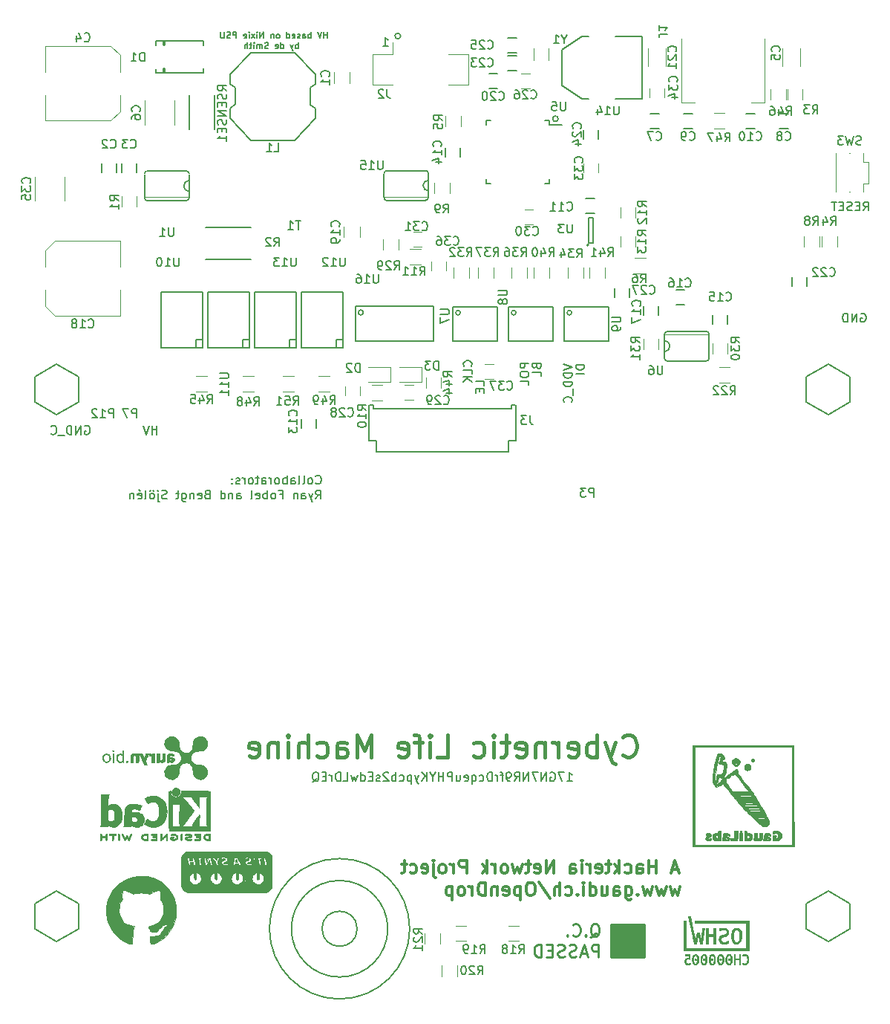
<source format=gbr>
G04 #@! TF.GenerationSoftware,KiCad,Pcbnew,5.0.2-bee76a0~70~ubuntu18.04.1*
G04 #@! TF.CreationDate,2020-04-30T09:20:18+02:00*
G04 #@! TF.ProjectId,OpenDropV4,4f70656e-4472-46f7-9056-342e6b696361,rev?*
G04 #@! TF.SameCoordinates,Original*
G04 #@! TF.FileFunction,Legend,Bot*
G04 #@! TF.FilePolarity,Positive*
%FSLAX46Y46*%
G04 Gerber Fmt 4.6, Leading zero omitted, Abs format (unit mm)*
G04 Created by KiCad (PCBNEW 5.0.2-bee76a0~70~ubuntu18.04.1) date Do 30 Apr 2020 09:20:18 CEST*
%MOMM*%
%LPD*%
G01*
G04 APERTURE LIST*
%ADD10C,0.200000*%
%ADD11C,0.250000*%
%ADD12C,0.150000*%
%ADD13C,0.400000*%
%ADD14C,0.300000*%
%ADD15C,0.120000*%
%ADD16C,0.076200*%
%ADD17C,0.152400*%
%ADD18C,0.010000*%
%ADD19C,0.254000*%
G04 APERTURE END LIST*
D10*
X113803380Y-71115714D02*
X114803380Y-71449047D01*
X113803380Y-71782380D01*
X114803380Y-72115714D02*
X113803380Y-72115714D01*
X113803380Y-72353809D01*
X113851000Y-72496666D01*
X113946238Y-72591904D01*
X114041476Y-72639523D01*
X114231952Y-72687142D01*
X114374809Y-72687142D01*
X114565285Y-72639523D01*
X114660523Y-72591904D01*
X114755761Y-72496666D01*
X114803380Y-72353809D01*
X114803380Y-72115714D01*
X114803380Y-73115714D02*
X113803380Y-73115714D01*
X113803380Y-73353809D01*
X113851000Y-73496666D01*
X113946238Y-73591904D01*
X114041476Y-73639523D01*
X114231952Y-73687142D01*
X114374809Y-73687142D01*
X114565285Y-73639523D01*
X114660523Y-73591904D01*
X114755761Y-73496666D01*
X114803380Y-73353809D01*
X114803380Y-73115714D01*
X114898619Y-73877619D02*
X114898619Y-74639523D01*
X114708142Y-75449047D02*
X114755761Y-75401428D01*
X114803380Y-75258571D01*
X114803380Y-75163333D01*
X114755761Y-75020476D01*
X114660523Y-74925238D01*
X114565285Y-74877619D01*
X114374809Y-74830000D01*
X114231952Y-74830000D01*
X114041476Y-74877619D01*
X113946238Y-74925238D01*
X113851000Y-75020476D01*
X113803380Y-75163333D01*
X113803380Y-75258571D01*
X113851000Y-75401428D01*
X113898619Y-75449047D01*
X103278142Y-71337761D02*
X103325761Y-71290142D01*
X103373380Y-71147285D01*
X103373380Y-71052047D01*
X103325761Y-70909190D01*
X103230523Y-70813952D01*
X103135285Y-70766333D01*
X102944809Y-70718714D01*
X102801952Y-70718714D01*
X102611476Y-70766333D01*
X102516238Y-70813952D01*
X102421000Y-70909190D01*
X102373380Y-71052047D01*
X102373380Y-71147285D01*
X102421000Y-71290142D01*
X102468619Y-71337761D01*
X103373380Y-72242523D02*
X103373380Y-71766333D01*
X102373380Y-71766333D01*
X103373380Y-72575857D02*
X102373380Y-72575857D01*
X103373380Y-73147285D02*
X102801952Y-72718714D01*
X102373380Y-73147285D02*
X102944809Y-72575857D01*
D11*
X116858833Y-136421666D02*
X116992166Y-136355000D01*
X117125500Y-136221666D01*
X117325500Y-136021666D01*
X117458833Y-135955000D01*
X117592166Y-135955000D01*
X117525500Y-136288333D02*
X117658833Y-136221666D01*
X117792166Y-136088333D01*
X117858833Y-135821666D01*
X117858833Y-135355000D01*
X117792166Y-135088333D01*
X117658833Y-134955000D01*
X117525500Y-134888333D01*
X117258833Y-134888333D01*
X117125500Y-134955000D01*
X116992166Y-135088333D01*
X116925500Y-135355000D01*
X116925500Y-135821666D01*
X116992166Y-136088333D01*
X117125500Y-136221666D01*
X117258833Y-136288333D01*
X117525500Y-136288333D01*
X116325500Y-136155000D02*
X116258833Y-136221666D01*
X116325500Y-136288333D01*
X116392166Y-136221666D01*
X116325500Y-136155000D01*
X116325500Y-136288333D01*
X114858833Y-136155000D02*
X114925500Y-136221666D01*
X115125500Y-136288333D01*
X115258833Y-136288333D01*
X115458833Y-136221666D01*
X115592166Y-136088333D01*
X115658833Y-135955000D01*
X115725500Y-135688333D01*
X115725500Y-135488333D01*
X115658833Y-135221666D01*
X115592166Y-135088333D01*
X115458833Y-134955000D01*
X115258833Y-134888333D01*
X115125500Y-134888333D01*
X114925500Y-134955000D01*
X114858833Y-135021666D01*
X114258833Y-136155000D02*
X114192166Y-136221666D01*
X114258833Y-136288333D01*
X114325500Y-136221666D01*
X114258833Y-136155000D01*
X114258833Y-136288333D01*
X117792166Y-138638333D02*
X117792166Y-137238333D01*
X117258833Y-137238333D01*
X117125500Y-137305000D01*
X117058833Y-137371666D01*
X116992166Y-137505000D01*
X116992166Y-137705000D01*
X117058833Y-137838333D01*
X117125500Y-137905000D01*
X117258833Y-137971666D01*
X117792166Y-137971666D01*
X116458833Y-138238333D02*
X115792166Y-138238333D01*
X116592166Y-138638333D02*
X116125500Y-137238333D01*
X115658833Y-138638333D01*
X115258833Y-138571666D02*
X115058833Y-138638333D01*
X114725500Y-138638333D01*
X114592166Y-138571666D01*
X114525500Y-138505000D01*
X114458833Y-138371666D01*
X114458833Y-138238333D01*
X114525500Y-138105000D01*
X114592166Y-138038333D01*
X114725500Y-137971666D01*
X114992166Y-137905000D01*
X115125500Y-137838333D01*
X115192166Y-137771666D01*
X115258833Y-137638333D01*
X115258833Y-137505000D01*
X115192166Y-137371666D01*
X115125500Y-137305000D01*
X114992166Y-137238333D01*
X114658833Y-137238333D01*
X114458833Y-137305000D01*
X113925500Y-138571666D02*
X113725500Y-138638333D01*
X113392166Y-138638333D01*
X113258833Y-138571666D01*
X113192166Y-138505000D01*
X113125500Y-138371666D01*
X113125500Y-138238333D01*
X113192166Y-138105000D01*
X113258833Y-138038333D01*
X113392166Y-137971666D01*
X113658833Y-137905000D01*
X113792166Y-137838333D01*
X113858833Y-137771666D01*
X113925500Y-137638333D01*
X113925500Y-137505000D01*
X113858833Y-137371666D01*
X113792166Y-137305000D01*
X113658833Y-137238333D01*
X113325500Y-137238333D01*
X113125500Y-137305000D01*
X112525500Y-137905000D02*
X112058833Y-137905000D01*
X111858833Y-138638333D02*
X112525500Y-138638333D01*
X112525500Y-137238333D01*
X111858833Y-137238333D01*
X111258833Y-138638333D02*
X111258833Y-137238333D01*
X110925500Y-137238333D01*
X110725500Y-137305000D01*
X110592166Y-137438333D01*
X110525500Y-137571666D01*
X110458833Y-137838333D01*
X110458833Y-138038333D01*
X110525500Y-138305000D01*
X110592166Y-138438333D01*
X110725500Y-138571666D01*
X110925500Y-138638333D01*
X111258833Y-138638333D01*
D12*
X148010380Y-53624380D02*
X148343714Y-53148190D01*
X148581809Y-53624380D02*
X148581809Y-52624380D01*
X148200857Y-52624380D01*
X148105619Y-52672000D01*
X148058000Y-52719619D01*
X148010380Y-52814857D01*
X148010380Y-52957714D01*
X148058000Y-53052952D01*
X148105619Y-53100571D01*
X148200857Y-53148190D01*
X148581809Y-53148190D01*
X147581809Y-53100571D02*
X147248476Y-53100571D01*
X147105619Y-53624380D02*
X147581809Y-53624380D01*
X147581809Y-52624380D01*
X147105619Y-52624380D01*
X146724666Y-53576761D02*
X146581809Y-53624380D01*
X146343714Y-53624380D01*
X146248476Y-53576761D01*
X146200857Y-53529142D01*
X146153238Y-53433904D01*
X146153238Y-53338666D01*
X146200857Y-53243428D01*
X146248476Y-53195809D01*
X146343714Y-53148190D01*
X146534190Y-53100571D01*
X146629428Y-53052952D01*
X146677047Y-53005333D01*
X146724666Y-52910095D01*
X146724666Y-52814857D01*
X146677047Y-52719619D01*
X146629428Y-52672000D01*
X146534190Y-52624380D01*
X146296095Y-52624380D01*
X146153238Y-52672000D01*
X145724666Y-53100571D02*
X145391333Y-53100571D01*
X145248476Y-53624380D02*
X145724666Y-53624380D01*
X145724666Y-52624380D01*
X145248476Y-52624380D01*
X144962761Y-52624380D02*
X144391333Y-52624380D01*
X144677047Y-53624380D02*
X144677047Y-52624380D01*
D10*
X67440285Y-79116380D02*
X67440285Y-78116380D01*
X67440285Y-78592571D02*
X66868857Y-78592571D01*
X66868857Y-79116380D02*
X66868857Y-78116380D01*
X66535523Y-78116380D02*
X66202190Y-79116380D01*
X65868857Y-78116380D01*
X59224857Y-78164000D02*
X59320095Y-78116380D01*
X59462952Y-78116380D01*
X59605809Y-78164000D01*
X59701047Y-78259238D01*
X59748666Y-78354476D01*
X59796285Y-78544952D01*
X59796285Y-78687809D01*
X59748666Y-78878285D01*
X59701047Y-78973523D01*
X59605809Y-79068761D01*
X59462952Y-79116380D01*
X59367714Y-79116380D01*
X59224857Y-79068761D01*
X59177238Y-79021142D01*
X59177238Y-78687809D01*
X59367714Y-78687809D01*
X58748666Y-79116380D02*
X58748666Y-78116380D01*
X58177238Y-79116380D01*
X58177238Y-78116380D01*
X57701047Y-79116380D02*
X57701047Y-78116380D01*
X57462952Y-78116380D01*
X57320095Y-78164000D01*
X57224857Y-78259238D01*
X57177238Y-78354476D01*
X57129619Y-78544952D01*
X57129619Y-78687809D01*
X57177238Y-78878285D01*
X57224857Y-78973523D01*
X57320095Y-79068761D01*
X57462952Y-79116380D01*
X57701047Y-79116380D01*
X56939142Y-79211619D02*
X56177238Y-79211619D01*
X55367714Y-79021142D02*
X55415333Y-79068761D01*
X55558190Y-79116380D01*
X55653428Y-79116380D01*
X55796285Y-79068761D01*
X55891523Y-78973523D01*
X55939142Y-78878285D01*
X55986761Y-78687809D01*
X55986761Y-78544952D01*
X55939142Y-78354476D01*
X55891523Y-78259238D01*
X55796285Y-78164000D01*
X55653428Y-78116380D01*
X55558190Y-78116380D01*
X55415333Y-78164000D01*
X55367714Y-78211619D01*
X104770380Y-73568142D02*
X104770380Y-73091952D01*
X103770380Y-73091952D01*
X104246571Y-73901476D02*
X104246571Y-74234809D01*
X104770380Y-74377666D02*
X104770380Y-73901476D01*
X103770380Y-73901476D01*
X103770380Y-74377666D01*
X109850380Y-70996523D02*
X108850380Y-70996523D01*
X108850380Y-71377476D01*
X108898000Y-71472714D01*
X108945619Y-71520333D01*
X109040857Y-71567952D01*
X109183714Y-71567952D01*
X109278952Y-71520333D01*
X109326571Y-71472714D01*
X109374190Y-71377476D01*
X109374190Y-70996523D01*
X108850380Y-72187000D02*
X108850380Y-72377476D01*
X108898000Y-72472714D01*
X108993238Y-72567952D01*
X109183714Y-72615571D01*
X109517047Y-72615571D01*
X109707523Y-72567952D01*
X109802761Y-72472714D01*
X109850380Y-72377476D01*
X109850380Y-72187000D01*
X109802761Y-72091761D01*
X109707523Y-71996523D01*
X109517047Y-71948904D01*
X109183714Y-71948904D01*
X108993238Y-71996523D01*
X108898000Y-72091761D01*
X108850380Y-72187000D01*
X109850380Y-73520333D02*
X109850380Y-73044142D01*
X108850380Y-73044142D01*
X110723571Y-71345666D02*
X110771190Y-71488523D01*
X110818809Y-71536142D01*
X110914047Y-71583761D01*
X111056904Y-71583761D01*
X111152142Y-71536142D01*
X111199761Y-71488523D01*
X111247380Y-71393285D01*
X111247380Y-71012333D01*
X110247380Y-71012333D01*
X110247380Y-71345666D01*
X110295000Y-71440904D01*
X110342619Y-71488523D01*
X110437857Y-71536142D01*
X110533095Y-71536142D01*
X110628333Y-71488523D01*
X110675952Y-71440904D01*
X110723571Y-71345666D01*
X110723571Y-71012333D01*
X111247380Y-72488523D02*
X111247380Y-72012333D01*
X110247380Y-72012333D01*
X116200380Y-71179000D02*
X115200380Y-71179000D01*
X115200380Y-71417095D01*
X115248000Y-71559952D01*
X115343238Y-71655190D01*
X115438476Y-71702809D01*
X115628952Y-71750428D01*
X115771809Y-71750428D01*
X115962285Y-71702809D01*
X116057523Y-71655190D01*
X116152761Y-71559952D01*
X116200380Y-71417095D01*
X116200380Y-71179000D01*
X116200380Y-72179000D02*
X115200380Y-72179000D01*
X147736904Y-65372000D02*
X147832142Y-65324380D01*
X147975000Y-65324380D01*
X148117857Y-65372000D01*
X148213095Y-65467238D01*
X148260714Y-65562476D01*
X148308333Y-65752952D01*
X148308333Y-65895809D01*
X148260714Y-66086285D01*
X148213095Y-66181523D01*
X148117857Y-66276761D01*
X147975000Y-66324380D01*
X147879761Y-66324380D01*
X147736904Y-66276761D01*
X147689285Y-66229142D01*
X147689285Y-65895809D01*
X147879761Y-65895809D01*
X147260714Y-66324380D02*
X147260714Y-65324380D01*
X146689285Y-66324380D01*
X146689285Y-65324380D01*
X146213095Y-66324380D02*
X146213095Y-65324380D01*
X145975000Y-65324380D01*
X145832142Y-65372000D01*
X145736904Y-65467238D01*
X145689285Y-65562476D01*
X145641666Y-65752952D01*
X145641666Y-65895809D01*
X145689285Y-66086285D01*
X145736904Y-66181523D01*
X145832142Y-66276761D01*
X145975000Y-66324380D01*
X146213095Y-66324380D01*
D12*
X114214285Y-118613380D02*
X114785714Y-118613380D01*
X114500000Y-118613380D02*
X114500000Y-117613380D01*
X114595238Y-117756238D01*
X114690476Y-117851476D01*
X114785714Y-117899095D01*
X113880952Y-117613380D02*
X113214285Y-117613380D01*
X113642857Y-118613380D01*
X112309523Y-117661000D02*
X112404761Y-117613380D01*
X112547619Y-117613380D01*
X112690476Y-117661000D01*
X112785714Y-117756238D01*
X112833333Y-117851476D01*
X112880952Y-118041952D01*
X112880952Y-118184809D01*
X112833333Y-118375285D01*
X112785714Y-118470523D01*
X112690476Y-118565761D01*
X112547619Y-118613380D01*
X112452380Y-118613380D01*
X112309523Y-118565761D01*
X112261904Y-118518142D01*
X112261904Y-118184809D01*
X112452380Y-118184809D01*
X111833333Y-118613380D02*
X111833333Y-117613380D01*
X111261904Y-118613380D01*
X111261904Y-117613380D01*
X110880952Y-117613380D02*
X110214285Y-117613380D01*
X110642857Y-118613380D01*
X109833333Y-118613380D02*
X109833333Y-117613380D01*
X109261904Y-118613380D01*
X109261904Y-117613380D01*
X108214285Y-118613380D02*
X108547619Y-118137190D01*
X108785714Y-118613380D02*
X108785714Y-117613380D01*
X108404761Y-117613380D01*
X108309523Y-117661000D01*
X108261904Y-117708619D01*
X108214285Y-117803857D01*
X108214285Y-117946714D01*
X108261904Y-118041952D01*
X108309523Y-118089571D01*
X108404761Y-118137190D01*
X108785714Y-118137190D01*
X107738095Y-118613380D02*
X107547619Y-118613380D01*
X107452380Y-118565761D01*
X107404761Y-118518142D01*
X107309523Y-118375285D01*
X107261904Y-118184809D01*
X107261904Y-117803857D01*
X107309523Y-117708619D01*
X107357142Y-117661000D01*
X107452380Y-117613380D01*
X107642857Y-117613380D01*
X107738095Y-117661000D01*
X107785714Y-117708619D01*
X107833333Y-117803857D01*
X107833333Y-118041952D01*
X107785714Y-118137190D01*
X107738095Y-118184809D01*
X107642857Y-118232428D01*
X107452380Y-118232428D01*
X107357142Y-118184809D01*
X107309523Y-118137190D01*
X107261904Y-118041952D01*
X106976190Y-117946714D02*
X106595238Y-117946714D01*
X106833333Y-118613380D02*
X106833333Y-117756238D01*
X106785714Y-117661000D01*
X106690476Y-117613380D01*
X106595238Y-117613380D01*
X106261904Y-118613380D02*
X106261904Y-117946714D01*
X106261904Y-118137190D02*
X106214285Y-118041952D01*
X106166666Y-117994333D01*
X106071428Y-117946714D01*
X105976190Y-117946714D01*
X105642857Y-118613380D02*
X105642857Y-117613380D01*
X105404761Y-117613380D01*
X105261904Y-117661000D01*
X105166666Y-117756238D01*
X105119047Y-117851476D01*
X105071428Y-118041952D01*
X105071428Y-118184809D01*
X105119047Y-118375285D01*
X105166666Y-118470523D01*
X105261904Y-118565761D01*
X105404761Y-118613380D01*
X105642857Y-118613380D01*
X104214285Y-118565761D02*
X104309523Y-118613380D01*
X104500000Y-118613380D01*
X104595238Y-118565761D01*
X104642857Y-118518142D01*
X104690476Y-118422904D01*
X104690476Y-118137190D01*
X104642857Y-118041952D01*
X104595238Y-117994333D01*
X104500000Y-117946714D01*
X104309523Y-117946714D01*
X104214285Y-117994333D01*
X103357142Y-117946714D02*
X103357142Y-118946714D01*
X103357142Y-118565761D02*
X103452380Y-118613380D01*
X103642857Y-118613380D01*
X103738095Y-118565761D01*
X103785714Y-118518142D01*
X103833333Y-118422904D01*
X103833333Y-118137190D01*
X103785714Y-118041952D01*
X103738095Y-117994333D01*
X103642857Y-117946714D01*
X103452380Y-117946714D01*
X103357142Y-117994333D01*
X102500000Y-118565761D02*
X102595238Y-118613380D01*
X102785714Y-118613380D01*
X102880952Y-118565761D01*
X102928571Y-118470523D01*
X102928571Y-118089571D01*
X102880952Y-117994333D01*
X102785714Y-117946714D01*
X102595238Y-117946714D01*
X102500000Y-117994333D01*
X102452380Y-118089571D01*
X102452380Y-118184809D01*
X102928571Y-118280047D01*
X101595238Y-117946714D02*
X101595238Y-118613380D01*
X102023809Y-117946714D02*
X102023809Y-118470523D01*
X101976190Y-118565761D01*
X101880952Y-118613380D01*
X101738095Y-118613380D01*
X101642857Y-118565761D01*
X101595238Y-118518142D01*
X101119047Y-118613380D02*
X101119047Y-117613380D01*
X100738095Y-117613380D01*
X100642857Y-117661000D01*
X100595238Y-117708619D01*
X100547619Y-117803857D01*
X100547619Y-117946714D01*
X100595238Y-118041952D01*
X100642857Y-118089571D01*
X100738095Y-118137190D01*
X101119047Y-118137190D01*
X100119047Y-118613380D02*
X100119047Y-117613380D01*
X100119047Y-118089571D02*
X99547619Y-118089571D01*
X99547619Y-118613380D02*
X99547619Y-117613380D01*
X98880952Y-118137190D02*
X98880952Y-118613380D01*
X99214285Y-117613380D02*
X98880952Y-118137190D01*
X98547619Y-117613380D01*
X98214285Y-118613380D02*
X98214285Y-117613380D01*
X97642857Y-118613380D02*
X98071428Y-118041952D01*
X97642857Y-117613380D02*
X98214285Y-118184809D01*
X97309523Y-117946714D02*
X97071428Y-118613380D01*
X96833333Y-117946714D02*
X97071428Y-118613380D01*
X97166666Y-118851476D01*
X97214285Y-118899095D01*
X97309523Y-118946714D01*
X96452380Y-117946714D02*
X96452380Y-118946714D01*
X96452380Y-117994333D02*
X96357142Y-117946714D01*
X96166666Y-117946714D01*
X96071428Y-117994333D01*
X96023809Y-118041952D01*
X95976190Y-118137190D01*
X95976190Y-118422904D01*
X96023809Y-118518142D01*
X96071428Y-118565761D01*
X96166666Y-118613380D01*
X96357142Y-118613380D01*
X96452380Y-118565761D01*
X95119047Y-118565761D02*
X95214285Y-118613380D01*
X95404761Y-118613380D01*
X95500000Y-118565761D01*
X95547619Y-118518142D01*
X95595238Y-118422904D01*
X95595238Y-118137190D01*
X95547619Y-118041952D01*
X95500000Y-117994333D01*
X95404761Y-117946714D01*
X95214285Y-117946714D01*
X95119047Y-117994333D01*
X94690476Y-118613380D02*
X94690476Y-117613380D01*
X94690476Y-117994333D02*
X94595238Y-117946714D01*
X94404761Y-117946714D01*
X94309523Y-117994333D01*
X94261904Y-118041952D01*
X94214285Y-118137190D01*
X94214285Y-118422904D01*
X94261904Y-118518142D01*
X94309523Y-118565761D01*
X94404761Y-118613380D01*
X94595238Y-118613380D01*
X94690476Y-118565761D01*
X93833333Y-117708619D02*
X93785714Y-117661000D01*
X93690476Y-117613380D01*
X93452380Y-117613380D01*
X93357142Y-117661000D01*
X93309523Y-117708619D01*
X93261904Y-117803857D01*
X93261904Y-117899095D01*
X93309523Y-118041952D01*
X93880952Y-118613380D01*
X93261904Y-118613380D01*
X92880952Y-118565761D02*
X92785714Y-118613380D01*
X92595238Y-118613380D01*
X92500000Y-118565761D01*
X92452380Y-118470523D01*
X92452380Y-118422904D01*
X92500000Y-118327666D01*
X92595238Y-118280047D01*
X92738095Y-118280047D01*
X92833333Y-118232428D01*
X92880952Y-118137190D01*
X92880952Y-118089571D01*
X92833333Y-117994333D01*
X92738095Y-117946714D01*
X92595238Y-117946714D01*
X92500000Y-117994333D01*
X92023809Y-118089571D02*
X91690476Y-118089571D01*
X91547619Y-118613380D02*
X92023809Y-118613380D01*
X92023809Y-117613380D01*
X91547619Y-117613380D01*
X90690476Y-118613380D02*
X90690476Y-117613380D01*
X90690476Y-118565761D02*
X90785714Y-118613380D01*
X90976190Y-118613380D01*
X91071428Y-118565761D01*
X91119047Y-118518142D01*
X91166666Y-118422904D01*
X91166666Y-118137190D01*
X91119047Y-118041952D01*
X91071428Y-117994333D01*
X90976190Y-117946714D01*
X90785714Y-117946714D01*
X90690476Y-117994333D01*
X90309523Y-117946714D02*
X90119047Y-118613380D01*
X89928571Y-118137190D01*
X89738095Y-118613380D01*
X89547619Y-117946714D01*
X88690476Y-118613380D02*
X89166666Y-118613380D01*
X89166666Y-117613380D01*
X88357142Y-118613380D02*
X88357142Y-117613380D01*
X88119047Y-117613380D01*
X87976190Y-117661000D01*
X87880952Y-117756238D01*
X87833333Y-117851476D01*
X87785714Y-118041952D01*
X87785714Y-118184809D01*
X87833333Y-118375285D01*
X87880952Y-118470523D01*
X87976190Y-118565761D01*
X88119047Y-118613380D01*
X88357142Y-118613380D01*
X87357142Y-118613380D02*
X87357142Y-117946714D01*
X87357142Y-118137190D02*
X87309523Y-118041952D01*
X87261904Y-117994333D01*
X87166666Y-117946714D01*
X87071428Y-117946714D01*
X86738095Y-118089571D02*
X86404761Y-118089571D01*
X86261904Y-118613380D02*
X86738095Y-118613380D01*
X86738095Y-117613380D01*
X86261904Y-117613380D01*
X85166666Y-118708619D02*
X85261904Y-118661000D01*
X85357142Y-118565761D01*
X85500000Y-118422904D01*
X85595238Y-118375285D01*
X85690476Y-118375285D01*
X85642857Y-118613380D02*
X85738095Y-118565761D01*
X85833333Y-118470523D01*
X85880952Y-118280047D01*
X85880952Y-117946714D01*
X85833333Y-117756238D01*
X85738095Y-117661000D01*
X85642857Y-117613380D01*
X85452380Y-117613380D01*
X85357142Y-117661000D01*
X85261904Y-117756238D01*
X85214285Y-117946714D01*
X85214285Y-118280047D01*
X85261904Y-118470523D01*
X85357142Y-118565761D01*
X85452380Y-118613380D01*
X85642857Y-118613380D01*
D13*
X120595238Y-115624857D02*
X120714285Y-115743904D01*
X121071428Y-115862952D01*
X121309523Y-115862952D01*
X121666666Y-115743904D01*
X121904761Y-115505809D01*
X122023809Y-115267714D01*
X122142857Y-114791523D01*
X122142857Y-114434380D01*
X122023809Y-113958190D01*
X121904761Y-113720095D01*
X121666666Y-113482000D01*
X121309523Y-113362952D01*
X121071428Y-113362952D01*
X120714285Y-113482000D01*
X120595238Y-113601047D01*
X119761904Y-114196285D02*
X119166666Y-115862952D01*
X118571428Y-114196285D02*
X119166666Y-115862952D01*
X119404761Y-116458190D01*
X119523809Y-116577238D01*
X119761904Y-116696285D01*
X117619047Y-115862952D02*
X117619047Y-113362952D01*
X117619047Y-114315333D02*
X117380952Y-114196285D01*
X116904761Y-114196285D01*
X116666666Y-114315333D01*
X116547619Y-114434380D01*
X116428571Y-114672476D01*
X116428571Y-115386761D01*
X116547619Y-115624857D01*
X116666666Y-115743904D01*
X116904761Y-115862952D01*
X117380952Y-115862952D01*
X117619047Y-115743904D01*
X114404761Y-115743904D02*
X114642857Y-115862952D01*
X115119047Y-115862952D01*
X115357142Y-115743904D01*
X115476190Y-115505809D01*
X115476190Y-114553428D01*
X115357142Y-114315333D01*
X115119047Y-114196285D01*
X114642857Y-114196285D01*
X114404761Y-114315333D01*
X114285714Y-114553428D01*
X114285714Y-114791523D01*
X115476190Y-115029619D01*
X113214285Y-115862952D02*
X113214285Y-114196285D01*
X113214285Y-114672476D02*
X113095238Y-114434380D01*
X112976190Y-114315333D01*
X112738095Y-114196285D01*
X112500000Y-114196285D01*
X111666666Y-114196285D02*
X111666666Y-115862952D01*
X111666666Y-114434380D02*
X111547619Y-114315333D01*
X111309523Y-114196285D01*
X110952380Y-114196285D01*
X110714285Y-114315333D01*
X110595238Y-114553428D01*
X110595238Y-115862952D01*
X108452380Y-115743904D02*
X108690476Y-115862952D01*
X109166666Y-115862952D01*
X109404761Y-115743904D01*
X109523809Y-115505809D01*
X109523809Y-114553428D01*
X109404761Y-114315333D01*
X109166666Y-114196285D01*
X108690476Y-114196285D01*
X108452380Y-114315333D01*
X108333333Y-114553428D01*
X108333333Y-114791523D01*
X109523809Y-115029619D01*
X107619047Y-114196285D02*
X106666666Y-114196285D01*
X107261904Y-113362952D02*
X107261904Y-115505809D01*
X107142857Y-115743904D01*
X106904761Y-115862952D01*
X106666666Y-115862952D01*
X105833333Y-115862952D02*
X105833333Y-114196285D01*
X105833333Y-113362952D02*
X105952380Y-113482000D01*
X105833333Y-113601047D01*
X105714285Y-113482000D01*
X105833333Y-113362952D01*
X105833333Y-113601047D01*
X103571428Y-115743904D02*
X103809523Y-115862952D01*
X104285714Y-115862952D01*
X104523809Y-115743904D01*
X104642857Y-115624857D01*
X104761904Y-115386761D01*
X104761904Y-114672476D01*
X104642857Y-114434380D01*
X104523809Y-114315333D01*
X104285714Y-114196285D01*
X103809523Y-114196285D01*
X103571428Y-114315333D01*
X99404761Y-115862952D02*
X100595238Y-115862952D01*
X100595238Y-113362952D01*
X98571428Y-115862952D02*
X98571428Y-114196285D01*
X98571428Y-113362952D02*
X98690476Y-113482000D01*
X98571428Y-113601047D01*
X98452380Y-113482000D01*
X98571428Y-113362952D01*
X98571428Y-113601047D01*
X97738095Y-114196285D02*
X96785714Y-114196285D01*
X97380952Y-115862952D02*
X97380952Y-113720095D01*
X97261904Y-113482000D01*
X97023809Y-113362952D01*
X96785714Y-113362952D01*
X95000000Y-115743904D02*
X95238095Y-115862952D01*
X95714285Y-115862952D01*
X95952380Y-115743904D01*
X96071428Y-115505809D01*
X96071428Y-114553428D01*
X95952380Y-114315333D01*
X95714285Y-114196285D01*
X95238095Y-114196285D01*
X95000000Y-114315333D01*
X94880952Y-114553428D01*
X94880952Y-114791523D01*
X96071428Y-115029619D01*
X91904761Y-115862952D02*
X91904761Y-113362952D01*
X91071428Y-115148666D01*
X90238095Y-113362952D01*
X90238095Y-115862952D01*
X87976190Y-115862952D02*
X87976190Y-114553428D01*
X88095238Y-114315333D01*
X88333333Y-114196285D01*
X88809523Y-114196285D01*
X89047619Y-114315333D01*
X87976190Y-115743904D02*
X88214285Y-115862952D01*
X88809523Y-115862952D01*
X89047619Y-115743904D01*
X89166666Y-115505809D01*
X89166666Y-115267714D01*
X89047619Y-115029619D01*
X88809523Y-114910571D01*
X88214285Y-114910571D01*
X87976190Y-114791523D01*
X85714285Y-115743904D02*
X85952380Y-115862952D01*
X86428571Y-115862952D01*
X86666666Y-115743904D01*
X86785714Y-115624857D01*
X86904761Y-115386761D01*
X86904761Y-114672476D01*
X86785714Y-114434380D01*
X86666666Y-114315333D01*
X86428571Y-114196285D01*
X85952380Y-114196285D01*
X85714285Y-114315333D01*
X84642857Y-115862952D02*
X84642857Y-113362952D01*
X83571428Y-115862952D02*
X83571428Y-114553428D01*
X83690476Y-114315333D01*
X83928571Y-114196285D01*
X84285714Y-114196285D01*
X84523809Y-114315333D01*
X84642857Y-114434380D01*
X82380952Y-115862952D02*
X82380952Y-114196285D01*
X82380952Y-113362952D02*
X82500000Y-113482000D01*
X82380952Y-113601047D01*
X82261904Y-113482000D01*
X82380952Y-113362952D01*
X82380952Y-113601047D01*
X81190476Y-114196285D02*
X81190476Y-115862952D01*
X81190476Y-114434380D02*
X81071428Y-114315333D01*
X80833333Y-114196285D01*
X80476190Y-114196285D01*
X80238095Y-114315333D01*
X80119047Y-114553428D01*
X80119047Y-115862952D01*
X77976190Y-115743904D02*
X78214285Y-115862952D01*
X78690476Y-115862952D01*
X78928571Y-115743904D01*
X79047619Y-115505809D01*
X79047619Y-114553428D01*
X78928571Y-114315333D01*
X78690476Y-114196285D01*
X78214285Y-114196285D01*
X77976190Y-114315333D01*
X77857142Y-114553428D01*
X77857142Y-114791523D01*
X79047619Y-115029619D01*
D10*
X85547676Y-84673542D02*
X85595295Y-84721161D01*
X85738152Y-84768780D01*
X85833390Y-84768780D01*
X85976247Y-84721161D01*
X86071485Y-84625923D01*
X86119104Y-84530685D01*
X86166723Y-84340209D01*
X86166723Y-84197352D01*
X86119104Y-84006876D01*
X86071485Y-83911638D01*
X85976247Y-83816400D01*
X85833390Y-83768780D01*
X85738152Y-83768780D01*
X85595295Y-83816400D01*
X85547676Y-83864019D01*
X84976247Y-84768780D02*
X85071485Y-84721161D01*
X85119104Y-84673542D01*
X85166723Y-84578304D01*
X85166723Y-84292590D01*
X85119104Y-84197352D01*
X85071485Y-84149733D01*
X84976247Y-84102114D01*
X84833390Y-84102114D01*
X84738152Y-84149733D01*
X84690533Y-84197352D01*
X84642914Y-84292590D01*
X84642914Y-84578304D01*
X84690533Y-84673542D01*
X84738152Y-84721161D01*
X84833390Y-84768780D01*
X84976247Y-84768780D01*
X84071485Y-84768780D02*
X84166723Y-84721161D01*
X84214342Y-84625923D01*
X84214342Y-83768780D01*
X83547676Y-84768780D02*
X83642914Y-84721161D01*
X83690533Y-84625923D01*
X83690533Y-83768780D01*
X82738152Y-84768780D02*
X82738152Y-84244971D01*
X82785771Y-84149733D01*
X82881009Y-84102114D01*
X83071485Y-84102114D01*
X83166723Y-84149733D01*
X82738152Y-84721161D02*
X82833390Y-84768780D01*
X83071485Y-84768780D01*
X83166723Y-84721161D01*
X83214342Y-84625923D01*
X83214342Y-84530685D01*
X83166723Y-84435447D01*
X83071485Y-84387828D01*
X82833390Y-84387828D01*
X82738152Y-84340209D01*
X82261961Y-84768780D02*
X82261961Y-83768780D01*
X82261961Y-84149733D02*
X82166723Y-84102114D01*
X81976247Y-84102114D01*
X81881009Y-84149733D01*
X81833390Y-84197352D01*
X81785771Y-84292590D01*
X81785771Y-84578304D01*
X81833390Y-84673542D01*
X81881009Y-84721161D01*
X81976247Y-84768780D01*
X82166723Y-84768780D01*
X82261961Y-84721161D01*
X81214342Y-84768780D02*
X81309580Y-84721161D01*
X81357200Y-84673542D01*
X81404819Y-84578304D01*
X81404819Y-84292590D01*
X81357200Y-84197352D01*
X81309580Y-84149733D01*
X81214342Y-84102114D01*
X81071485Y-84102114D01*
X80976247Y-84149733D01*
X80928628Y-84197352D01*
X80881009Y-84292590D01*
X80881009Y-84578304D01*
X80928628Y-84673542D01*
X80976247Y-84721161D01*
X81071485Y-84768780D01*
X81214342Y-84768780D01*
X80452438Y-84768780D02*
X80452438Y-84102114D01*
X80452438Y-84292590D02*
X80404819Y-84197352D01*
X80357200Y-84149733D01*
X80261961Y-84102114D01*
X80166723Y-84102114D01*
X79404819Y-84768780D02*
X79404819Y-84244971D01*
X79452438Y-84149733D01*
X79547676Y-84102114D01*
X79738152Y-84102114D01*
X79833390Y-84149733D01*
X79404819Y-84721161D02*
X79500057Y-84768780D01*
X79738152Y-84768780D01*
X79833390Y-84721161D01*
X79881009Y-84625923D01*
X79881009Y-84530685D01*
X79833390Y-84435447D01*
X79738152Y-84387828D01*
X79500057Y-84387828D01*
X79404819Y-84340209D01*
X79071485Y-84102114D02*
X78690533Y-84102114D01*
X78928628Y-83768780D02*
X78928628Y-84625923D01*
X78881009Y-84721161D01*
X78785771Y-84768780D01*
X78690533Y-84768780D01*
X78214342Y-84768780D02*
X78309580Y-84721161D01*
X78357200Y-84673542D01*
X78404819Y-84578304D01*
X78404819Y-84292590D01*
X78357200Y-84197352D01*
X78309580Y-84149733D01*
X78214342Y-84102114D01*
X78071485Y-84102114D01*
X77976247Y-84149733D01*
X77928628Y-84197352D01*
X77881009Y-84292590D01*
X77881009Y-84578304D01*
X77928628Y-84673542D01*
X77976247Y-84721161D01*
X78071485Y-84768780D01*
X78214342Y-84768780D01*
X77452438Y-84768780D02*
X77452438Y-84102114D01*
X77452438Y-84292590D02*
X77404819Y-84197352D01*
X77357200Y-84149733D01*
X77261961Y-84102114D01*
X77166723Y-84102114D01*
X76881009Y-84721161D02*
X76785771Y-84768780D01*
X76595295Y-84768780D01*
X76500057Y-84721161D01*
X76452438Y-84625923D01*
X76452438Y-84578304D01*
X76500057Y-84483066D01*
X76595295Y-84435447D01*
X76738152Y-84435447D01*
X76833390Y-84387828D01*
X76881009Y-84292590D01*
X76881009Y-84244971D01*
X76833390Y-84149733D01*
X76738152Y-84102114D01*
X76595295Y-84102114D01*
X76500057Y-84149733D01*
X76023866Y-84673542D02*
X75976247Y-84721161D01*
X76023866Y-84768780D01*
X76071485Y-84721161D01*
X76023866Y-84673542D01*
X76023866Y-84768780D01*
X76023866Y-84149733D02*
X75976247Y-84197352D01*
X76023866Y-84244971D01*
X76071485Y-84197352D01*
X76023866Y-84149733D01*
X76023866Y-84244971D01*
X85547676Y-86468780D02*
X85881009Y-85992590D01*
X86119104Y-86468780D02*
X86119104Y-85468780D01*
X85738152Y-85468780D01*
X85642914Y-85516400D01*
X85595295Y-85564019D01*
X85547676Y-85659257D01*
X85547676Y-85802114D01*
X85595295Y-85897352D01*
X85642914Y-85944971D01*
X85738152Y-85992590D01*
X86119104Y-85992590D01*
X85214342Y-85802114D02*
X84976247Y-86468780D01*
X84738152Y-85802114D02*
X84976247Y-86468780D01*
X85071485Y-86706876D01*
X85119104Y-86754495D01*
X85214342Y-86802114D01*
X83928628Y-86468780D02*
X83928628Y-85944971D01*
X83976247Y-85849733D01*
X84071485Y-85802114D01*
X84261961Y-85802114D01*
X84357200Y-85849733D01*
X83928628Y-86421161D02*
X84023866Y-86468780D01*
X84261961Y-86468780D01*
X84357200Y-86421161D01*
X84404819Y-86325923D01*
X84404819Y-86230685D01*
X84357200Y-86135447D01*
X84261961Y-86087828D01*
X84023866Y-86087828D01*
X83928628Y-86040209D01*
X83452438Y-85802114D02*
X83452438Y-86468780D01*
X83452438Y-85897352D02*
X83404819Y-85849733D01*
X83309580Y-85802114D01*
X83166723Y-85802114D01*
X83071485Y-85849733D01*
X83023866Y-85944971D01*
X83023866Y-86468780D01*
X81452438Y-85944971D02*
X81785771Y-85944971D01*
X81785771Y-86468780D02*
X81785771Y-85468780D01*
X81309580Y-85468780D01*
X80785771Y-86468780D02*
X80881009Y-86421161D01*
X80928628Y-86373542D01*
X80976247Y-86278304D01*
X80976247Y-85992590D01*
X80928628Y-85897352D01*
X80881009Y-85849733D01*
X80785771Y-85802114D01*
X80642914Y-85802114D01*
X80547676Y-85849733D01*
X80500057Y-85897352D01*
X80452438Y-85992590D01*
X80452438Y-86278304D01*
X80500057Y-86373542D01*
X80547676Y-86421161D01*
X80642914Y-86468780D01*
X80785771Y-86468780D01*
X80023866Y-86468780D02*
X80023866Y-85468780D01*
X80023866Y-85849733D02*
X79928628Y-85802114D01*
X79738152Y-85802114D01*
X79642914Y-85849733D01*
X79595295Y-85897352D01*
X79547676Y-85992590D01*
X79547676Y-86278304D01*
X79595295Y-86373542D01*
X79642914Y-86421161D01*
X79738152Y-86468780D01*
X79928628Y-86468780D01*
X80023866Y-86421161D01*
X78738152Y-86421161D02*
X78833390Y-86468780D01*
X79023866Y-86468780D01*
X79119104Y-86421161D01*
X79166723Y-86325923D01*
X79166723Y-85944971D01*
X79119104Y-85849733D01*
X79023866Y-85802114D01*
X78833390Y-85802114D01*
X78738152Y-85849733D01*
X78690533Y-85944971D01*
X78690533Y-86040209D01*
X79166723Y-86135447D01*
X78119104Y-86468780D02*
X78214342Y-86421161D01*
X78261961Y-86325923D01*
X78261961Y-85468780D01*
X76547676Y-86468780D02*
X76547676Y-85944971D01*
X76595295Y-85849733D01*
X76690533Y-85802114D01*
X76881009Y-85802114D01*
X76976247Y-85849733D01*
X76547676Y-86421161D02*
X76642914Y-86468780D01*
X76881009Y-86468780D01*
X76976247Y-86421161D01*
X77023866Y-86325923D01*
X77023866Y-86230685D01*
X76976247Y-86135447D01*
X76881009Y-86087828D01*
X76642914Y-86087828D01*
X76547676Y-86040209D01*
X76071485Y-85802114D02*
X76071485Y-86468780D01*
X76071485Y-85897352D02*
X76023866Y-85849733D01*
X75928628Y-85802114D01*
X75785771Y-85802114D01*
X75690533Y-85849733D01*
X75642914Y-85944971D01*
X75642914Y-86468780D01*
X74738152Y-86468780D02*
X74738152Y-85468780D01*
X74738152Y-86421161D02*
X74833390Y-86468780D01*
X75023866Y-86468780D01*
X75119104Y-86421161D01*
X75166723Y-86373542D01*
X75214342Y-86278304D01*
X75214342Y-85992590D01*
X75166723Y-85897352D01*
X75119104Y-85849733D01*
X75023866Y-85802114D01*
X74833390Y-85802114D01*
X74738152Y-85849733D01*
X73166723Y-85944971D02*
X73023866Y-85992590D01*
X72976247Y-86040209D01*
X72928628Y-86135447D01*
X72928628Y-86278304D01*
X72976247Y-86373542D01*
X73023866Y-86421161D01*
X73119104Y-86468780D01*
X73500057Y-86468780D01*
X73500057Y-85468780D01*
X73166723Y-85468780D01*
X73071485Y-85516400D01*
X73023866Y-85564019D01*
X72976247Y-85659257D01*
X72976247Y-85754495D01*
X73023866Y-85849733D01*
X73071485Y-85897352D01*
X73166723Y-85944971D01*
X73500057Y-85944971D01*
X72119104Y-86421161D02*
X72214342Y-86468780D01*
X72404819Y-86468780D01*
X72500057Y-86421161D01*
X72547676Y-86325923D01*
X72547676Y-85944971D01*
X72500057Y-85849733D01*
X72404819Y-85802114D01*
X72214342Y-85802114D01*
X72119104Y-85849733D01*
X72071485Y-85944971D01*
X72071485Y-86040209D01*
X72547676Y-86135447D01*
X71642914Y-85802114D02*
X71642914Y-86468780D01*
X71642914Y-85897352D02*
X71595295Y-85849733D01*
X71500057Y-85802114D01*
X71357200Y-85802114D01*
X71261961Y-85849733D01*
X71214342Y-85944971D01*
X71214342Y-86468780D01*
X70309580Y-85802114D02*
X70309580Y-86611638D01*
X70357200Y-86706876D01*
X70404819Y-86754495D01*
X70500057Y-86802114D01*
X70642914Y-86802114D01*
X70738152Y-86754495D01*
X70309580Y-86421161D02*
X70404819Y-86468780D01*
X70595295Y-86468780D01*
X70690533Y-86421161D01*
X70738152Y-86373542D01*
X70785771Y-86278304D01*
X70785771Y-85992590D01*
X70738152Y-85897352D01*
X70690533Y-85849733D01*
X70595295Y-85802114D01*
X70404819Y-85802114D01*
X70309580Y-85849733D01*
X69976247Y-85802114D02*
X69595295Y-85802114D01*
X69833390Y-85468780D02*
X69833390Y-86325923D01*
X69785771Y-86421161D01*
X69690533Y-86468780D01*
X69595295Y-86468780D01*
X68547676Y-86421161D02*
X68404819Y-86468780D01*
X68166723Y-86468780D01*
X68071485Y-86421161D01*
X68023866Y-86373542D01*
X67976247Y-86278304D01*
X67976247Y-86183066D01*
X68023866Y-86087828D01*
X68071485Y-86040209D01*
X68166723Y-85992590D01*
X68357200Y-85944971D01*
X68452438Y-85897352D01*
X68500057Y-85849733D01*
X68547676Y-85754495D01*
X68547676Y-85659257D01*
X68500057Y-85564019D01*
X68452438Y-85516400D01*
X68357200Y-85468780D01*
X68119104Y-85468780D01*
X67976247Y-85516400D01*
X67547676Y-85802114D02*
X67547676Y-86659257D01*
X67595295Y-86754495D01*
X67690533Y-86802114D01*
X67738152Y-86802114D01*
X67547676Y-85468780D02*
X67595295Y-85516400D01*
X67547676Y-85564019D01*
X67500057Y-85516400D01*
X67547676Y-85468780D01*
X67547676Y-85564019D01*
X66928628Y-86468780D02*
X67023866Y-86421161D01*
X67071485Y-86373542D01*
X67119104Y-86278304D01*
X67119104Y-85992590D01*
X67071485Y-85897352D01*
X67023866Y-85849733D01*
X66928628Y-85802114D01*
X66785771Y-85802114D01*
X66690533Y-85849733D01*
X66642914Y-85897352D01*
X66595295Y-85992590D01*
X66595295Y-86278304D01*
X66642914Y-86373542D01*
X66690533Y-86421161D01*
X66785771Y-86468780D01*
X66928628Y-86468780D01*
X67023866Y-85468780D02*
X66976247Y-85516400D01*
X67023866Y-85564019D01*
X67071485Y-85516400D01*
X67023866Y-85468780D01*
X67023866Y-85564019D01*
X66642914Y-85468780D02*
X66595295Y-85516400D01*
X66642914Y-85564019D01*
X66690533Y-85516400D01*
X66642914Y-85468780D01*
X66642914Y-85564019D01*
X66023866Y-86468780D02*
X66119104Y-86421161D01*
X66166723Y-86325923D01*
X66166723Y-85468780D01*
X65261961Y-86421161D02*
X65357200Y-86468780D01*
X65547676Y-86468780D01*
X65642914Y-86421161D01*
X65690533Y-86325923D01*
X65690533Y-85944971D01*
X65642914Y-85849733D01*
X65547676Y-85802114D01*
X65357200Y-85802114D01*
X65261961Y-85849733D01*
X65214342Y-85944971D01*
X65214342Y-86040209D01*
X65690533Y-86135447D01*
X65357200Y-85421161D02*
X65500057Y-85564019D01*
X64785771Y-85802114D02*
X64785771Y-86468780D01*
X64785771Y-85897352D02*
X64738152Y-85849733D01*
X64642914Y-85802114D01*
X64500057Y-85802114D01*
X64404819Y-85849733D01*
X64357200Y-85944971D01*
X64357200Y-86468780D01*
D12*
X86851333Y-33965666D02*
X86851333Y-33265666D01*
X86851333Y-33599000D02*
X86451333Y-33599000D01*
X86451333Y-33965666D02*
X86451333Y-33265666D01*
X86218000Y-33265666D02*
X85984666Y-33965666D01*
X85751333Y-33265666D01*
X84984666Y-33965666D02*
X84984666Y-33265666D01*
X84984666Y-33532333D02*
X84918000Y-33499000D01*
X84784666Y-33499000D01*
X84718000Y-33532333D01*
X84684666Y-33565666D01*
X84651333Y-33632333D01*
X84651333Y-33832333D01*
X84684666Y-33899000D01*
X84718000Y-33932333D01*
X84784666Y-33965666D01*
X84918000Y-33965666D01*
X84984666Y-33932333D01*
X84051333Y-33965666D02*
X84051333Y-33599000D01*
X84084666Y-33532333D01*
X84151333Y-33499000D01*
X84284666Y-33499000D01*
X84351333Y-33532333D01*
X84051333Y-33932333D02*
X84118000Y-33965666D01*
X84284666Y-33965666D01*
X84351333Y-33932333D01*
X84384666Y-33865666D01*
X84384666Y-33799000D01*
X84351333Y-33732333D01*
X84284666Y-33699000D01*
X84118000Y-33699000D01*
X84051333Y-33665666D01*
X83751333Y-33932333D02*
X83684666Y-33965666D01*
X83551333Y-33965666D01*
X83484666Y-33932333D01*
X83451333Y-33865666D01*
X83451333Y-33832333D01*
X83484666Y-33765666D01*
X83551333Y-33732333D01*
X83651333Y-33732333D01*
X83718000Y-33699000D01*
X83751333Y-33632333D01*
X83751333Y-33599000D01*
X83718000Y-33532333D01*
X83651333Y-33499000D01*
X83551333Y-33499000D01*
X83484666Y-33532333D01*
X82884666Y-33932333D02*
X82951333Y-33965666D01*
X83084666Y-33965666D01*
X83151333Y-33932333D01*
X83184666Y-33865666D01*
X83184666Y-33599000D01*
X83151333Y-33532333D01*
X83084666Y-33499000D01*
X82951333Y-33499000D01*
X82884666Y-33532333D01*
X82851333Y-33599000D01*
X82851333Y-33665666D01*
X83184666Y-33732333D01*
X82251333Y-33965666D02*
X82251333Y-33265666D01*
X82251333Y-33932333D02*
X82318000Y-33965666D01*
X82451333Y-33965666D01*
X82518000Y-33932333D01*
X82551333Y-33899000D01*
X82584666Y-33832333D01*
X82584666Y-33632333D01*
X82551333Y-33565666D01*
X82518000Y-33532333D01*
X82451333Y-33499000D01*
X82318000Y-33499000D01*
X82251333Y-33532333D01*
X81284666Y-33965666D02*
X81351333Y-33932333D01*
X81384666Y-33899000D01*
X81418000Y-33832333D01*
X81418000Y-33632333D01*
X81384666Y-33565666D01*
X81351333Y-33532333D01*
X81284666Y-33499000D01*
X81184666Y-33499000D01*
X81118000Y-33532333D01*
X81084666Y-33565666D01*
X81051333Y-33632333D01*
X81051333Y-33832333D01*
X81084666Y-33899000D01*
X81118000Y-33932333D01*
X81184666Y-33965666D01*
X81284666Y-33965666D01*
X80751333Y-33499000D02*
X80751333Y-33965666D01*
X80751333Y-33565666D02*
X80718000Y-33532333D01*
X80651333Y-33499000D01*
X80551333Y-33499000D01*
X80484666Y-33532333D01*
X80451333Y-33599000D01*
X80451333Y-33965666D01*
X79584666Y-33965666D02*
X79584666Y-33265666D01*
X79184666Y-33965666D01*
X79184666Y-33265666D01*
X78851333Y-33965666D02*
X78851333Y-33499000D01*
X78851333Y-33265666D02*
X78884666Y-33299000D01*
X78851333Y-33332333D01*
X78818000Y-33299000D01*
X78851333Y-33265666D01*
X78851333Y-33332333D01*
X78584666Y-33965666D02*
X78218000Y-33499000D01*
X78584666Y-33499000D02*
X78218000Y-33965666D01*
X77951333Y-33965666D02*
X77951333Y-33499000D01*
X77951333Y-33265666D02*
X77984666Y-33299000D01*
X77951333Y-33332333D01*
X77918000Y-33299000D01*
X77951333Y-33265666D01*
X77951333Y-33332333D01*
X77351333Y-33932333D02*
X77418000Y-33965666D01*
X77551333Y-33965666D01*
X77618000Y-33932333D01*
X77651333Y-33865666D01*
X77651333Y-33599000D01*
X77618000Y-33532333D01*
X77551333Y-33499000D01*
X77418000Y-33499000D01*
X77351333Y-33532333D01*
X77318000Y-33599000D01*
X77318000Y-33665666D01*
X77651333Y-33732333D01*
X76484666Y-33965666D02*
X76484666Y-33265666D01*
X76218000Y-33265666D01*
X76151333Y-33299000D01*
X76118000Y-33332333D01*
X76084666Y-33399000D01*
X76084666Y-33499000D01*
X76118000Y-33565666D01*
X76151333Y-33599000D01*
X76218000Y-33632333D01*
X76484666Y-33632333D01*
X75818000Y-33932333D02*
X75718000Y-33965666D01*
X75551333Y-33965666D01*
X75484666Y-33932333D01*
X75451333Y-33899000D01*
X75418000Y-33832333D01*
X75418000Y-33765666D01*
X75451333Y-33699000D01*
X75484666Y-33665666D01*
X75551333Y-33632333D01*
X75684666Y-33599000D01*
X75751333Y-33565666D01*
X75784666Y-33532333D01*
X75818000Y-33465666D01*
X75818000Y-33399000D01*
X75784666Y-33332333D01*
X75751333Y-33299000D01*
X75684666Y-33265666D01*
X75518000Y-33265666D01*
X75418000Y-33299000D01*
X75118000Y-33265666D02*
X75118000Y-33832333D01*
X75084666Y-33899000D01*
X75051333Y-33932333D01*
X74984666Y-33965666D01*
X74851333Y-33965666D01*
X74784666Y-33932333D01*
X74751333Y-33899000D01*
X74718000Y-33832333D01*
X74718000Y-33265666D01*
X83568000Y-35165666D02*
X83568000Y-34465666D01*
X83568000Y-34732333D02*
X83501333Y-34699000D01*
X83368000Y-34699000D01*
X83301333Y-34732333D01*
X83268000Y-34765666D01*
X83234666Y-34832333D01*
X83234666Y-35032333D01*
X83268000Y-35099000D01*
X83301333Y-35132333D01*
X83368000Y-35165666D01*
X83501333Y-35165666D01*
X83568000Y-35132333D01*
X83001333Y-34699000D02*
X82834666Y-35165666D01*
X82668000Y-34699000D02*
X82834666Y-35165666D01*
X82901333Y-35332333D01*
X82934666Y-35365666D01*
X83001333Y-35399000D01*
X81568000Y-35165666D02*
X81568000Y-34465666D01*
X81568000Y-35132333D02*
X81634666Y-35165666D01*
X81768000Y-35165666D01*
X81834666Y-35132333D01*
X81868000Y-35099000D01*
X81901333Y-35032333D01*
X81901333Y-34832333D01*
X81868000Y-34765666D01*
X81834666Y-34732333D01*
X81768000Y-34699000D01*
X81634666Y-34699000D01*
X81568000Y-34732333D01*
X80968000Y-35132333D02*
X81034666Y-35165666D01*
X81168000Y-35165666D01*
X81234666Y-35132333D01*
X81268000Y-35065666D01*
X81268000Y-34799000D01*
X81234666Y-34732333D01*
X81168000Y-34699000D01*
X81034666Y-34699000D01*
X80968000Y-34732333D01*
X80934666Y-34799000D01*
X80934666Y-34865666D01*
X81268000Y-34932333D01*
X80134666Y-35132333D02*
X80034666Y-35165666D01*
X79868000Y-35165666D01*
X79801333Y-35132333D01*
X79768000Y-35099000D01*
X79734666Y-35032333D01*
X79734666Y-34965666D01*
X79768000Y-34899000D01*
X79801333Y-34865666D01*
X79868000Y-34832333D01*
X80001333Y-34799000D01*
X80068000Y-34765666D01*
X80101333Y-34732333D01*
X80134666Y-34665666D01*
X80134666Y-34599000D01*
X80101333Y-34532333D01*
X80068000Y-34499000D01*
X80001333Y-34465666D01*
X79834666Y-34465666D01*
X79734666Y-34499000D01*
X79434666Y-35165666D02*
X79434666Y-34699000D01*
X79434666Y-34765666D02*
X79401333Y-34732333D01*
X79334666Y-34699000D01*
X79234666Y-34699000D01*
X79168000Y-34732333D01*
X79134666Y-34799000D01*
X79134666Y-35165666D01*
X79134666Y-34799000D02*
X79101333Y-34732333D01*
X79034666Y-34699000D01*
X78934666Y-34699000D01*
X78868000Y-34732333D01*
X78834666Y-34799000D01*
X78834666Y-35165666D01*
X78501333Y-35165666D02*
X78501333Y-34699000D01*
X78501333Y-34465666D02*
X78534666Y-34499000D01*
X78501333Y-34532333D01*
X78468000Y-34499000D01*
X78501333Y-34465666D01*
X78501333Y-34532333D01*
X78268000Y-34699000D02*
X78001333Y-34699000D01*
X78168000Y-34465666D02*
X78168000Y-35065666D01*
X78134666Y-35132333D01*
X78068000Y-35165666D01*
X78001333Y-35165666D01*
X77768000Y-35165666D02*
X77768000Y-34465666D01*
X77468000Y-35165666D02*
X77468000Y-34799000D01*
X77501333Y-34732333D01*
X77568000Y-34699000D01*
X77668000Y-34699000D01*
X77734666Y-34732333D01*
X77768000Y-34765666D01*
D14*
X126890285Y-128698000D02*
X126176000Y-128698000D01*
X127033142Y-129126571D02*
X126533142Y-127626571D01*
X126033142Y-129126571D01*
X124390285Y-129126571D02*
X124390285Y-127626571D01*
X124390285Y-128340857D02*
X123533142Y-128340857D01*
X123533142Y-129126571D02*
X123533142Y-127626571D01*
X122176000Y-129126571D02*
X122176000Y-128340857D01*
X122247428Y-128198000D01*
X122390285Y-128126571D01*
X122676000Y-128126571D01*
X122818857Y-128198000D01*
X122176000Y-129055142D02*
X122318857Y-129126571D01*
X122676000Y-129126571D01*
X122818857Y-129055142D01*
X122890285Y-128912285D01*
X122890285Y-128769428D01*
X122818857Y-128626571D01*
X122676000Y-128555142D01*
X122318857Y-128555142D01*
X122176000Y-128483714D01*
X120818857Y-129055142D02*
X120961714Y-129126571D01*
X121247428Y-129126571D01*
X121390285Y-129055142D01*
X121461714Y-128983714D01*
X121533142Y-128840857D01*
X121533142Y-128412285D01*
X121461714Y-128269428D01*
X121390285Y-128198000D01*
X121247428Y-128126571D01*
X120961714Y-128126571D01*
X120818857Y-128198000D01*
X120176000Y-129126571D02*
X120176000Y-127626571D01*
X120033142Y-128555142D02*
X119604571Y-129126571D01*
X119604571Y-128126571D02*
X120176000Y-128698000D01*
X119176000Y-128126571D02*
X118604571Y-128126571D01*
X118961714Y-127626571D02*
X118961714Y-128912285D01*
X118890285Y-129055142D01*
X118747428Y-129126571D01*
X118604571Y-129126571D01*
X117533142Y-129055142D02*
X117676000Y-129126571D01*
X117961714Y-129126571D01*
X118104571Y-129055142D01*
X118176000Y-128912285D01*
X118176000Y-128340857D01*
X118104571Y-128198000D01*
X117961714Y-128126571D01*
X117676000Y-128126571D01*
X117533142Y-128198000D01*
X117461714Y-128340857D01*
X117461714Y-128483714D01*
X118176000Y-128626571D01*
X116818857Y-129126571D02*
X116818857Y-128126571D01*
X116818857Y-128412285D02*
X116747428Y-128269428D01*
X116676000Y-128198000D01*
X116533142Y-128126571D01*
X116390285Y-128126571D01*
X115890285Y-129126571D02*
X115890285Y-128126571D01*
X115890285Y-127626571D02*
X115961714Y-127698000D01*
X115890285Y-127769428D01*
X115818857Y-127698000D01*
X115890285Y-127626571D01*
X115890285Y-127769428D01*
X114533142Y-129126571D02*
X114533142Y-128340857D01*
X114604571Y-128198000D01*
X114747428Y-128126571D01*
X115033142Y-128126571D01*
X115176000Y-128198000D01*
X114533142Y-129055142D02*
X114676000Y-129126571D01*
X115033142Y-129126571D01*
X115176000Y-129055142D01*
X115247428Y-128912285D01*
X115247428Y-128769428D01*
X115176000Y-128626571D01*
X115033142Y-128555142D01*
X114676000Y-128555142D01*
X114533142Y-128483714D01*
X112676000Y-129126571D02*
X112676000Y-127626571D01*
X111818857Y-129126571D01*
X111818857Y-127626571D01*
X110533142Y-129055142D02*
X110676000Y-129126571D01*
X110961714Y-129126571D01*
X111104571Y-129055142D01*
X111176000Y-128912285D01*
X111176000Y-128340857D01*
X111104571Y-128198000D01*
X110961714Y-128126571D01*
X110676000Y-128126571D01*
X110533142Y-128198000D01*
X110461714Y-128340857D01*
X110461714Y-128483714D01*
X111176000Y-128626571D01*
X110033142Y-128126571D02*
X109461714Y-128126571D01*
X109818857Y-127626571D02*
X109818857Y-128912285D01*
X109747428Y-129055142D01*
X109604571Y-129126571D01*
X109461714Y-129126571D01*
X109104571Y-128126571D02*
X108818857Y-129126571D01*
X108533142Y-128412285D01*
X108247428Y-129126571D01*
X107961714Y-128126571D01*
X107176000Y-129126571D02*
X107318857Y-129055142D01*
X107390285Y-128983714D01*
X107461714Y-128840857D01*
X107461714Y-128412285D01*
X107390285Y-128269428D01*
X107318857Y-128198000D01*
X107176000Y-128126571D01*
X106961714Y-128126571D01*
X106818857Y-128198000D01*
X106747428Y-128269428D01*
X106676000Y-128412285D01*
X106676000Y-128840857D01*
X106747428Y-128983714D01*
X106818857Y-129055142D01*
X106961714Y-129126571D01*
X107176000Y-129126571D01*
X106033142Y-129126571D02*
X106033142Y-128126571D01*
X106033142Y-128412285D02*
X105961714Y-128269428D01*
X105890285Y-128198000D01*
X105747428Y-128126571D01*
X105604571Y-128126571D01*
X105104571Y-129126571D02*
X105104571Y-127626571D01*
X104961714Y-128555142D02*
X104533142Y-129126571D01*
X104533142Y-128126571D02*
X105104571Y-128698000D01*
X102747428Y-129126571D02*
X102747428Y-127626571D01*
X102176000Y-127626571D01*
X102033142Y-127698000D01*
X101961714Y-127769428D01*
X101890285Y-127912285D01*
X101890285Y-128126571D01*
X101961714Y-128269428D01*
X102033142Y-128340857D01*
X102176000Y-128412285D01*
X102747428Y-128412285D01*
X101247428Y-129126571D02*
X101247428Y-128126571D01*
X101247428Y-128412285D02*
X101176000Y-128269428D01*
X101104571Y-128198000D01*
X100961714Y-128126571D01*
X100818857Y-128126571D01*
X100104571Y-129126571D02*
X100247428Y-129055142D01*
X100318857Y-128983714D01*
X100390285Y-128840857D01*
X100390285Y-128412285D01*
X100318857Y-128269428D01*
X100247428Y-128198000D01*
X100104571Y-128126571D01*
X99890285Y-128126571D01*
X99747428Y-128198000D01*
X99676000Y-128269428D01*
X99604571Y-128412285D01*
X99604571Y-128840857D01*
X99676000Y-128983714D01*
X99747428Y-129055142D01*
X99890285Y-129126571D01*
X100104571Y-129126571D01*
X98961714Y-128126571D02*
X98961714Y-129412285D01*
X99033142Y-129555142D01*
X99176000Y-129626571D01*
X99247428Y-129626571D01*
X98961714Y-127626571D02*
X99033142Y-127698000D01*
X98961714Y-127769428D01*
X98890285Y-127698000D01*
X98961714Y-127626571D01*
X98961714Y-127769428D01*
X97676000Y-129055142D02*
X97818857Y-129126571D01*
X98104571Y-129126571D01*
X98247428Y-129055142D01*
X98318857Y-128912285D01*
X98318857Y-128340857D01*
X98247428Y-128198000D01*
X98104571Y-128126571D01*
X97818857Y-128126571D01*
X97676000Y-128198000D01*
X97604571Y-128340857D01*
X97604571Y-128483714D01*
X98318857Y-128626571D01*
X96318857Y-129055142D02*
X96461714Y-129126571D01*
X96747428Y-129126571D01*
X96890285Y-129055142D01*
X96961714Y-128983714D01*
X97033142Y-128840857D01*
X97033142Y-128412285D01*
X96961714Y-128269428D01*
X96890285Y-128198000D01*
X96747428Y-128126571D01*
X96461714Y-128126571D01*
X96318857Y-128198000D01*
X95890285Y-128126571D02*
X95318857Y-128126571D01*
X95676000Y-127626571D02*
X95676000Y-128912285D01*
X95604571Y-129055142D01*
X95461714Y-129126571D01*
X95318857Y-129126571D01*
X127108857Y-130666571D02*
X126823142Y-131666571D01*
X126537428Y-130952285D01*
X126251714Y-131666571D01*
X125966000Y-130666571D01*
X125537428Y-130666571D02*
X125251714Y-131666571D01*
X124966000Y-130952285D01*
X124680285Y-131666571D01*
X124394571Y-130666571D01*
X123966000Y-130666571D02*
X123680285Y-131666571D01*
X123394571Y-130952285D01*
X123108857Y-131666571D01*
X122823142Y-130666571D01*
X122251714Y-131523714D02*
X122180285Y-131595142D01*
X122251714Y-131666571D01*
X122323142Y-131595142D01*
X122251714Y-131523714D01*
X122251714Y-131666571D01*
X120894571Y-130666571D02*
X120894571Y-131880857D01*
X120966000Y-132023714D01*
X121037428Y-132095142D01*
X121180285Y-132166571D01*
X121394571Y-132166571D01*
X121537428Y-132095142D01*
X120894571Y-131595142D02*
X121037428Y-131666571D01*
X121323142Y-131666571D01*
X121466000Y-131595142D01*
X121537428Y-131523714D01*
X121608857Y-131380857D01*
X121608857Y-130952285D01*
X121537428Y-130809428D01*
X121466000Y-130738000D01*
X121323142Y-130666571D01*
X121037428Y-130666571D01*
X120894571Y-130738000D01*
X119537428Y-131666571D02*
X119537428Y-130880857D01*
X119608857Y-130738000D01*
X119751714Y-130666571D01*
X120037428Y-130666571D01*
X120180285Y-130738000D01*
X119537428Y-131595142D02*
X119680285Y-131666571D01*
X120037428Y-131666571D01*
X120180285Y-131595142D01*
X120251714Y-131452285D01*
X120251714Y-131309428D01*
X120180285Y-131166571D01*
X120037428Y-131095142D01*
X119680285Y-131095142D01*
X119537428Y-131023714D01*
X118180285Y-130666571D02*
X118180285Y-131666571D01*
X118823142Y-130666571D02*
X118823142Y-131452285D01*
X118751714Y-131595142D01*
X118608857Y-131666571D01*
X118394571Y-131666571D01*
X118251714Y-131595142D01*
X118180285Y-131523714D01*
X116823142Y-131666571D02*
X116823142Y-130166571D01*
X116823142Y-131595142D02*
X116966000Y-131666571D01*
X117251714Y-131666571D01*
X117394571Y-131595142D01*
X117466000Y-131523714D01*
X117537428Y-131380857D01*
X117537428Y-130952285D01*
X117466000Y-130809428D01*
X117394571Y-130738000D01*
X117251714Y-130666571D01*
X116966000Y-130666571D01*
X116823142Y-130738000D01*
X116108857Y-131666571D02*
X116108857Y-130666571D01*
X116108857Y-130166571D02*
X116180285Y-130238000D01*
X116108857Y-130309428D01*
X116037428Y-130238000D01*
X116108857Y-130166571D01*
X116108857Y-130309428D01*
X115394571Y-131523714D02*
X115323142Y-131595142D01*
X115394571Y-131666571D01*
X115466000Y-131595142D01*
X115394571Y-131523714D01*
X115394571Y-131666571D01*
X114037428Y-131595142D02*
X114180285Y-131666571D01*
X114466000Y-131666571D01*
X114608857Y-131595142D01*
X114680285Y-131523714D01*
X114751714Y-131380857D01*
X114751714Y-130952285D01*
X114680285Y-130809428D01*
X114608857Y-130738000D01*
X114466000Y-130666571D01*
X114180285Y-130666571D01*
X114037428Y-130738000D01*
X113394571Y-131666571D02*
X113394571Y-130166571D01*
X112751714Y-131666571D02*
X112751714Y-130880857D01*
X112823142Y-130738000D01*
X112966000Y-130666571D01*
X113180285Y-130666571D01*
X113323142Y-130738000D01*
X113394571Y-130809428D01*
X110966000Y-130095142D02*
X112251714Y-132023714D01*
X110180285Y-130166571D02*
X109894571Y-130166571D01*
X109751714Y-130238000D01*
X109608857Y-130380857D01*
X109537428Y-130666571D01*
X109537428Y-131166571D01*
X109608857Y-131452285D01*
X109751714Y-131595142D01*
X109894571Y-131666571D01*
X110180285Y-131666571D01*
X110323142Y-131595142D01*
X110466000Y-131452285D01*
X110537428Y-131166571D01*
X110537428Y-130666571D01*
X110466000Y-130380857D01*
X110323142Y-130238000D01*
X110180285Y-130166571D01*
X108894571Y-130666571D02*
X108894571Y-132166571D01*
X108894571Y-130738000D02*
X108751714Y-130666571D01*
X108466000Y-130666571D01*
X108323142Y-130738000D01*
X108251714Y-130809428D01*
X108180285Y-130952285D01*
X108180285Y-131380857D01*
X108251714Y-131523714D01*
X108323142Y-131595142D01*
X108466000Y-131666571D01*
X108751714Y-131666571D01*
X108894571Y-131595142D01*
X106966000Y-131595142D02*
X107108857Y-131666571D01*
X107394571Y-131666571D01*
X107537428Y-131595142D01*
X107608857Y-131452285D01*
X107608857Y-130880857D01*
X107537428Y-130738000D01*
X107394571Y-130666571D01*
X107108857Y-130666571D01*
X106966000Y-130738000D01*
X106894571Y-130880857D01*
X106894571Y-131023714D01*
X107608857Y-131166571D01*
X106251714Y-130666571D02*
X106251714Y-131666571D01*
X106251714Y-130809428D02*
X106180285Y-130738000D01*
X106037428Y-130666571D01*
X105823142Y-130666571D01*
X105680285Y-130738000D01*
X105608857Y-130880857D01*
X105608857Y-131666571D01*
X104894571Y-131666571D02*
X104894571Y-130166571D01*
X104537428Y-130166571D01*
X104323142Y-130238000D01*
X104180285Y-130380857D01*
X104108857Y-130523714D01*
X104037428Y-130809428D01*
X104037428Y-131023714D01*
X104108857Y-131309428D01*
X104180285Y-131452285D01*
X104323142Y-131595142D01*
X104537428Y-131666571D01*
X104894571Y-131666571D01*
X103394571Y-131666571D02*
X103394571Y-130666571D01*
X103394571Y-130952285D02*
X103323142Y-130809428D01*
X103251714Y-130738000D01*
X103108857Y-130666571D01*
X102966000Y-130666571D01*
X102251714Y-131666571D02*
X102394571Y-131595142D01*
X102466000Y-131523714D01*
X102537428Y-131380857D01*
X102537428Y-130952285D01*
X102466000Y-130809428D01*
X102394571Y-130738000D01*
X102251714Y-130666571D01*
X102037428Y-130666571D01*
X101894571Y-130738000D01*
X101823142Y-130809428D01*
X101751714Y-130952285D01*
X101751714Y-131380857D01*
X101823142Y-131523714D01*
X101894571Y-131595142D01*
X102037428Y-131666571D01*
X102251714Y-131666571D01*
X101108857Y-130666571D02*
X101108857Y-132166571D01*
X101108857Y-130738000D02*
X100966000Y-130666571D01*
X100680285Y-130666571D01*
X100537428Y-130738000D01*
X100466000Y-130809428D01*
X100394571Y-130952285D01*
X100394571Y-131380857D01*
X100466000Y-131523714D01*
X100537428Y-131595142D01*
X100680285Y-131666571D01*
X100966000Y-131666571D01*
X101108857Y-131595142D01*
D15*
G04 #@! TO.C,J1*
X135250000Y-41270000D02*
X136750000Y-41270000D01*
X136750000Y-41270000D02*
X136750000Y-34010000D01*
X127250000Y-41270000D02*
X127250000Y-34010000D01*
X127250000Y-41270000D02*
X128750000Y-41270000D01*
D12*
G04 #@! TO.C,SP1*
X90265000Y-135439000D02*
G75*
G03X90265000Y-135439000I-2000000J0D01*
G01*
X93765000Y-135439000D02*
G75*
G03X93765000Y-135439000I-5500000J0D01*
G01*
X96265000Y-135439000D02*
G75*
G03X96265000Y-135439000I-8000000J0D01*
G01*
G04 #@! TO.C,P15*
X58500000Y-132560000D02*
X58500000Y-135440000D01*
X58500000Y-132560000D02*
X56000000Y-131120000D01*
X58500000Y-135440000D02*
X56000000Y-136880000D01*
X56000000Y-136880000D02*
X53500000Y-135440000D01*
X53500000Y-135440000D02*
X53500000Y-132560000D01*
X53500000Y-132560000D02*
X56000000Y-131120000D01*
G04 #@! TO.C,J3*
X107900000Y-76200000D02*
X92100000Y-76200000D01*
X92450000Y-79800000D02*
X92450000Y-81100000D01*
X107550000Y-79800000D02*
X107550000Y-81100000D01*
X91650000Y-75800000D02*
X91650000Y-79800000D01*
X108350000Y-75800000D02*
X108350000Y-79800000D01*
X108300000Y-75800000D02*
X107900000Y-75800000D01*
X91700000Y-75800000D02*
X92100000Y-75800000D01*
X92450000Y-81100000D02*
X107550000Y-81100000D01*
X108350000Y-79800000D02*
X107550000Y-79800000D01*
X91650000Y-79800000D02*
X92450000Y-79800000D01*
X107900000Y-76200000D02*
X107900000Y-75800000D01*
X92100000Y-76200000D02*
X92100000Y-75800000D01*
G04 #@! TO.C,C25*
X107450000Y-33907000D02*
X108450000Y-33907000D01*
X108450000Y-35607000D02*
X107450000Y-35607000D01*
D15*
G04 #@! TO.C,Y1*
X110377000Y-35098000D02*
X110377000Y-36448000D01*
X112127000Y-35098000D02*
X112127000Y-36448000D01*
D12*
G04 #@! TO.C,C14*
X100369000Y-47449000D02*
X100369000Y-46449000D01*
X102069000Y-46449000D02*
X102069000Y-47449000D01*
G04 #@! TO.C,U12*
X88581860Y-68318140D02*
X87880820Y-68318140D01*
X87880820Y-68367000D02*
X87880820Y-69267000D01*
X88681000Y-62867000D02*
X88681000Y-69267000D01*
X88681000Y-69267000D02*
X83881000Y-69267000D01*
X83881000Y-69267000D02*
X83881000Y-62867000D01*
X83881000Y-62867000D02*
X88681000Y-62867000D01*
D15*
G04 #@! TO.C,R32*
X101276000Y-60069500D02*
X101276000Y-61269500D01*
X103036000Y-61269500D02*
X103036000Y-60069500D01*
D12*
G04 #@! TO.C,U9*
X114729000Y-65241500D02*
G75*
G03X114729000Y-65241500I-254000J0D01*
G01*
X113840000Y-68467300D02*
X113840000Y-64555700D01*
X118920000Y-68467300D02*
X118920000Y-64555700D01*
X113840000Y-68467300D02*
X118920000Y-68467300D01*
X118920000Y-64555700D02*
X113840000Y-64555700D01*
G04 #@! TO.C,U8*
X112570000Y-64555700D02*
X107490000Y-64555700D01*
X107490000Y-68467300D02*
X112570000Y-68467300D01*
X112570000Y-68467300D02*
X112570000Y-64555700D01*
X107490000Y-68467300D02*
X107490000Y-64555700D01*
X108379000Y-65241500D02*
G75*
G03X108379000Y-65241500I-254000J0D01*
G01*
D15*
G04 #@! TO.C,R1*
X63382000Y-51978000D02*
X63382000Y-53178000D01*
X65142000Y-53178000D02*
X65142000Y-51978000D01*
G04 #@! TO.C,R5*
X102099000Y-43993000D02*
X102099000Y-42793000D01*
X100339000Y-42793000D02*
X100339000Y-43993000D01*
G04 #@! TO.C,R18*
X108727800Y-135086200D02*
X107527800Y-135086200D01*
X107527800Y-136846200D02*
X108727800Y-136846200D01*
G04 #@! TO.C,R19*
X102733400Y-135086200D02*
X101533400Y-135086200D01*
X101533400Y-136846200D02*
X102733400Y-136846200D01*
G04 #@! TO.C,R20*
X101692600Y-140833400D02*
X101692600Y-139633400D01*
X99932600Y-139633400D02*
X99932600Y-140833400D01*
G04 #@! TO.C,R21*
X99762200Y-137175800D02*
X99762200Y-135975800D01*
X98002200Y-135975800D02*
X98002200Y-137175800D01*
G04 #@! TO.C,R22*
X131576000Y-73243040D02*
X132776000Y-73243040D01*
X132776000Y-71483040D02*
X131576000Y-71483040D01*
G04 #@! TO.C,R30*
X130788000Y-68715040D02*
X130788000Y-69915040D01*
X132548000Y-69915040D02*
X132548000Y-68715040D01*
G04 #@! TO.C,R31*
X122914000Y-68207040D02*
X122914000Y-69407040D01*
X124674000Y-69407040D02*
X124674000Y-68207040D01*
G04 #@! TO.C,R44*
X99864000Y-73803000D02*
X99864000Y-72603000D01*
X98104000Y-72603000D02*
X98104000Y-73803000D01*
G04 #@! TO.C,R45*
X73117000Y-72485000D02*
X71917000Y-72485000D01*
X71917000Y-74245000D02*
X73117000Y-74245000D01*
G04 #@! TO.C,R48*
X78451000Y-72485000D02*
X77251000Y-72485000D01*
X77251000Y-74245000D02*
X78451000Y-74245000D01*
G04 #@! TO.C,R49*
X85887000Y-74245000D02*
X87087000Y-74245000D01*
X87087000Y-72485000D02*
X85887000Y-72485000D01*
G04 #@! TO.C,R51*
X83023000Y-72485000D02*
X81823000Y-72485000D01*
X81823000Y-74245000D02*
X83023000Y-74245000D01*
G04 #@! TO.C,R41*
X116770000Y-60069500D02*
X116770000Y-61269500D01*
X118530000Y-61269500D02*
X118530000Y-60069500D01*
G04 #@! TO.C,R3*
X139328000Y-39745000D02*
X139328000Y-40945000D01*
X141088000Y-40945000D02*
X141088000Y-39745000D01*
G04 #@! TO.C,R4*
X145025000Y-57709000D02*
X145025000Y-56509000D01*
X143265000Y-56509000D02*
X143265000Y-57709000D01*
G04 #@! TO.C,R6*
X123155000Y-59023000D02*
X121955000Y-59023000D01*
X121955000Y-60783000D02*
X123155000Y-60783000D01*
G04 #@! TO.C,R8*
X142993000Y-57709000D02*
X142993000Y-56509000D01*
X141233000Y-56509000D02*
X141233000Y-57709000D01*
G04 #@! TO.C,R34*
X114295000Y-60075000D02*
X114295000Y-61275000D01*
X116055000Y-61275000D02*
X116055000Y-60075000D01*
G04 #@! TO.C,R36*
X107880000Y-60069500D02*
X107880000Y-61269500D01*
X109640000Y-61269500D02*
X109640000Y-60069500D01*
G04 #@! TO.C,R37*
X104095000Y-60075000D02*
X104095000Y-61275000D01*
X105855000Y-61275000D02*
X105855000Y-60075000D01*
G04 #@! TO.C,R40*
X110420000Y-60069500D02*
X110420000Y-61269500D01*
X112180000Y-61269500D02*
X112180000Y-60069500D01*
G04 #@! TO.C,R9*
X99069000Y-50413000D02*
X99069000Y-51613000D01*
X100829000Y-51613000D02*
X100829000Y-50413000D01*
G04 #@! TO.C,R10*
X91968000Y-75226000D02*
X93168000Y-75226000D01*
X93168000Y-73466000D02*
X91968000Y-73466000D01*
G04 #@! TO.C,R11*
X97501000Y-58007000D02*
X96301000Y-58007000D01*
X96301000Y-59767000D02*
X97501000Y-59767000D01*
D12*
G04 #@! TO.C,U11*
X77913860Y-68318140D02*
X77212820Y-68318140D01*
X77212820Y-68367000D02*
X77212820Y-69267000D01*
X78013000Y-62867000D02*
X78013000Y-69267000D01*
X78013000Y-69267000D02*
X73213000Y-69267000D01*
X73213000Y-69267000D02*
X73213000Y-62867000D01*
X73213000Y-62867000D02*
X78013000Y-62867000D01*
G04 #@! TO.C,U10*
X72579860Y-68318140D02*
X71878820Y-68318140D01*
X71878820Y-68367000D02*
X71878820Y-69267000D01*
X72679000Y-62867000D02*
X72679000Y-69267000D01*
X72679000Y-69267000D02*
X67879000Y-69267000D01*
X67879000Y-69267000D02*
X67879000Y-62867000D01*
X67879000Y-62867000D02*
X72679000Y-62867000D01*
G04 #@! TO.C,U13*
X83247860Y-68318140D02*
X82546820Y-68318140D01*
X82546820Y-68367000D02*
X82546820Y-69267000D01*
X83347000Y-62867000D02*
X83347000Y-69267000D01*
X83347000Y-69267000D02*
X78547000Y-69267000D01*
X78547000Y-69267000D02*
X78547000Y-62867000D01*
X78547000Y-62867000D02*
X83347000Y-62867000D01*
G04 #@! TO.C,U7*
X102029000Y-65241500D02*
G75*
G03X102029000Y-65241500I-254000J0D01*
G01*
X101140000Y-68467300D02*
X101140000Y-64555700D01*
X106220000Y-68467300D02*
X106220000Y-64555700D01*
X101140000Y-68467300D02*
X106220000Y-68467300D01*
X106220000Y-64555700D02*
X101140000Y-64555700D01*
G04 #@! TO.C,C17*
X124644000Y-64497040D02*
X124644000Y-65497040D01*
X122944000Y-65497040D02*
X122944000Y-64497040D01*
D16*
G04 #@! TO.C,U6*
X125328000Y-67761040D02*
X130388000Y-67761040D01*
D12*
X125948000Y-69061040D02*
G75*
G02X125328000Y-69681040I-620000J0D01*
G01*
X125308000Y-68431040D02*
G75*
G02X125948000Y-69051040I10000J-630000D01*
G01*
X125328000Y-67711040D02*
G75*
G02X125688000Y-67371040I350000J-10000D01*
G01*
X130068000Y-67351040D02*
G75*
G02X130398000Y-67681040I0J-330000D01*
G01*
X130398000Y-70481040D02*
G75*
G02X130058000Y-70761040I-310000J30000D01*
G01*
X125708000Y-70771040D02*
G75*
G02X125328000Y-70451040I-30000J350000D01*
G01*
X125318000Y-70381840D02*
X125318000Y-67740240D01*
X130398000Y-70381840D02*
X130398000Y-67740240D01*
X125699000Y-70762840D02*
X130017000Y-70762840D01*
X130017000Y-67359240D02*
X125699000Y-67359240D01*
G04 #@! TO.C,R2*
X78165000Y-55538000D02*
X72965000Y-55538000D01*
X72965000Y-59188000D02*
X78165000Y-59188000D01*
G04 #@! TO.C,RSENSE1*
X71090000Y-40495000D02*
X71090000Y-44395000D01*
X74040000Y-44395000D02*
X74040000Y-40495000D01*
G04 #@! TO.C,C2*
X62826000Y-48268000D02*
X62826000Y-49268000D01*
X61126000Y-49268000D02*
X61126000Y-48268000D01*
G04 #@! TO.C,C3*
X63412000Y-49268000D02*
X63412000Y-48268000D01*
X65112000Y-48268000D02*
X65112000Y-49268000D01*
G04 #@! TO.C,C13*
X85610000Y-77386000D02*
X85610000Y-78386000D01*
X83910000Y-78386000D02*
X83910000Y-77386000D01*
G04 #@! TO.C,D1*
X72775000Y-37945000D02*
X72775000Y-37415000D01*
X72775000Y-34245000D02*
X72775000Y-34755000D01*
X67275000Y-37945000D02*
X67275000Y-37485000D01*
X67275000Y-34245000D02*
X67275000Y-34785000D01*
D14*
X68225000Y-37845000D02*
X68225000Y-37495000D01*
X68225000Y-34345000D02*
X68225000Y-34695000D01*
D12*
X67275000Y-34245000D02*
X72775000Y-34245000D01*
X72775000Y-37945000D02*
X67275000Y-37945000D01*
G04 #@! TO.C,C15*
X130818000Y-66513040D02*
X130818000Y-65513040D01*
X132518000Y-65513040D02*
X132518000Y-66513040D01*
G04 #@! TO.C,C16*
X127627000Y-64309000D02*
X126627000Y-64309000D01*
X126627000Y-62609000D02*
X127627000Y-62609000D01*
G04 #@! TO.C,C20*
X105291000Y-37971000D02*
X106291000Y-37971000D01*
X106291000Y-39671000D02*
X105291000Y-39671000D01*
G04 #@! TO.C,C22*
X141566000Y-61181000D02*
X141566000Y-62181000D01*
X139866000Y-62181000D02*
X139866000Y-61181000D01*
G04 #@! TO.C,C23*
X107450000Y-35939000D02*
X108450000Y-35939000D01*
X108450000Y-37639000D02*
X107450000Y-37639000D01*
G04 #@! TO.C,C24*
X117817000Y-44417000D02*
X117817000Y-45417000D01*
X116117000Y-45417000D02*
X116117000Y-44417000D01*
G04 #@! TO.C,L1*
X78145000Y-45599000D02*
X83145000Y-45599000D01*
X83145000Y-35599000D02*
X78145000Y-35599000D01*
X84945000Y-39599000D02*
X84945000Y-41599000D01*
X76345000Y-39599000D02*
X76345000Y-41499000D01*
X76345000Y-39599000D02*
X75745000Y-39199000D01*
X76345000Y-41499000D02*
X75745000Y-41999000D01*
X84945000Y-41599000D02*
X85545000Y-41999000D01*
X84945000Y-39599000D02*
X85545000Y-39199000D01*
X75745000Y-39199000D02*
X75745000Y-38099000D01*
X75745000Y-41999000D02*
X75745000Y-43099000D01*
X85545000Y-41999000D02*
X85545000Y-43099000D01*
X85545000Y-39199000D02*
X85545000Y-38099000D01*
X85545000Y-38099000D02*
X83145000Y-35599000D01*
X75745000Y-38099000D02*
X78145000Y-35599000D01*
X75745000Y-43099000D02*
X78145000Y-45599000D01*
X85545000Y-43099000D02*
X83145000Y-45599000D01*
G04 #@! TO.C,C7*
X123706000Y-42543000D02*
X124706000Y-42543000D01*
X124706000Y-44243000D02*
X123706000Y-44243000D01*
G04 #@! TO.C,C8*
X139438000Y-44243000D02*
X138438000Y-44243000D01*
X138438000Y-42543000D02*
X139438000Y-42543000D01*
G04 #@! TO.C,C9*
X128516000Y-44243000D02*
X127516000Y-44243000D01*
X127516000Y-42543000D02*
X128516000Y-42543000D01*
G04 #@! TO.C,C10*
X134628000Y-42543000D02*
X135628000Y-42543000D01*
X135628000Y-44243000D02*
X134628000Y-44243000D01*
G04 #@! TO.C,C11*
X116340000Y-52195000D02*
X117340000Y-52195000D01*
X117340000Y-53895000D02*
X116340000Y-53895000D01*
G04 #@! TO.C,C27*
X121373000Y-62451000D02*
X121373000Y-63451000D01*
X119673000Y-63451000D02*
X119673000Y-62451000D01*
D16*
G04 #@! TO.C,U1*
X71110000Y-52100000D02*
X66050000Y-52100000D01*
D12*
X70490000Y-50800000D02*
G75*
G02X71110000Y-50180000I620000J0D01*
G01*
X71130000Y-51430000D02*
G75*
G02X70490000Y-50810000I-10000J630000D01*
G01*
X71110000Y-52150000D02*
G75*
G02X70750000Y-52490000I-350000J10000D01*
G01*
X66370000Y-52510000D02*
G75*
G02X66040000Y-52180000I0J330000D01*
G01*
X66040000Y-49380000D02*
G75*
G02X66380000Y-49100000I310000J-30000D01*
G01*
X70730000Y-49090000D02*
G75*
G02X71110000Y-49410000I30000J-350000D01*
G01*
X71120000Y-49479200D02*
X71120000Y-52120800D01*
X66040000Y-49479200D02*
X66040000Y-52120800D01*
X70739000Y-49098200D02*
X66421000Y-49098200D01*
X66421000Y-52501800D02*
X70739000Y-52501800D01*
D16*
G04 #@! TO.C,U15*
X98415000Y-52059000D02*
X93355000Y-52059000D01*
D12*
X97795000Y-50759000D02*
G75*
G02X98415000Y-50139000I620000J0D01*
G01*
X98435000Y-51389000D02*
G75*
G02X97795000Y-50769000I-10000J630000D01*
G01*
X98415000Y-52109000D02*
G75*
G02X98055000Y-52449000I-350000J10000D01*
G01*
X93675000Y-52469000D02*
G75*
G02X93345000Y-52139000I0J330000D01*
G01*
X93345000Y-49339000D02*
G75*
G02X93685000Y-49059000I310000J-30000D01*
G01*
X98035000Y-49049000D02*
G75*
G02X98415000Y-49369000I30000J-350000D01*
G01*
X98425000Y-49438200D02*
X98425000Y-52079800D01*
X93345000Y-49438200D02*
X93345000Y-52079800D01*
X98044000Y-49057200D02*
X93726000Y-49057200D01*
X93726000Y-52460800D02*
X98044000Y-52460800D01*
G04 #@! TO.C,U3*
X116667000Y-57539000D02*
G75*
G03X116667000Y-57539000I-100000J0D01*
G01*
X117217000Y-57289000D02*
X116717000Y-57289000D01*
X117217000Y-54389000D02*
X117217000Y-57289000D01*
X116717000Y-54389000D02*
X117217000Y-54389000D01*
X116717000Y-57289000D02*
X116717000Y-54389000D01*
D15*
G04 #@! TO.C,C28*
X88939000Y-74627000D02*
X88939000Y-73627000D01*
X90639000Y-73627000D02*
X90639000Y-74627000D01*
G04 #@! TO.C,C29*
X96690000Y-75196000D02*
X95690000Y-75196000D01*
X95690000Y-73496000D02*
X96690000Y-73496000D01*
G04 #@! TO.C,C31*
X97655000Y-57705000D02*
X96655000Y-57705000D01*
X96655000Y-56005000D02*
X97655000Y-56005000D01*
G04 #@! TO.C,D2*
X94083000Y-71464000D02*
X91533000Y-71464000D01*
X94083000Y-73164000D02*
X91533000Y-73164000D01*
X94083000Y-71464000D02*
X94083000Y-73164000D01*
G04 #@! TO.C,D3*
X97639000Y-71464000D02*
X97639000Y-73164000D01*
X97639000Y-73164000D02*
X95089000Y-73164000D01*
X97639000Y-71464000D02*
X95089000Y-71464000D01*
D12*
G04 #@! TO.C,U16*
X90978591Y-65227000D02*
G75*
G03X90978591Y-65227000I-288591J0D01*
G01*
X98945000Y-68455800D02*
X98945000Y-64544200D01*
X98945000Y-64544200D02*
X90055000Y-64544200D01*
X90055000Y-68455800D02*
X90055000Y-64544200D01*
X90055000Y-68455800D02*
X98945000Y-68455800D01*
X90055000Y-67008000D02*
X90055000Y-65738000D01*
D15*
G04 #@! TO.C,C26*
X109974000Y-39671000D02*
X108974000Y-39671000D01*
X108974000Y-37971000D02*
X109974000Y-37971000D01*
D17*
G04 #@! TO.C,U5*
X113201228Y-43149000D02*
G75*
G03X113201228Y-43149000I-316228J0D01*
G01*
D12*
X112210000Y-43324000D02*
X112210000Y-43849000D01*
X104960000Y-43324000D02*
X104960000Y-43849000D01*
X104960000Y-50574000D02*
X104960000Y-50049000D01*
X112210000Y-50574000D02*
X112210000Y-50049000D01*
X112210000Y-43324000D02*
X111685000Y-43324000D01*
X112210000Y-50574000D02*
X111685000Y-50574000D01*
X104960000Y-50574000D02*
X105485000Y-50574000D01*
X104960000Y-43324000D02*
X105485000Y-43324000D01*
X112210000Y-43849000D02*
X113585000Y-43849000D01*
D15*
G04 #@! TO.C,C30*
X109355000Y-53465000D02*
X110355000Y-53465000D01*
X110355000Y-55165000D02*
X109355000Y-55165000D01*
G04 #@! TO.C,C33*
X116117000Y-49227000D02*
X116117000Y-48227000D01*
X117817000Y-48227000D02*
X117817000Y-49227000D01*
D12*
G04 #@! TO.C,U14*
X119724000Y-33741000D02*
X122772000Y-33741000D01*
X122772000Y-33741000D02*
X122772000Y-40853000D01*
X122772000Y-40853000D02*
X119724000Y-40853000D01*
X116676000Y-33741000D02*
X115914000Y-33741000D01*
X115914000Y-33741000D02*
X113628000Y-35265000D01*
X113628000Y-35265000D02*
X113628000Y-39329000D01*
X113628000Y-39329000D02*
X115914000Y-40853000D01*
X115914000Y-40853000D02*
X116676000Y-40853000D01*
D15*
G04 #@! TO.C,SW3*
X148581000Y-50548500D02*
X147981000Y-50548500D01*
X148581000Y-48048500D02*
X147981000Y-48048500D01*
X148581000Y-50548500D02*
X148581000Y-48048500D01*
X146381000Y-47098500D02*
X146481000Y-47098500D01*
X144881000Y-51498500D02*
X144881000Y-47098500D01*
X147981000Y-50548500D02*
X147981000Y-51498500D01*
X146381000Y-51498500D02*
X146481000Y-51498500D01*
X147981000Y-47098500D02*
X147981000Y-48048500D01*
G04 #@! TO.C,C5*
X138807000Y-37145000D02*
X138807000Y-35145000D01*
X140847000Y-35145000D02*
X140847000Y-37145000D01*
G04 #@! TO.C,C21*
X125515000Y-35145000D02*
X125515000Y-37145000D01*
X123475000Y-37145000D02*
X123475000Y-35145000D01*
G04 #@! TO.C,C34*
X125350000Y-39718000D02*
X125350000Y-40718000D01*
X123650000Y-40718000D02*
X123650000Y-39718000D01*
G04 #@! TO.C,R12*
X120278000Y-53207000D02*
X120278000Y-54407000D01*
X122038000Y-54407000D02*
X122038000Y-53207000D01*
G04 #@! TO.C,R13*
X122038000Y-57709000D02*
X122038000Y-56509000D01*
X120278000Y-56509000D02*
X120278000Y-57709000D01*
D18*
G04 #@! TO.C,G\002A\002A\002A*
G36*
X65265538Y-129420008D02*
X64719938Y-129512200D01*
X64190913Y-129677557D01*
X63687859Y-129913866D01*
X63220170Y-130218911D01*
X62819767Y-130567767D01*
X62441111Y-131004307D01*
X62134228Y-131481188D01*
X61900824Y-131991224D01*
X61742602Y-132527228D01*
X61661267Y-133082014D01*
X61658524Y-133648396D01*
X61736077Y-134219189D01*
X61850521Y-134653870D01*
X62045794Y-135133715D01*
X62312525Y-135591436D01*
X62640350Y-136016157D01*
X63018907Y-136397005D01*
X63437833Y-136723103D01*
X63886766Y-136983576D01*
X64195237Y-137114537D01*
X64343216Y-137165091D01*
X64436871Y-137185494D01*
X64500009Y-137178217D01*
X64548742Y-137151220D01*
X64579432Y-137124546D01*
X64602245Y-137085507D01*
X64618674Y-137021767D01*
X64630209Y-136920989D01*
X64638344Y-136770836D01*
X64644570Y-136558974D01*
X64649539Y-136317849D01*
X64655276Y-136042429D01*
X64661807Y-135837124D01*
X64671014Y-135687391D01*
X64684780Y-135578686D01*
X64704985Y-135496465D01*
X64733513Y-135426184D01*
X64772244Y-135353300D01*
X64774971Y-135348459D01*
X64885776Y-135152085D01*
X64675232Y-135124156D01*
X64413659Y-135066789D01*
X64135628Y-134968430D01*
X63877409Y-134843675D01*
X63711617Y-134736317D01*
X63486044Y-134512311D01*
X63309131Y-134225563D01*
X63184653Y-133885120D01*
X63116388Y-133500032D01*
X63104294Y-133281184D01*
X63125737Y-132912278D01*
X63204489Y-132597117D01*
X63343398Y-132324616D01*
X63354333Y-132308470D01*
X63433128Y-132187257D01*
X63468910Y-132102356D01*
X63469818Y-132022610D01*
X63450514Y-131940185D01*
X63426627Y-131765622D01*
X63431312Y-131549082D01*
X63462011Y-131327322D01*
X63504185Y-131169122D01*
X63541575Y-131079597D01*
X63589279Y-131043260D01*
X63678119Y-131043712D01*
X63728063Y-131049982D01*
X63842385Y-131079308D01*
X64004508Y-131138681D01*
X64187779Y-131217838D01*
X64283167Y-131263700D01*
X64664167Y-131454181D01*
X64960500Y-131394980D01*
X65274593Y-131352745D01*
X65629257Y-131338187D01*
X65985043Y-131351317D01*
X66302503Y-131392145D01*
X66315167Y-131394616D01*
X66611500Y-131453453D01*
X67007436Y-131258809D01*
X67275279Y-131138903D01*
X67479559Y-131073737D01*
X67576828Y-131060832D01*
X67688426Y-131064382D01*
X67748089Y-131095854D01*
X67786636Y-131177964D01*
X67802055Y-131226833D01*
X67837535Y-131398242D01*
X67854378Y-131598619D01*
X67851883Y-131794481D01*
X67829351Y-131952348D01*
X67817983Y-131988879D01*
X67799221Y-132076360D01*
X67826425Y-132159293D01*
X67880213Y-132237382D01*
X68049815Y-132527828D01*
X68154686Y-132863692D01*
X68192842Y-133233554D01*
X68162302Y-133625992D01*
X68140915Y-133739563D01*
X68027854Y-134113414D01*
X67858899Y-134426774D01*
X67630947Y-134682552D01*
X67340894Y-134883656D01*
X66985635Y-135032992D01*
X66675000Y-135112678D01*
X66545120Y-135140007D01*
X66454030Y-135161464D01*
X66426755Y-135170017D01*
X66436298Y-135208911D01*
X66479128Y-135292582D01*
X66495400Y-135320356D01*
X66560124Y-135447319D01*
X66604932Y-135568873D01*
X66607244Y-135578080D01*
X66657040Y-135676207D01*
X66758421Y-135739018D01*
X66922298Y-135771018D01*
X67090506Y-135777508D01*
X67289714Y-135759522D01*
X67454079Y-135697932D01*
X67604072Y-135580854D01*
X67760169Y-135396402D01*
X67770171Y-135382939D01*
X67883897Y-135246127D01*
X68006131Y-135125140D01*
X68092181Y-135058609D01*
X68219633Y-135000472D01*
X68360625Y-134966004D01*
X68485475Y-134959706D01*
X68564503Y-134986077D01*
X68565317Y-134986872D01*
X68551559Y-135028059D01*
X68487748Y-135109729D01*
X68386814Y-135215784D01*
X68362886Y-135238909D01*
X68138675Y-135499700D01*
X67999870Y-135735600D01*
X67909656Y-135898991D01*
X67811241Y-136035263D01*
X67739496Y-136105861D01*
X67555547Y-136199153D01*
X67314095Y-136259201D01*
X67037291Y-136281468D01*
X66901327Y-136277594D01*
X66629892Y-136260311D01*
X66641863Y-136680692D01*
X66649468Y-136877624D01*
X66661184Y-137007321D01*
X66680551Y-137087211D01*
X66711109Y-137134721D01*
X66738500Y-137156397D01*
X66803148Y-137185123D01*
X66882309Y-137182597D01*
X67004456Y-137146880D01*
X67034833Y-137136196D01*
X67533363Y-136914334D01*
X67994809Y-136621576D01*
X68412453Y-136266060D01*
X68779575Y-135855923D01*
X69089456Y-135399305D01*
X69335376Y-134904343D01*
X69510616Y-134379176D01*
X69578662Y-134055253D01*
X69632464Y-133479223D01*
X69605702Y-132915298D01*
X69502296Y-132370008D01*
X69326163Y-131849883D01*
X69081225Y-131361455D01*
X68771398Y-130911255D01*
X68400603Y-130505813D01*
X67972759Y-130151660D01*
X67491785Y-129855326D01*
X66961599Y-129623344D01*
X66907833Y-129604555D01*
X66368881Y-129463971D01*
X65818317Y-129403193D01*
X65265538Y-129420008D01*
X65265538Y-129420008D01*
G37*
X65265538Y-129420008D02*
X64719938Y-129512200D01*
X64190913Y-129677557D01*
X63687859Y-129913866D01*
X63220170Y-130218911D01*
X62819767Y-130567767D01*
X62441111Y-131004307D01*
X62134228Y-131481188D01*
X61900824Y-131991224D01*
X61742602Y-132527228D01*
X61661267Y-133082014D01*
X61658524Y-133648396D01*
X61736077Y-134219189D01*
X61850521Y-134653870D01*
X62045794Y-135133715D01*
X62312525Y-135591436D01*
X62640350Y-136016157D01*
X63018907Y-136397005D01*
X63437833Y-136723103D01*
X63886766Y-136983576D01*
X64195237Y-137114537D01*
X64343216Y-137165091D01*
X64436871Y-137185494D01*
X64500009Y-137178217D01*
X64548742Y-137151220D01*
X64579432Y-137124546D01*
X64602245Y-137085507D01*
X64618674Y-137021767D01*
X64630209Y-136920989D01*
X64638344Y-136770836D01*
X64644570Y-136558974D01*
X64649539Y-136317849D01*
X64655276Y-136042429D01*
X64661807Y-135837124D01*
X64671014Y-135687391D01*
X64684780Y-135578686D01*
X64704985Y-135496465D01*
X64733513Y-135426184D01*
X64772244Y-135353300D01*
X64774971Y-135348459D01*
X64885776Y-135152085D01*
X64675232Y-135124156D01*
X64413659Y-135066789D01*
X64135628Y-134968430D01*
X63877409Y-134843675D01*
X63711617Y-134736317D01*
X63486044Y-134512311D01*
X63309131Y-134225563D01*
X63184653Y-133885120D01*
X63116388Y-133500032D01*
X63104294Y-133281184D01*
X63125737Y-132912278D01*
X63204489Y-132597117D01*
X63343398Y-132324616D01*
X63354333Y-132308470D01*
X63433128Y-132187257D01*
X63468910Y-132102356D01*
X63469818Y-132022610D01*
X63450514Y-131940185D01*
X63426627Y-131765622D01*
X63431312Y-131549082D01*
X63462011Y-131327322D01*
X63504185Y-131169122D01*
X63541575Y-131079597D01*
X63589279Y-131043260D01*
X63678119Y-131043712D01*
X63728063Y-131049982D01*
X63842385Y-131079308D01*
X64004508Y-131138681D01*
X64187779Y-131217838D01*
X64283167Y-131263700D01*
X64664167Y-131454181D01*
X64960500Y-131394980D01*
X65274593Y-131352745D01*
X65629257Y-131338187D01*
X65985043Y-131351317D01*
X66302503Y-131392145D01*
X66315167Y-131394616D01*
X66611500Y-131453453D01*
X67007436Y-131258809D01*
X67275279Y-131138903D01*
X67479559Y-131073737D01*
X67576828Y-131060832D01*
X67688426Y-131064382D01*
X67748089Y-131095854D01*
X67786636Y-131177964D01*
X67802055Y-131226833D01*
X67837535Y-131398242D01*
X67854378Y-131598619D01*
X67851883Y-131794481D01*
X67829351Y-131952348D01*
X67817983Y-131988879D01*
X67799221Y-132076360D01*
X67826425Y-132159293D01*
X67880213Y-132237382D01*
X68049815Y-132527828D01*
X68154686Y-132863692D01*
X68192842Y-133233554D01*
X68162302Y-133625992D01*
X68140915Y-133739563D01*
X68027854Y-134113414D01*
X67858899Y-134426774D01*
X67630947Y-134682552D01*
X67340894Y-134883656D01*
X66985635Y-135032992D01*
X66675000Y-135112678D01*
X66545120Y-135140007D01*
X66454030Y-135161464D01*
X66426755Y-135170017D01*
X66436298Y-135208911D01*
X66479128Y-135292582D01*
X66495400Y-135320356D01*
X66560124Y-135447319D01*
X66604932Y-135568873D01*
X66607244Y-135578080D01*
X66657040Y-135676207D01*
X66758421Y-135739018D01*
X66922298Y-135771018D01*
X67090506Y-135777508D01*
X67289714Y-135759522D01*
X67454079Y-135697932D01*
X67604072Y-135580854D01*
X67760169Y-135396402D01*
X67770171Y-135382939D01*
X67883897Y-135246127D01*
X68006131Y-135125140D01*
X68092181Y-135058609D01*
X68219633Y-135000472D01*
X68360625Y-134966004D01*
X68485475Y-134959706D01*
X68564503Y-134986077D01*
X68565317Y-134986872D01*
X68551559Y-135028059D01*
X68487748Y-135109729D01*
X68386814Y-135215784D01*
X68362886Y-135238909D01*
X68138675Y-135499700D01*
X67999870Y-135735600D01*
X67909656Y-135898991D01*
X67811241Y-136035263D01*
X67739496Y-136105861D01*
X67555547Y-136199153D01*
X67314095Y-136259201D01*
X67037291Y-136281468D01*
X66901327Y-136277594D01*
X66629892Y-136260311D01*
X66641863Y-136680692D01*
X66649468Y-136877624D01*
X66661184Y-137007321D01*
X66680551Y-137087211D01*
X66711109Y-137134721D01*
X66738500Y-137156397D01*
X66803148Y-137185123D01*
X66882309Y-137182597D01*
X67004456Y-137146880D01*
X67034833Y-137136196D01*
X67533363Y-136914334D01*
X67994809Y-136621576D01*
X68412453Y-136266060D01*
X68779575Y-135855923D01*
X69089456Y-135399305D01*
X69335376Y-134904343D01*
X69510616Y-134379176D01*
X69578662Y-134055253D01*
X69632464Y-133479223D01*
X69605702Y-132915298D01*
X69502296Y-132370008D01*
X69326163Y-131849883D01*
X69081225Y-131361455D01*
X68771398Y-130911255D01*
X68400603Y-130505813D01*
X67972759Y-130151660D01*
X67491785Y-129855326D01*
X66961599Y-129623344D01*
X66907833Y-129604555D01*
X66368881Y-129463971D01*
X65818317Y-129403193D01*
X65265538Y-129420008D01*
G04 #@! TO.C,REF\002A\002A\002A*
G36*
X73355371Y-124621066D02*
X73315889Y-124621467D01*
X73200200Y-124624259D01*
X73103311Y-124632550D01*
X73021919Y-124647232D01*
X72952723Y-124669193D01*
X72892420Y-124699322D01*
X72837708Y-124738510D01*
X72818167Y-124755532D01*
X72785750Y-124795363D01*
X72756520Y-124849413D01*
X72733991Y-124909323D01*
X72721679Y-124966739D01*
X72720400Y-124987956D01*
X72728417Y-125046769D01*
X72749899Y-125111013D01*
X72780999Y-125171821D01*
X72817866Y-125220330D01*
X72823854Y-125226182D01*
X72874579Y-125267321D01*
X72930125Y-125299435D01*
X72993696Y-125323365D01*
X73068494Y-125339953D01*
X73157722Y-125350041D01*
X73264582Y-125354469D01*
X73313528Y-125354845D01*
X73375762Y-125354545D01*
X73419528Y-125353292D01*
X73448931Y-125350554D01*
X73468079Y-125345801D01*
X73481077Y-125338501D01*
X73488045Y-125332267D01*
X73494626Y-125324694D01*
X73499788Y-125314924D01*
X73503703Y-125300340D01*
X73506543Y-125278326D01*
X73508480Y-125246264D01*
X73509684Y-125201536D01*
X73510328Y-125141526D01*
X73510583Y-125063617D01*
X73510622Y-124987956D01*
X73510870Y-124887041D01*
X73510817Y-124806427D01*
X73509857Y-124767822D01*
X73363867Y-124767822D01*
X73363867Y-125208089D01*
X73270734Y-125208004D01*
X73214693Y-125206396D01*
X73155999Y-125202256D01*
X73107028Y-125196464D01*
X73105538Y-125196226D01*
X73026392Y-125177090D01*
X72965002Y-125147287D01*
X72918305Y-125104878D01*
X72888635Y-125058961D01*
X72870353Y-125008026D01*
X72871771Y-124960200D01*
X72892988Y-124908933D01*
X72934489Y-124855899D01*
X72991998Y-124816600D01*
X73066750Y-124790331D01*
X73116708Y-124781035D01*
X73173416Y-124774507D01*
X73233519Y-124769782D01*
X73284639Y-124767817D01*
X73287667Y-124767808D01*
X73363867Y-124767822D01*
X73509857Y-124767822D01*
X73509260Y-124743851D01*
X73504998Y-124697055D01*
X73496830Y-124663778D01*
X73483556Y-124641759D01*
X73463974Y-124628739D01*
X73436883Y-124622457D01*
X73401082Y-124620653D01*
X73355371Y-124621066D01*
X73355371Y-124621066D01*
G37*
X73355371Y-124621066D02*
X73315889Y-124621467D01*
X73200200Y-124624259D01*
X73103311Y-124632550D01*
X73021919Y-124647232D01*
X72952723Y-124669193D01*
X72892420Y-124699322D01*
X72837708Y-124738510D01*
X72818167Y-124755532D01*
X72785750Y-124795363D01*
X72756520Y-124849413D01*
X72733991Y-124909323D01*
X72721679Y-124966739D01*
X72720400Y-124987956D01*
X72728417Y-125046769D01*
X72749899Y-125111013D01*
X72780999Y-125171821D01*
X72817866Y-125220330D01*
X72823854Y-125226182D01*
X72874579Y-125267321D01*
X72930125Y-125299435D01*
X72993696Y-125323365D01*
X73068494Y-125339953D01*
X73157722Y-125350041D01*
X73264582Y-125354469D01*
X73313528Y-125354845D01*
X73375762Y-125354545D01*
X73419528Y-125353292D01*
X73448931Y-125350554D01*
X73468079Y-125345801D01*
X73481077Y-125338501D01*
X73488045Y-125332267D01*
X73494626Y-125324694D01*
X73499788Y-125314924D01*
X73503703Y-125300340D01*
X73506543Y-125278326D01*
X73508480Y-125246264D01*
X73509684Y-125201536D01*
X73510328Y-125141526D01*
X73510583Y-125063617D01*
X73510622Y-124987956D01*
X73510870Y-124887041D01*
X73510817Y-124806427D01*
X73509857Y-124767822D01*
X73363867Y-124767822D01*
X73363867Y-125208089D01*
X73270734Y-125208004D01*
X73214693Y-125206396D01*
X73155999Y-125202256D01*
X73107028Y-125196464D01*
X73105538Y-125196226D01*
X73026392Y-125177090D01*
X72965002Y-125147287D01*
X72918305Y-125104878D01*
X72888635Y-125058961D01*
X72870353Y-125008026D01*
X72871771Y-124960200D01*
X72892988Y-124908933D01*
X72934489Y-124855899D01*
X72991998Y-124816600D01*
X73066750Y-124790331D01*
X73116708Y-124781035D01*
X73173416Y-124774507D01*
X73233519Y-124769782D01*
X73284639Y-124767817D01*
X73287667Y-124767808D01*
X73363867Y-124767822D01*
X73509857Y-124767822D01*
X73509260Y-124743851D01*
X73504998Y-124697055D01*
X73496830Y-124663778D01*
X73483556Y-124641759D01*
X73463974Y-124628739D01*
X73436883Y-124622457D01*
X73401082Y-124620653D01*
X73355371Y-124621066D01*
G36*
X71946794Y-124621146D02*
X71877386Y-124621518D01*
X71824997Y-124622385D01*
X71786847Y-124623946D01*
X71760159Y-124626403D01*
X71742153Y-124629957D01*
X71730049Y-124634810D01*
X71721069Y-124641161D01*
X71717818Y-124644084D01*
X71698043Y-124675142D01*
X71694482Y-124710828D01*
X71707491Y-124742510D01*
X71713506Y-124748913D01*
X71723235Y-124755121D01*
X71738901Y-124759910D01*
X71763408Y-124763514D01*
X71799661Y-124766164D01*
X71850565Y-124768095D01*
X71919026Y-124769539D01*
X71981617Y-124770418D01*
X72229334Y-124773467D01*
X72232719Y-124838378D01*
X72236105Y-124903289D01*
X72067958Y-124903289D01*
X71994959Y-124903919D01*
X71941517Y-124906553D01*
X71904628Y-124912309D01*
X71881288Y-124922304D01*
X71868494Y-124937656D01*
X71863242Y-124959482D01*
X71862445Y-124979738D01*
X71864923Y-125004592D01*
X71874277Y-125022906D01*
X71893383Y-125035637D01*
X71925118Y-125043741D01*
X71972359Y-125048176D01*
X72037983Y-125049899D01*
X72073801Y-125050045D01*
X72234978Y-125050045D01*
X72234978Y-125208089D01*
X71986622Y-125208089D01*
X71905213Y-125208202D01*
X71843342Y-125208712D01*
X71797968Y-125209870D01*
X71766054Y-125211930D01*
X71744559Y-125215146D01*
X71730443Y-125219772D01*
X71720668Y-125226059D01*
X71715689Y-125230667D01*
X71698610Y-125257560D01*
X71693111Y-125281467D01*
X71700963Y-125310667D01*
X71715689Y-125332267D01*
X71723546Y-125339066D01*
X71733688Y-125344346D01*
X71748844Y-125348298D01*
X71771741Y-125351113D01*
X71805109Y-125352982D01*
X71851675Y-125354098D01*
X71914167Y-125354651D01*
X71995314Y-125354833D01*
X72037422Y-125354845D01*
X72127598Y-125354765D01*
X72197924Y-125354398D01*
X72251129Y-125353552D01*
X72289940Y-125352036D01*
X72317087Y-125349659D01*
X72335298Y-125346229D01*
X72347300Y-125341554D01*
X72355822Y-125335444D01*
X72359156Y-125332267D01*
X72365755Y-125324670D01*
X72370927Y-125314870D01*
X72374846Y-125300239D01*
X72377684Y-125278152D01*
X72379615Y-125245982D01*
X72380812Y-125201103D01*
X72381448Y-125140889D01*
X72381697Y-125062713D01*
X72381734Y-124989923D01*
X72381700Y-124896707D01*
X72381465Y-124823431D01*
X72380830Y-124767458D01*
X72379594Y-124726151D01*
X72377556Y-124696872D01*
X72374517Y-124676984D01*
X72370277Y-124663850D01*
X72364635Y-124654832D01*
X72357391Y-124647293D01*
X72355606Y-124645612D01*
X72346945Y-124638172D01*
X72336882Y-124632409D01*
X72322625Y-124628112D01*
X72301383Y-124625064D01*
X72270364Y-124623051D01*
X72226777Y-124621860D01*
X72167831Y-124621275D01*
X72090734Y-124621083D01*
X72036001Y-124621067D01*
X71946794Y-124621146D01*
X71946794Y-124621146D01*
G37*
X71946794Y-124621146D02*
X71877386Y-124621518D01*
X71824997Y-124622385D01*
X71786847Y-124623946D01*
X71760159Y-124626403D01*
X71742153Y-124629957D01*
X71730049Y-124634810D01*
X71721069Y-124641161D01*
X71717818Y-124644084D01*
X71698043Y-124675142D01*
X71694482Y-124710828D01*
X71707491Y-124742510D01*
X71713506Y-124748913D01*
X71723235Y-124755121D01*
X71738901Y-124759910D01*
X71763408Y-124763514D01*
X71799661Y-124766164D01*
X71850565Y-124768095D01*
X71919026Y-124769539D01*
X71981617Y-124770418D01*
X72229334Y-124773467D01*
X72232719Y-124838378D01*
X72236105Y-124903289D01*
X72067958Y-124903289D01*
X71994959Y-124903919D01*
X71941517Y-124906553D01*
X71904628Y-124912309D01*
X71881288Y-124922304D01*
X71868494Y-124937656D01*
X71863242Y-124959482D01*
X71862445Y-124979738D01*
X71864923Y-125004592D01*
X71874277Y-125022906D01*
X71893383Y-125035637D01*
X71925118Y-125043741D01*
X71972359Y-125048176D01*
X72037983Y-125049899D01*
X72073801Y-125050045D01*
X72234978Y-125050045D01*
X72234978Y-125208089D01*
X71986622Y-125208089D01*
X71905213Y-125208202D01*
X71843342Y-125208712D01*
X71797968Y-125209870D01*
X71766054Y-125211930D01*
X71744559Y-125215146D01*
X71730443Y-125219772D01*
X71720668Y-125226059D01*
X71715689Y-125230667D01*
X71698610Y-125257560D01*
X71693111Y-125281467D01*
X71700963Y-125310667D01*
X71715689Y-125332267D01*
X71723546Y-125339066D01*
X71733688Y-125344346D01*
X71748844Y-125348298D01*
X71771741Y-125351113D01*
X71805109Y-125352982D01*
X71851675Y-125354098D01*
X71914167Y-125354651D01*
X71995314Y-125354833D01*
X72037422Y-125354845D01*
X72127598Y-125354765D01*
X72197924Y-125354398D01*
X72251129Y-125353552D01*
X72289940Y-125352036D01*
X72317087Y-125349659D01*
X72335298Y-125346229D01*
X72347300Y-125341554D01*
X72355822Y-125335444D01*
X72359156Y-125332267D01*
X72365755Y-125324670D01*
X72370927Y-125314870D01*
X72374846Y-125300239D01*
X72377684Y-125278152D01*
X72379615Y-125245982D01*
X72380812Y-125201103D01*
X72381448Y-125140889D01*
X72381697Y-125062713D01*
X72381734Y-124989923D01*
X72381700Y-124896707D01*
X72381465Y-124823431D01*
X72380830Y-124767458D01*
X72379594Y-124726151D01*
X72377556Y-124696872D01*
X72374517Y-124676984D01*
X72370277Y-124663850D01*
X72364635Y-124654832D01*
X72357391Y-124647293D01*
X72355606Y-124645612D01*
X72346945Y-124638172D01*
X72336882Y-124632409D01*
X72322625Y-124628112D01*
X72301383Y-124625064D01*
X72270364Y-124623051D01*
X72226777Y-124621860D01*
X72167831Y-124621275D01*
X72090734Y-124621083D01*
X72036001Y-124621067D01*
X71946794Y-124621146D01*
G36*
X70925703Y-124622351D02*
X70850888Y-124627581D01*
X70781306Y-124635750D01*
X70721002Y-124646550D01*
X70674020Y-124659673D01*
X70644406Y-124674813D01*
X70639860Y-124679269D01*
X70624054Y-124713850D01*
X70628847Y-124749351D01*
X70653364Y-124779725D01*
X70654534Y-124780596D01*
X70668954Y-124789954D01*
X70684008Y-124794876D01*
X70705005Y-124795473D01*
X70737257Y-124791861D01*
X70786073Y-124784154D01*
X70790000Y-124783505D01*
X70862739Y-124774569D01*
X70941217Y-124770161D01*
X71019927Y-124770119D01*
X71093361Y-124774279D01*
X71156011Y-124782479D01*
X71202370Y-124794557D01*
X71205416Y-124795771D01*
X71239048Y-124814615D01*
X71250864Y-124833685D01*
X71241614Y-124852439D01*
X71212047Y-124870337D01*
X71162911Y-124886837D01*
X71094957Y-124901396D01*
X71049645Y-124908406D01*
X70955456Y-124921889D01*
X70880544Y-124934214D01*
X70821717Y-124946449D01*
X70775785Y-124959661D01*
X70739555Y-124974917D01*
X70709838Y-124993285D01*
X70683442Y-125015831D01*
X70662230Y-125037971D01*
X70637065Y-125068819D01*
X70624681Y-125095345D01*
X70620808Y-125128026D01*
X70620667Y-125139995D01*
X70623576Y-125179712D01*
X70635202Y-125209259D01*
X70655323Y-125235486D01*
X70696216Y-125275576D01*
X70741817Y-125306149D01*
X70795513Y-125328203D01*
X70860692Y-125342735D01*
X70940744Y-125350741D01*
X71039057Y-125353218D01*
X71055289Y-125353177D01*
X71120849Y-125351818D01*
X71185866Y-125348730D01*
X71243252Y-125344356D01*
X71285922Y-125339140D01*
X71289372Y-125338541D01*
X71331796Y-125328491D01*
X71367780Y-125315796D01*
X71388150Y-125304190D01*
X71407107Y-125273572D01*
X71408427Y-125237918D01*
X71392085Y-125206144D01*
X71388429Y-125202551D01*
X71373315Y-125191876D01*
X71354415Y-125187276D01*
X71325162Y-125188059D01*
X71289651Y-125192127D01*
X71249970Y-125195762D01*
X71194345Y-125198828D01*
X71129406Y-125201053D01*
X71061785Y-125202164D01*
X71044000Y-125202237D01*
X70976128Y-125201964D01*
X70926454Y-125200646D01*
X70890610Y-125197827D01*
X70864224Y-125193050D01*
X70842926Y-125185857D01*
X70830126Y-125179867D01*
X70802000Y-125163233D01*
X70784068Y-125148168D01*
X70781447Y-125143897D01*
X70786976Y-125126263D01*
X70813260Y-125109192D01*
X70858478Y-125093458D01*
X70920808Y-125079838D01*
X70939171Y-125076804D01*
X71035090Y-125061738D01*
X71111641Y-125049146D01*
X71171780Y-125038111D01*
X71218460Y-125027720D01*
X71254637Y-125017056D01*
X71283265Y-125005205D01*
X71307298Y-124991251D01*
X71329692Y-124974281D01*
X71353402Y-124953378D01*
X71361380Y-124946049D01*
X71389353Y-124918699D01*
X71404160Y-124897029D01*
X71409952Y-124872232D01*
X71410889Y-124840983D01*
X71400575Y-124779705D01*
X71369752Y-124727640D01*
X71318595Y-124684958D01*
X71247283Y-124651825D01*
X71196400Y-124636964D01*
X71141100Y-124627366D01*
X71074853Y-124621936D01*
X71001706Y-124620367D01*
X70925703Y-124622351D01*
X70925703Y-124622351D01*
G37*
X70925703Y-124622351D02*
X70850888Y-124627581D01*
X70781306Y-124635750D01*
X70721002Y-124646550D01*
X70674020Y-124659673D01*
X70644406Y-124674813D01*
X70639860Y-124679269D01*
X70624054Y-124713850D01*
X70628847Y-124749351D01*
X70653364Y-124779725D01*
X70654534Y-124780596D01*
X70668954Y-124789954D01*
X70684008Y-124794876D01*
X70705005Y-124795473D01*
X70737257Y-124791861D01*
X70786073Y-124784154D01*
X70790000Y-124783505D01*
X70862739Y-124774569D01*
X70941217Y-124770161D01*
X71019927Y-124770119D01*
X71093361Y-124774279D01*
X71156011Y-124782479D01*
X71202370Y-124794557D01*
X71205416Y-124795771D01*
X71239048Y-124814615D01*
X71250864Y-124833685D01*
X71241614Y-124852439D01*
X71212047Y-124870337D01*
X71162911Y-124886837D01*
X71094957Y-124901396D01*
X71049645Y-124908406D01*
X70955456Y-124921889D01*
X70880544Y-124934214D01*
X70821717Y-124946449D01*
X70775785Y-124959661D01*
X70739555Y-124974917D01*
X70709838Y-124993285D01*
X70683442Y-125015831D01*
X70662230Y-125037971D01*
X70637065Y-125068819D01*
X70624681Y-125095345D01*
X70620808Y-125128026D01*
X70620667Y-125139995D01*
X70623576Y-125179712D01*
X70635202Y-125209259D01*
X70655323Y-125235486D01*
X70696216Y-125275576D01*
X70741817Y-125306149D01*
X70795513Y-125328203D01*
X70860692Y-125342735D01*
X70940744Y-125350741D01*
X71039057Y-125353218D01*
X71055289Y-125353177D01*
X71120849Y-125351818D01*
X71185866Y-125348730D01*
X71243252Y-125344356D01*
X71285922Y-125339140D01*
X71289372Y-125338541D01*
X71331796Y-125328491D01*
X71367780Y-125315796D01*
X71388150Y-125304190D01*
X71407107Y-125273572D01*
X71408427Y-125237918D01*
X71392085Y-125206144D01*
X71388429Y-125202551D01*
X71373315Y-125191876D01*
X71354415Y-125187276D01*
X71325162Y-125188059D01*
X71289651Y-125192127D01*
X71249970Y-125195762D01*
X71194345Y-125198828D01*
X71129406Y-125201053D01*
X71061785Y-125202164D01*
X71044000Y-125202237D01*
X70976128Y-125201964D01*
X70926454Y-125200646D01*
X70890610Y-125197827D01*
X70864224Y-125193050D01*
X70842926Y-125185857D01*
X70830126Y-125179867D01*
X70802000Y-125163233D01*
X70784068Y-125148168D01*
X70781447Y-125143897D01*
X70786976Y-125126263D01*
X70813260Y-125109192D01*
X70858478Y-125093458D01*
X70920808Y-125079838D01*
X70939171Y-125076804D01*
X71035090Y-125061738D01*
X71111641Y-125049146D01*
X71171780Y-125038111D01*
X71218460Y-125027720D01*
X71254637Y-125017056D01*
X71283265Y-125005205D01*
X71307298Y-124991251D01*
X71329692Y-124974281D01*
X71353402Y-124953378D01*
X71361380Y-124946049D01*
X71389353Y-124918699D01*
X71404160Y-124897029D01*
X71409952Y-124872232D01*
X71410889Y-124840983D01*
X71400575Y-124779705D01*
X71369752Y-124727640D01*
X71318595Y-124684958D01*
X71247283Y-124651825D01*
X71196400Y-124636964D01*
X71141100Y-124627366D01*
X71074853Y-124621936D01*
X71001706Y-124620367D01*
X70925703Y-124622351D01*
G36*
X70157822Y-124643645D02*
X70151242Y-124651218D01*
X70146079Y-124660987D01*
X70142164Y-124675571D01*
X70139324Y-124697585D01*
X70137387Y-124729648D01*
X70136183Y-124774375D01*
X70135539Y-124834385D01*
X70135284Y-124912294D01*
X70135245Y-124987956D01*
X70135314Y-125081802D01*
X70135638Y-125155689D01*
X70136386Y-125212232D01*
X70137732Y-125254049D01*
X70139846Y-125283757D01*
X70142900Y-125303973D01*
X70147066Y-125317314D01*
X70152516Y-125326398D01*
X70157822Y-125332267D01*
X70190826Y-125351947D01*
X70225991Y-125350181D01*
X70257455Y-125328717D01*
X70264684Y-125320337D01*
X70270334Y-125310614D01*
X70274599Y-125296861D01*
X70277673Y-125276389D01*
X70279752Y-125246512D01*
X70281030Y-125204541D01*
X70281701Y-125147789D01*
X70281959Y-125073567D01*
X70282000Y-124989537D01*
X70282000Y-124676485D01*
X70254291Y-124648776D01*
X70220137Y-124625463D01*
X70187006Y-124624623D01*
X70157822Y-124643645D01*
X70157822Y-124643645D01*
G37*
X70157822Y-124643645D02*
X70151242Y-124651218D01*
X70146079Y-124660987D01*
X70142164Y-124675571D01*
X70139324Y-124697585D01*
X70137387Y-124729648D01*
X70136183Y-124774375D01*
X70135539Y-124834385D01*
X70135284Y-124912294D01*
X70135245Y-124987956D01*
X70135314Y-125081802D01*
X70135638Y-125155689D01*
X70136386Y-125212232D01*
X70137732Y-125254049D01*
X70139846Y-125283757D01*
X70142900Y-125303973D01*
X70147066Y-125317314D01*
X70152516Y-125326398D01*
X70157822Y-125332267D01*
X70190826Y-125351947D01*
X70225991Y-125350181D01*
X70257455Y-125328717D01*
X70264684Y-125320337D01*
X70270334Y-125310614D01*
X70274599Y-125296861D01*
X70277673Y-125276389D01*
X70279752Y-125246512D01*
X70281030Y-125204541D01*
X70281701Y-125147789D01*
X70281959Y-125073567D01*
X70282000Y-124989537D01*
X70282000Y-124676485D01*
X70254291Y-124648776D01*
X70220137Y-124625463D01*
X70187006Y-124624623D01*
X70157822Y-124643645D01*
G36*
X69184081Y-124626599D02*
X69115565Y-124638095D01*
X69062943Y-124655967D01*
X69028708Y-124679499D01*
X69019379Y-124692924D01*
X69009893Y-124724148D01*
X69016277Y-124752395D01*
X69036430Y-124779182D01*
X69067745Y-124791713D01*
X69113183Y-124790696D01*
X69148326Y-124783906D01*
X69226419Y-124770971D01*
X69306226Y-124769742D01*
X69395555Y-124780241D01*
X69420229Y-124784690D01*
X69503291Y-124808108D01*
X69568273Y-124842945D01*
X69614461Y-124888604D01*
X69641145Y-124944494D01*
X69646663Y-124973388D01*
X69643051Y-125032012D01*
X69619729Y-125083879D01*
X69578824Y-125127978D01*
X69522459Y-125163299D01*
X69452760Y-125188829D01*
X69371852Y-125203559D01*
X69281860Y-125206478D01*
X69184910Y-125196575D01*
X69179436Y-125195641D01*
X69140875Y-125188459D01*
X69119494Y-125181521D01*
X69110227Y-125171227D01*
X69108006Y-125153976D01*
X69107956Y-125144841D01*
X69107956Y-125106489D01*
X69176431Y-125106489D01*
X69236900Y-125102347D01*
X69278165Y-125089147D01*
X69302175Y-125065730D01*
X69310877Y-125030936D01*
X69310983Y-125026394D01*
X69305892Y-124996654D01*
X69288433Y-124975419D01*
X69255939Y-124961366D01*
X69205743Y-124953173D01*
X69157123Y-124950161D01*
X69086456Y-124948433D01*
X69035198Y-124951070D01*
X69000239Y-124960800D01*
X68978470Y-124980353D01*
X68966780Y-125012456D01*
X68962060Y-125059838D01*
X68961200Y-125122071D01*
X68962609Y-125191535D01*
X68966848Y-125238786D01*
X68973936Y-125264012D01*
X68975311Y-125265988D01*
X69014228Y-125297508D01*
X69071286Y-125322470D01*
X69142869Y-125340340D01*
X69225358Y-125350586D01*
X69315139Y-125352673D01*
X69408592Y-125346068D01*
X69463556Y-125337956D01*
X69549766Y-125313554D01*
X69629892Y-125273662D01*
X69696977Y-125221887D01*
X69707173Y-125211539D01*
X69740302Y-125168035D01*
X69770194Y-125114118D01*
X69793357Y-125057592D01*
X69806298Y-125006259D01*
X69807858Y-124986544D01*
X69801218Y-124945419D01*
X69783568Y-124894252D01*
X69758297Y-124840394D01*
X69728789Y-124791195D01*
X69702719Y-124758334D01*
X69641765Y-124709452D01*
X69562969Y-124670545D01*
X69469157Y-124642494D01*
X69363150Y-124626179D01*
X69266000Y-124622192D01*
X69184081Y-124626599D01*
X69184081Y-124626599D01*
G37*
X69184081Y-124626599D02*
X69115565Y-124638095D01*
X69062943Y-124655967D01*
X69028708Y-124679499D01*
X69019379Y-124692924D01*
X69009893Y-124724148D01*
X69016277Y-124752395D01*
X69036430Y-124779182D01*
X69067745Y-124791713D01*
X69113183Y-124790696D01*
X69148326Y-124783906D01*
X69226419Y-124770971D01*
X69306226Y-124769742D01*
X69395555Y-124780241D01*
X69420229Y-124784690D01*
X69503291Y-124808108D01*
X69568273Y-124842945D01*
X69614461Y-124888604D01*
X69641145Y-124944494D01*
X69646663Y-124973388D01*
X69643051Y-125032012D01*
X69619729Y-125083879D01*
X69578824Y-125127978D01*
X69522459Y-125163299D01*
X69452760Y-125188829D01*
X69371852Y-125203559D01*
X69281860Y-125206478D01*
X69184910Y-125196575D01*
X69179436Y-125195641D01*
X69140875Y-125188459D01*
X69119494Y-125181521D01*
X69110227Y-125171227D01*
X69108006Y-125153976D01*
X69107956Y-125144841D01*
X69107956Y-125106489D01*
X69176431Y-125106489D01*
X69236900Y-125102347D01*
X69278165Y-125089147D01*
X69302175Y-125065730D01*
X69310877Y-125030936D01*
X69310983Y-125026394D01*
X69305892Y-124996654D01*
X69288433Y-124975419D01*
X69255939Y-124961366D01*
X69205743Y-124953173D01*
X69157123Y-124950161D01*
X69086456Y-124948433D01*
X69035198Y-124951070D01*
X69000239Y-124960800D01*
X68978470Y-124980353D01*
X68966780Y-125012456D01*
X68962060Y-125059838D01*
X68961200Y-125122071D01*
X68962609Y-125191535D01*
X68966848Y-125238786D01*
X68973936Y-125264012D01*
X68975311Y-125265988D01*
X69014228Y-125297508D01*
X69071286Y-125322470D01*
X69142869Y-125340340D01*
X69225358Y-125350586D01*
X69315139Y-125352673D01*
X69408592Y-125346068D01*
X69463556Y-125337956D01*
X69549766Y-125313554D01*
X69629892Y-125273662D01*
X69696977Y-125221887D01*
X69707173Y-125211539D01*
X69740302Y-125168035D01*
X69770194Y-125114118D01*
X69793357Y-125057592D01*
X69806298Y-125006259D01*
X69807858Y-124986544D01*
X69801218Y-124945419D01*
X69783568Y-124894252D01*
X69758297Y-124840394D01*
X69728789Y-124791195D01*
X69702719Y-124758334D01*
X69641765Y-124709452D01*
X69562969Y-124670545D01*
X69469157Y-124642494D01*
X69363150Y-124626179D01*
X69266000Y-124622192D01*
X69184081Y-124626599D01*
G36*
X68534114Y-124625448D02*
X68510548Y-124639273D01*
X68479735Y-124661881D01*
X68440078Y-124694338D01*
X68389980Y-124737708D01*
X68327843Y-124793058D01*
X68252072Y-124861451D01*
X68165334Y-124940084D01*
X67984711Y-125103878D01*
X67979067Y-124884029D01*
X67977029Y-124808351D01*
X67975063Y-124751994D01*
X67972734Y-124711706D01*
X67969606Y-124684235D01*
X67965245Y-124666329D01*
X67959216Y-124654737D01*
X67951084Y-124646208D01*
X67946772Y-124642623D01*
X67912241Y-124623670D01*
X67879383Y-124626441D01*
X67853318Y-124642633D01*
X67826667Y-124664199D01*
X67823352Y-124979151D01*
X67822435Y-125071779D01*
X67821968Y-125144544D01*
X67822113Y-125200161D01*
X67823032Y-125241342D01*
X67824887Y-125270803D01*
X67827839Y-125291255D01*
X67832050Y-125305413D01*
X67837682Y-125315991D01*
X67843927Y-125324474D01*
X67857439Y-125340207D01*
X67870883Y-125350636D01*
X67886124Y-125354639D01*
X67905026Y-125351094D01*
X67929455Y-125338879D01*
X67961273Y-125316871D01*
X68002348Y-125283949D01*
X68054542Y-125238991D01*
X68119722Y-125180875D01*
X68193556Y-125114099D01*
X68458845Y-124873458D01*
X68464489Y-125092589D01*
X68466531Y-125168128D01*
X68468502Y-125224354D01*
X68470839Y-125264524D01*
X68473981Y-125291896D01*
X68478364Y-125309728D01*
X68484424Y-125321279D01*
X68492600Y-125329807D01*
X68496784Y-125333282D01*
X68533765Y-125352372D01*
X68568708Y-125349493D01*
X68599136Y-125325100D01*
X68606097Y-125315286D01*
X68611523Y-125303826D01*
X68615603Y-125287968D01*
X68618529Y-125264963D01*
X68620492Y-125232062D01*
X68621683Y-125186516D01*
X68622292Y-125125573D01*
X68622511Y-125046486D01*
X68622534Y-124987956D01*
X68622460Y-124896407D01*
X68622113Y-124824687D01*
X68621301Y-124770045D01*
X68619833Y-124729732D01*
X68617519Y-124700998D01*
X68614167Y-124681093D01*
X68609588Y-124667268D01*
X68603589Y-124656772D01*
X68599136Y-124650811D01*
X68587850Y-124636691D01*
X68577301Y-124626029D01*
X68565893Y-124619892D01*
X68552030Y-124619343D01*
X68534114Y-124625448D01*
X68534114Y-124625448D01*
G37*
X68534114Y-124625448D02*
X68510548Y-124639273D01*
X68479735Y-124661881D01*
X68440078Y-124694338D01*
X68389980Y-124737708D01*
X68327843Y-124793058D01*
X68252072Y-124861451D01*
X68165334Y-124940084D01*
X67984711Y-125103878D01*
X67979067Y-124884029D01*
X67977029Y-124808351D01*
X67975063Y-124751994D01*
X67972734Y-124711706D01*
X67969606Y-124684235D01*
X67965245Y-124666329D01*
X67959216Y-124654737D01*
X67951084Y-124646208D01*
X67946772Y-124642623D01*
X67912241Y-124623670D01*
X67879383Y-124626441D01*
X67853318Y-124642633D01*
X67826667Y-124664199D01*
X67823352Y-124979151D01*
X67822435Y-125071779D01*
X67821968Y-125144544D01*
X67822113Y-125200161D01*
X67823032Y-125241342D01*
X67824887Y-125270803D01*
X67827839Y-125291255D01*
X67832050Y-125305413D01*
X67837682Y-125315991D01*
X67843927Y-125324474D01*
X67857439Y-125340207D01*
X67870883Y-125350636D01*
X67886124Y-125354639D01*
X67905026Y-125351094D01*
X67929455Y-125338879D01*
X67961273Y-125316871D01*
X68002348Y-125283949D01*
X68054542Y-125238991D01*
X68119722Y-125180875D01*
X68193556Y-125114099D01*
X68458845Y-124873458D01*
X68464489Y-125092589D01*
X68466531Y-125168128D01*
X68468502Y-125224354D01*
X68470839Y-125264524D01*
X68473981Y-125291896D01*
X68478364Y-125309728D01*
X68484424Y-125321279D01*
X68492600Y-125329807D01*
X68496784Y-125333282D01*
X68533765Y-125352372D01*
X68568708Y-125349493D01*
X68599136Y-125325100D01*
X68606097Y-125315286D01*
X68611523Y-125303826D01*
X68615603Y-125287968D01*
X68618529Y-125264963D01*
X68620492Y-125232062D01*
X68621683Y-125186516D01*
X68622292Y-125125573D01*
X68622511Y-125046486D01*
X68622534Y-124987956D01*
X68622460Y-124896407D01*
X68622113Y-124824687D01*
X68621301Y-124770045D01*
X68619833Y-124729732D01*
X68617519Y-124700998D01*
X68614167Y-124681093D01*
X68609588Y-124667268D01*
X68603589Y-124656772D01*
X68599136Y-124650811D01*
X68587850Y-124636691D01*
X68577301Y-124626029D01*
X68565893Y-124619892D01*
X68552030Y-124619343D01*
X68534114Y-124625448D01*
G36*
X67003657Y-124621260D02*
X66927299Y-124622174D01*
X66868783Y-124624311D01*
X66825745Y-124628175D01*
X66795817Y-124634267D01*
X66776632Y-124643090D01*
X66765824Y-124655146D01*
X66761027Y-124670939D01*
X66759873Y-124690970D01*
X66759867Y-124693335D01*
X66760869Y-124715992D01*
X66765604Y-124733503D01*
X66776667Y-124746574D01*
X66796652Y-124755913D01*
X66828154Y-124762227D01*
X66873768Y-124766222D01*
X66936087Y-124768606D01*
X67017707Y-124770086D01*
X67042723Y-124770414D01*
X67284800Y-124773467D01*
X67288186Y-124838378D01*
X67291571Y-124903289D01*
X67123424Y-124903289D01*
X67057734Y-124903531D01*
X67010828Y-124904556D01*
X66978917Y-124906811D01*
X66958209Y-124910742D01*
X66944916Y-124916798D01*
X66935245Y-124925424D01*
X66935183Y-124925493D01*
X66917644Y-124959112D01*
X66918278Y-124995448D01*
X66936686Y-125026423D01*
X66940329Y-125029607D01*
X66953259Y-125037812D01*
X66970976Y-125043521D01*
X66997430Y-125047162D01*
X67036568Y-125049167D01*
X67092338Y-125049964D01*
X67128006Y-125050045D01*
X67290445Y-125050045D01*
X67290445Y-125208089D01*
X67043839Y-125208089D01*
X66962420Y-125208231D01*
X66900590Y-125208814D01*
X66855363Y-125210068D01*
X66823752Y-125212227D01*
X66802769Y-125215523D01*
X66789427Y-125220189D01*
X66780739Y-125226457D01*
X66778550Y-125228733D01*
X66762386Y-125260280D01*
X66761203Y-125296168D01*
X66774464Y-125327285D01*
X66784957Y-125337271D01*
X66795871Y-125342769D01*
X66812783Y-125347022D01*
X66838367Y-125350180D01*
X66875299Y-125352392D01*
X66926254Y-125353806D01*
X66993906Y-125354572D01*
X67080931Y-125354838D01*
X67100606Y-125354845D01*
X67189089Y-125354787D01*
X67257773Y-125354467D01*
X67309436Y-125353667D01*
X67346855Y-125352167D01*
X67372810Y-125349749D01*
X67390078Y-125346194D01*
X67401438Y-125341282D01*
X67409668Y-125334795D01*
X67414183Y-125330138D01*
X67420979Y-125321889D01*
X67426288Y-125311669D01*
X67430294Y-125296800D01*
X67433179Y-125274602D01*
X67435126Y-125242393D01*
X67436319Y-125197496D01*
X67436939Y-125137228D01*
X67437171Y-125058911D01*
X67437200Y-124992994D01*
X67437129Y-124900628D01*
X67436792Y-124828117D01*
X67436002Y-124772737D01*
X67434574Y-124731765D01*
X67432321Y-124702478D01*
X67429057Y-124682153D01*
X67424596Y-124668066D01*
X67418752Y-124657495D01*
X67413803Y-124650811D01*
X67390406Y-124621067D01*
X67100226Y-124621067D01*
X67003657Y-124621260D01*
X67003657Y-124621260D01*
G37*
X67003657Y-124621260D02*
X66927299Y-124622174D01*
X66868783Y-124624311D01*
X66825745Y-124628175D01*
X66795817Y-124634267D01*
X66776632Y-124643090D01*
X66765824Y-124655146D01*
X66761027Y-124670939D01*
X66759873Y-124690970D01*
X66759867Y-124693335D01*
X66760869Y-124715992D01*
X66765604Y-124733503D01*
X66776667Y-124746574D01*
X66796652Y-124755913D01*
X66828154Y-124762227D01*
X66873768Y-124766222D01*
X66936087Y-124768606D01*
X67017707Y-124770086D01*
X67042723Y-124770414D01*
X67284800Y-124773467D01*
X67288186Y-124838378D01*
X67291571Y-124903289D01*
X67123424Y-124903289D01*
X67057734Y-124903531D01*
X67010828Y-124904556D01*
X66978917Y-124906811D01*
X66958209Y-124910742D01*
X66944916Y-124916798D01*
X66935245Y-124925424D01*
X66935183Y-124925493D01*
X66917644Y-124959112D01*
X66918278Y-124995448D01*
X66936686Y-125026423D01*
X66940329Y-125029607D01*
X66953259Y-125037812D01*
X66970976Y-125043521D01*
X66997430Y-125047162D01*
X67036568Y-125049167D01*
X67092338Y-125049964D01*
X67128006Y-125050045D01*
X67290445Y-125050045D01*
X67290445Y-125208089D01*
X67043839Y-125208089D01*
X66962420Y-125208231D01*
X66900590Y-125208814D01*
X66855363Y-125210068D01*
X66823752Y-125212227D01*
X66802769Y-125215523D01*
X66789427Y-125220189D01*
X66780739Y-125226457D01*
X66778550Y-125228733D01*
X66762386Y-125260280D01*
X66761203Y-125296168D01*
X66774464Y-125327285D01*
X66784957Y-125337271D01*
X66795871Y-125342769D01*
X66812783Y-125347022D01*
X66838367Y-125350180D01*
X66875299Y-125352392D01*
X66926254Y-125353806D01*
X66993906Y-125354572D01*
X67080931Y-125354838D01*
X67100606Y-125354845D01*
X67189089Y-125354787D01*
X67257773Y-125354467D01*
X67309436Y-125353667D01*
X67346855Y-125352167D01*
X67372810Y-125349749D01*
X67390078Y-125346194D01*
X67401438Y-125341282D01*
X67409668Y-125334795D01*
X67414183Y-125330138D01*
X67420979Y-125321889D01*
X67426288Y-125311669D01*
X67430294Y-125296800D01*
X67433179Y-125274602D01*
X67435126Y-125242393D01*
X67436319Y-125197496D01*
X67436939Y-125137228D01*
X67437171Y-125058911D01*
X67437200Y-124992994D01*
X67437129Y-124900628D01*
X67436792Y-124828117D01*
X67436002Y-124772737D01*
X67434574Y-124731765D01*
X67432321Y-124702478D01*
X67429057Y-124682153D01*
X67424596Y-124668066D01*
X67418752Y-124657495D01*
X67413803Y-124650811D01*
X67390406Y-124621067D01*
X67100226Y-124621067D01*
X67003657Y-124621260D01*
G36*
X66215691Y-124621275D02*
X66086712Y-124625636D01*
X65977009Y-124638861D01*
X65884774Y-124661741D01*
X65808198Y-124695070D01*
X65745473Y-124739638D01*
X65694788Y-124796236D01*
X65654337Y-124865658D01*
X65653541Y-124867351D01*
X65629399Y-124929483D01*
X65620797Y-124984509D01*
X65627769Y-125039887D01*
X65650346Y-125103073D01*
X65654628Y-125112689D01*
X65683828Y-125168966D01*
X65716644Y-125212451D01*
X65758998Y-125249417D01*
X65816810Y-125286135D01*
X65820169Y-125288052D01*
X65870496Y-125312227D01*
X65927379Y-125330282D01*
X65994473Y-125342839D01*
X66075435Y-125350522D01*
X66173918Y-125353953D01*
X66208714Y-125354251D01*
X66374406Y-125354845D01*
X66397803Y-125325100D01*
X66404743Y-125315319D01*
X66410158Y-125303897D01*
X66414235Y-125288095D01*
X66417163Y-125265175D01*
X66419133Y-125232396D01*
X66419775Y-125208089D01*
X66263156Y-125208089D01*
X66169274Y-125208089D01*
X66114336Y-125206483D01*
X66057940Y-125202255D01*
X66011655Y-125196292D01*
X66008861Y-125195790D01*
X65926652Y-125173736D01*
X65862886Y-125140600D01*
X65815548Y-125094847D01*
X65782618Y-125034939D01*
X65776892Y-125019061D01*
X65771279Y-124994333D01*
X65773709Y-124969902D01*
X65785533Y-124937400D01*
X65792660Y-124921434D01*
X65816000Y-124879006D01*
X65844120Y-124849240D01*
X65875060Y-124828511D01*
X65937034Y-124801537D01*
X66016349Y-124781998D01*
X66108747Y-124770746D01*
X66175667Y-124768270D01*
X66263156Y-124767822D01*
X66263156Y-125208089D01*
X66419775Y-125208089D01*
X66420332Y-125187021D01*
X66420950Y-125126311D01*
X66421175Y-125047526D01*
X66421200Y-124985920D01*
X66421200Y-124676485D01*
X66393491Y-124648776D01*
X66381194Y-124637544D01*
X66367897Y-124629853D01*
X66349328Y-124625040D01*
X66321214Y-124622446D01*
X66279283Y-124621410D01*
X66219263Y-124621270D01*
X66215691Y-124621275D01*
X66215691Y-124621275D01*
G37*
X66215691Y-124621275D02*
X66086712Y-124625636D01*
X65977009Y-124638861D01*
X65884774Y-124661741D01*
X65808198Y-124695070D01*
X65745473Y-124739638D01*
X65694788Y-124796236D01*
X65654337Y-124865658D01*
X65653541Y-124867351D01*
X65629399Y-124929483D01*
X65620797Y-124984509D01*
X65627769Y-125039887D01*
X65650346Y-125103073D01*
X65654628Y-125112689D01*
X65683828Y-125168966D01*
X65716644Y-125212451D01*
X65758998Y-125249417D01*
X65816810Y-125286135D01*
X65820169Y-125288052D01*
X65870496Y-125312227D01*
X65927379Y-125330282D01*
X65994473Y-125342839D01*
X66075435Y-125350522D01*
X66173918Y-125353953D01*
X66208714Y-125354251D01*
X66374406Y-125354845D01*
X66397803Y-125325100D01*
X66404743Y-125315319D01*
X66410158Y-125303897D01*
X66414235Y-125288095D01*
X66417163Y-125265175D01*
X66419133Y-125232396D01*
X66419775Y-125208089D01*
X66263156Y-125208089D01*
X66169274Y-125208089D01*
X66114336Y-125206483D01*
X66057940Y-125202255D01*
X66011655Y-125196292D01*
X66008861Y-125195790D01*
X65926652Y-125173736D01*
X65862886Y-125140600D01*
X65815548Y-125094847D01*
X65782618Y-125034939D01*
X65776892Y-125019061D01*
X65771279Y-124994333D01*
X65773709Y-124969902D01*
X65785533Y-124937400D01*
X65792660Y-124921434D01*
X65816000Y-124879006D01*
X65844120Y-124849240D01*
X65875060Y-124828511D01*
X65937034Y-124801537D01*
X66016349Y-124781998D01*
X66108747Y-124770746D01*
X66175667Y-124768270D01*
X66263156Y-124767822D01*
X66263156Y-125208089D01*
X66419775Y-125208089D01*
X66420332Y-125187021D01*
X66420950Y-125126311D01*
X66421175Y-125047526D01*
X66421200Y-124985920D01*
X66421200Y-124676485D01*
X66393491Y-124648776D01*
X66381194Y-124637544D01*
X66367897Y-124629853D01*
X66349328Y-124625040D01*
X66321214Y-124622446D01*
X66279283Y-124621410D01*
X66219263Y-124621270D01*
X66215691Y-124621275D01*
G36*
X63489335Y-124623034D02*
X63469745Y-124630035D01*
X63468990Y-124630377D01*
X63442387Y-124650678D01*
X63427730Y-124671561D01*
X63424862Y-124681352D01*
X63425004Y-124694361D01*
X63429039Y-124712895D01*
X63437854Y-124739257D01*
X63452331Y-124775752D01*
X63473355Y-124824687D01*
X63501812Y-124888365D01*
X63538585Y-124969093D01*
X63558825Y-125013216D01*
X63595375Y-125091985D01*
X63629685Y-125164423D01*
X63660448Y-125227880D01*
X63686352Y-125279708D01*
X63706090Y-125317259D01*
X63718350Y-125337884D01*
X63720776Y-125340733D01*
X63751817Y-125353302D01*
X63786879Y-125351619D01*
X63815000Y-125336332D01*
X63816146Y-125335089D01*
X63827332Y-125318154D01*
X63846096Y-125285170D01*
X63870125Y-125240380D01*
X63897103Y-125188032D01*
X63906799Y-125168742D01*
X63979986Y-125022150D01*
X64059760Y-125181393D01*
X64088233Y-125236415D01*
X64114650Y-125284132D01*
X64136852Y-125320893D01*
X64152681Y-125343044D01*
X64158046Y-125347741D01*
X64199743Y-125354102D01*
X64234151Y-125340733D01*
X64244272Y-125326446D01*
X64261786Y-125294692D01*
X64285265Y-125248597D01*
X64313280Y-125191285D01*
X64344401Y-125125880D01*
X64377201Y-125055507D01*
X64410250Y-124983291D01*
X64442119Y-124912355D01*
X64471381Y-124845825D01*
X64496605Y-124786826D01*
X64516364Y-124738481D01*
X64529228Y-124703915D01*
X64533769Y-124686253D01*
X64533723Y-124685613D01*
X64522674Y-124663388D01*
X64500590Y-124640753D01*
X64499290Y-124639768D01*
X64472147Y-124624425D01*
X64447042Y-124624574D01*
X64437632Y-124627466D01*
X64426166Y-124633718D01*
X64413990Y-124646014D01*
X64399643Y-124666908D01*
X64381664Y-124698949D01*
X64358593Y-124744688D01*
X64328970Y-124806677D01*
X64302255Y-124863898D01*
X64271520Y-124930226D01*
X64243979Y-124989874D01*
X64221062Y-125039725D01*
X64204202Y-125076664D01*
X64194827Y-125097573D01*
X64193460Y-125100845D01*
X64187311Y-125095497D01*
X64173178Y-125073109D01*
X64152943Y-125036946D01*
X64128485Y-124990277D01*
X64118752Y-124971022D01*
X64085783Y-124906004D01*
X64060357Y-124858654D01*
X64040388Y-124826219D01*
X64023790Y-124805946D01*
X64008476Y-124795082D01*
X63992360Y-124790875D01*
X63981857Y-124790400D01*
X63963330Y-124792042D01*
X63947096Y-124798831D01*
X63930965Y-124813566D01*
X63912749Y-124839044D01*
X63890261Y-124878061D01*
X63861311Y-124933414D01*
X63845338Y-124964903D01*
X63819430Y-125015087D01*
X63796833Y-125056704D01*
X63779542Y-125086242D01*
X63769550Y-125100189D01*
X63768191Y-125100770D01*
X63761739Y-125089793D01*
X63747292Y-125061290D01*
X63726297Y-125018244D01*
X63700203Y-124963638D01*
X63670454Y-124900454D01*
X63655820Y-124869071D01*
X63617750Y-124788078D01*
X63587095Y-124725756D01*
X63562263Y-124680071D01*
X63541663Y-124648989D01*
X63523702Y-124630478D01*
X63506790Y-124622504D01*
X63489335Y-124623034D01*
X63489335Y-124623034D01*
G37*
X63489335Y-124623034D02*
X63469745Y-124630035D01*
X63468990Y-124630377D01*
X63442387Y-124650678D01*
X63427730Y-124671561D01*
X63424862Y-124681352D01*
X63425004Y-124694361D01*
X63429039Y-124712895D01*
X63437854Y-124739257D01*
X63452331Y-124775752D01*
X63473355Y-124824687D01*
X63501812Y-124888365D01*
X63538585Y-124969093D01*
X63558825Y-125013216D01*
X63595375Y-125091985D01*
X63629685Y-125164423D01*
X63660448Y-125227880D01*
X63686352Y-125279708D01*
X63706090Y-125317259D01*
X63718350Y-125337884D01*
X63720776Y-125340733D01*
X63751817Y-125353302D01*
X63786879Y-125351619D01*
X63815000Y-125336332D01*
X63816146Y-125335089D01*
X63827332Y-125318154D01*
X63846096Y-125285170D01*
X63870125Y-125240380D01*
X63897103Y-125188032D01*
X63906799Y-125168742D01*
X63979986Y-125022150D01*
X64059760Y-125181393D01*
X64088233Y-125236415D01*
X64114650Y-125284132D01*
X64136852Y-125320893D01*
X64152681Y-125343044D01*
X64158046Y-125347741D01*
X64199743Y-125354102D01*
X64234151Y-125340733D01*
X64244272Y-125326446D01*
X64261786Y-125294692D01*
X64285265Y-125248597D01*
X64313280Y-125191285D01*
X64344401Y-125125880D01*
X64377201Y-125055507D01*
X64410250Y-124983291D01*
X64442119Y-124912355D01*
X64471381Y-124845825D01*
X64496605Y-124786826D01*
X64516364Y-124738481D01*
X64529228Y-124703915D01*
X64533769Y-124686253D01*
X64533723Y-124685613D01*
X64522674Y-124663388D01*
X64500590Y-124640753D01*
X64499290Y-124639768D01*
X64472147Y-124624425D01*
X64447042Y-124624574D01*
X64437632Y-124627466D01*
X64426166Y-124633718D01*
X64413990Y-124646014D01*
X64399643Y-124666908D01*
X64381664Y-124698949D01*
X64358593Y-124744688D01*
X64328970Y-124806677D01*
X64302255Y-124863898D01*
X64271520Y-124930226D01*
X64243979Y-124989874D01*
X64221062Y-125039725D01*
X64204202Y-125076664D01*
X64194827Y-125097573D01*
X64193460Y-125100845D01*
X64187311Y-125095497D01*
X64173178Y-125073109D01*
X64152943Y-125036946D01*
X64128485Y-124990277D01*
X64118752Y-124971022D01*
X64085783Y-124906004D01*
X64060357Y-124858654D01*
X64040388Y-124826219D01*
X64023790Y-124805946D01*
X64008476Y-124795082D01*
X63992360Y-124790875D01*
X63981857Y-124790400D01*
X63963330Y-124792042D01*
X63947096Y-124798831D01*
X63930965Y-124813566D01*
X63912749Y-124839044D01*
X63890261Y-124878061D01*
X63861311Y-124933414D01*
X63845338Y-124964903D01*
X63819430Y-125015087D01*
X63796833Y-125056704D01*
X63779542Y-125086242D01*
X63769550Y-125100189D01*
X63768191Y-125100770D01*
X63761739Y-125089793D01*
X63747292Y-125061290D01*
X63726297Y-125018244D01*
X63700203Y-124963638D01*
X63670454Y-124900454D01*
X63655820Y-124869071D01*
X63617750Y-124788078D01*
X63587095Y-124725756D01*
X63562263Y-124680071D01*
X63541663Y-124648989D01*
X63523702Y-124630478D01*
X63506790Y-124622504D01*
X63489335Y-124623034D01*
G36*
X63045386Y-124627877D02*
X63021673Y-124642647D01*
X62995022Y-124664227D01*
X62995022Y-124985773D01*
X62995107Y-125079830D01*
X62995471Y-125153932D01*
X62996276Y-125210704D01*
X62997687Y-125252768D01*
X62999867Y-125282748D01*
X63002979Y-125303267D01*
X63007186Y-125316949D01*
X63012652Y-125326416D01*
X63016528Y-125331082D01*
X63047966Y-125351575D01*
X63083767Y-125350739D01*
X63115127Y-125333264D01*
X63141778Y-125311684D01*
X63141778Y-124664227D01*
X63115127Y-124642647D01*
X63089406Y-124626949D01*
X63068400Y-124621067D01*
X63045386Y-124627877D01*
X63045386Y-124627877D01*
G37*
X63045386Y-124627877D02*
X63021673Y-124642647D01*
X62995022Y-124664227D01*
X62995022Y-124985773D01*
X62995107Y-125079830D01*
X62995471Y-125153932D01*
X62996276Y-125210704D01*
X62997687Y-125252768D01*
X62999867Y-125282748D01*
X63002979Y-125303267D01*
X63007186Y-125316949D01*
X63012652Y-125326416D01*
X63016528Y-125331082D01*
X63047966Y-125351575D01*
X63083767Y-125350739D01*
X63115127Y-125333264D01*
X63141778Y-125311684D01*
X63141778Y-124664227D01*
X63115127Y-124642647D01*
X63089406Y-124626949D01*
X63068400Y-124621067D01*
X63045386Y-124627877D01*
G36*
X62270935Y-124621163D02*
X62192228Y-124621542D01*
X62131137Y-124622333D01*
X62085183Y-124623670D01*
X62051886Y-124625683D01*
X62028764Y-124628506D01*
X62013338Y-124632269D01*
X62003129Y-124637105D01*
X61998187Y-124640822D01*
X61972543Y-124673358D01*
X61969441Y-124707138D01*
X61985289Y-124737826D01*
X61995652Y-124750089D01*
X62006804Y-124758450D01*
X62022965Y-124763657D01*
X62048358Y-124766457D01*
X62087202Y-124767596D01*
X62143720Y-124767821D01*
X62154820Y-124767822D01*
X62300756Y-124767822D01*
X62300756Y-125038756D01*
X62300852Y-125124154D01*
X62301289Y-125189864D01*
X62302288Y-125238774D01*
X62304072Y-125273773D01*
X62306863Y-125297749D01*
X62310883Y-125313593D01*
X62316355Y-125324191D01*
X62323334Y-125332267D01*
X62356266Y-125352112D01*
X62390646Y-125350548D01*
X62421824Y-125327906D01*
X62424114Y-125325100D01*
X62431571Y-125314492D01*
X62437253Y-125302081D01*
X62441399Y-125284850D01*
X62444250Y-125259784D01*
X62446046Y-125223867D01*
X62447028Y-125174083D01*
X62447436Y-125107417D01*
X62447511Y-125031589D01*
X62447511Y-124767822D01*
X62586873Y-124767822D01*
X62646678Y-124767418D01*
X62688082Y-124765840D01*
X62715252Y-124762547D01*
X62732354Y-124756992D01*
X62743557Y-124748631D01*
X62744917Y-124747178D01*
X62761275Y-124713939D01*
X62759828Y-124676362D01*
X62741022Y-124643645D01*
X62733750Y-124637298D01*
X62724373Y-124632266D01*
X62710391Y-124628396D01*
X62689304Y-124625537D01*
X62658611Y-124623535D01*
X62615811Y-124622239D01*
X62558405Y-124621498D01*
X62483890Y-124621158D01*
X62389767Y-124621068D01*
X62369740Y-124621067D01*
X62270935Y-124621163D01*
X62270935Y-124621163D01*
G37*
X62270935Y-124621163D02*
X62192228Y-124621542D01*
X62131137Y-124622333D01*
X62085183Y-124623670D01*
X62051886Y-124625683D01*
X62028764Y-124628506D01*
X62013338Y-124632269D01*
X62003129Y-124637105D01*
X61998187Y-124640822D01*
X61972543Y-124673358D01*
X61969441Y-124707138D01*
X61985289Y-124737826D01*
X61995652Y-124750089D01*
X62006804Y-124758450D01*
X62022965Y-124763657D01*
X62048358Y-124766457D01*
X62087202Y-124767596D01*
X62143720Y-124767821D01*
X62154820Y-124767822D01*
X62300756Y-124767822D01*
X62300756Y-125038756D01*
X62300852Y-125124154D01*
X62301289Y-125189864D01*
X62302288Y-125238774D01*
X62304072Y-125273773D01*
X62306863Y-125297749D01*
X62310883Y-125313593D01*
X62316355Y-125324191D01*
X62323334Y-125332267D01*
X62356266Y-125352112D01*
X62390646Y-125350548D01*
X62421824Y-125327906D01*
X62424114Y-125325100D01*
X62431571Y-125314492D01*
X62437253Y-125302081D01*
X62441399Y-125284850D01*
X62444250Y-125259784D01*
X62446046Y-125223867D01*
X62447028Y-125174083D01*
X62447436Y-125107417D01*
X62447511Y-125031589D01*
X62447511Y-124767822D01*
X62586873Y-124767822D01*
X62646678Y-124767418D01*
X62688082Y-124765840D01*
X62715252Y-124762547D01*
X62732354Y-124756992D01*
X62743557Y-124748631D01*
X62744917Y-124747178D01*
X62761275Y-124713939D01*
X62759828Y-124676362D01*
X62741022Y-124643645D01*
X62733750Y-124637298D01*
X62724373Y-124632266D01*
X62710391Y-124628396D01*
X62689304Y-124625537D01*
X62658611Y-124623535D01*
X62615811Y-124622239D01*
X62558405Y-124621498D01*
X62483890Y-124621158D01*
X62389767Y-124621068D01*
X62369740Y-124621067D01*
X62270935Y-124621163D01*
G36*
X61005177Y-124626533D02*
X60973798Y-124648776D01*
X60946089Y-124676485D01*
X60946089Y-124985920D01*
X60946162Y-125077799D01*
X60946505Y-125149840D01*
X60947308Y-125204780D01*
X60948759Y-125245360D01*
X60951048Y-125274317D01*
X60954364Y-125294391D01*
X60958895Y-125308321D01*
X60964831Y-125318845D01*
X60969486Y-125325100D01*
X61000217Y-125349673D01*
X61035504Y-125352341D01*
X61067755Y-125337271D01*
X61078412Y-125328374D01*
X61085536Y-125316557D01*
X61089833Y-125297526D01*
X61092009Y-125266992D01*
X61092772Y-125220662D01*
X61092845Y-125184871D01*
X61092845Y-125050045D01*
X61589556Y-125050045D01*
X61589556Y-125172700D01*
X61590069Y-125228787D01*
X61592124Y-125267333D01*
X61596492Y-125293361D01*
X61603944Y-125311897D01*
X61612953Y-125325100D01*
X61643856Y-125349604D01*
X61678804Y-125352506D01*
X61712262Y-125335089D01*
X61721396Y-125325959D01*
X61727848Y-125313855D01*
X61732103Y-125295001D01*
X61734648Y-125265620D01*
X61735971Y-125221937D01*
X61736557Y-125160175D01*
X61736625Y-125146000D01*
X61737109Y-125029631D01*
X61737359Y-124933727D01*
X61737277Y-124856177D01*
X61736769Y-124794869D01*
X61735738Y-124747690D01*
X61734087Y-124712530D01*
X61731721Y-124687276D01*
X61728543Y-124669817D01*
X61724456Y-124658041D01*
X61719366Y-124649835D01*
X61713734Y-124643645D01*
X61681872Y-124623844D01*
X61648643Y-124626533D01*
X61617265Y-124648776D01*
X61604567Y-124663126D01*
X61596474Y-124678978D01*
X61591958Y-124701554D01*
X61589994Y-124736078D01*
X61589556Y-124787776D01*
X61589556Y-124903289D01*
X61092845Y-124903289D01*
X61092845Y-124784756D01*
X61092338Y-124730148D01*
X61090302Y-124693275D01*
X61085965Y-124669307D01*
X61078553Y-124653415D01*
X61070267Y-124643645D01*
X61038406Y-124623844D01*
X61005177Y-124626533D01*
X61005177Y-124626533D01*
G37*
X61005177Y-124626533D02*
X60973798Y-124648776D01*
X60946089Y-124676485D01*
X60946089Y-124985920D01*
X60946162Y-125077799D01*
X60946505Y-125149840D01*
X60947308Y-125204780D01*
X60948759Y-125245360D01*
X60951048Y-125274317D01*
X60954364Y-125294391D01*
X60958895Y-125308321D01*
X60964831Y-125318845D01*
X60969486Y-125325100D01*
X61000217Y-125349673D01*
X61035504Y-125352341D01*
X61067755Y-125337271D01*
X61078412Y-125328374D01*
X61085536Y-125316557D01*
X61089833Y-125297526D01*
X61092009Y-125266992D01*
X61092772Y-125220662D01*
X61092845Y-125184871D01*
X61092845Y-125050045D01*
X61589556Y-125050045D01*
X61589556Y-125172700D01*
X61590069Y-125228787D01*
X61592124Y-125267333D01*
X61596492Y-125293361D01*
X61603944Y-125311897D01*
X61612953Y-125325100D01*
X61643856Y-125349604D01*
X61678804Y-125352506D01*
X61712262Y-125335089D01*
X61721396Y-125325959D01*
X61727848Y-125313855D01*
X61732103Y-125295001D01*
X61734648Y-125265620D01*
X61735971Y-125221937D01*
X61736557Y-125160175D01*
X61736625Y-125146000D01*
X61737109Y-125029631D01*
X61737359Y-124933727D01*
X61737277Y-124856177D01*
X61736769Y-124794869D01*
X61735738Y-124747690D01*
X61734087Y-124712530D01*
X61731721Y-124687276D01*
X61728543Y-124669817D01*
X61724456Y-124658041D01*
X61719366Y-124649835D01*
X61713734Y-124643645D01*
X61681872Y-124623844D01*
X61648643Y-124626533D01*
X61617265Y-124648776D01*
X61604567Y-124663126D01*
X61596474Y-124678978D01*
X61591958Y-124701554D01*
X61589994Y-124736078D01*
X61589556Y-124787776D01*
X61589556Y-124903289D01*
X61092845Y-124903289D01*
X61092845Y-124784756D01*
X61092338Y-124730148D01*
X61090302Y-124693275D01*
X61085965Y-124669307D01*
X61078553Y-124653415D01*
X61070267Y-124643645D01*
X61038406Y-124623844D01*
X61005177Y-124626533D01*
G36*
X70180400Y-119841054D02*
X70169535Y-119954993D01*
X70137918Y-120062616D01*
X70087015Y-120161615D01*
X70018293Y-120249684D01*
X69933219Y-120324516D01*
X69836232Y-120382384D01*
X69729964Y-120422005D01*
X69622950Y-120440573D01*
X69517300Y-120439434D01*
X69415125Y-120419930D01*
X69318534Y-120383406D01*
X69229638Y-120331205D01*
X69150546Y-120264673D01*
X69083369Y-120185152D01*
X69030217Y-120093987D01*
X68993199Y-119992523D01*
X68974427Y-119882102D01*
X68972489Y-119832206D01*
X68972489Y-119744267D01*
X68920560Y-119744267D01*
X68884253Y-119747111D01*
X68857355Y-119758911D01*
X68830249Y-119782649D01*
X68791867Y-119821031D01*
X68791867Y-122012602D01*
X68791876Y-122274739D01*
X68791908Y-122515241D01*
X68791972Y-122735048D01*
X68792076Y-122935101D01*
X68792227Y-123116344D01*
X68792434Y-123279716D01*
X68792706Y-123426160D01*
X68793050Y-123556617D01*
X68793474Y-123672029D01*
X68793987Y-123773338D01*
X68794597Y-123861484D01*
X68795312Y-123937410D01*
X68796140Y-124002057D01*
X68797089Y-124056367D01*
X68798167Y-124101280D01*
X68799383Y-124137740D01*
X68800745Y-124166687D01*
X68802261Y-124189063D01*
X68803938Y-124205809D01*
X68805786Y-124217868D01*
X68807813Y-124226180D01*
X68810025Y-124231687D01*
X68811108Y-124233537D01*
X68815271Y-124240549D01*
X68818805Y-124246996D01*
X68822635Y-124252900D01*
X68827682Y-124258286D01*
X68834871Y-124263178D01*
X68845123Y-124267598D01*
X68859364Y-124271572D01*
X68878514Y-124275121D01*
X68903499Y-124278270D01*
X68935240Y-124281042D01*
X68974662Y-124283461D01*
X69022686Y-124285551D01*
X69080237Y-124287335D01*
X69148237Y-124288837D01*
X69227610Y-124290080D01*
X69319279Y-124291089D01*
X69424166Y-124291885D01*
X69543196Y-124292494D01*
X69677290Y-124292939D01*
X69827373Y-124293243D01*
X69994367Y-124293430D01*
X70179196Y-124293524D01*
X70382783Y-124293548D01*
X70606050Y-124293525D01*
X70849922Y-124293480D01*
X71115321Y-124293437D01*
X71153704Y-124293432D01*
X71420682Y-124293389D01*
X71666002Y-124293318D01*
X71890583Y-124293213D01*
X72095345Y-124293066D01*
X72281206Y-124292869D01*
X72449088Y-124292616D01*
X72599908Y-124292300D01*
X72734587Y-124291913D01*
X72854044Y-124291447D01*
X72959199Y-124290897D01*
X73050971Y-124290253D01*
X73130279Y-124289511D01*
X73198043Y-124288661D01*
X73255182Y-124287697D01*
X73302617Y-124286611D01*
X73341266Y-124285397D01*
X73372049Y-124284047D01*
X73395885Y-124282555D01*
X73413694Y-124280911D01*
X73426395Y-124279111D01*
X73434908Y-124277145D01*
X73439266Y-124275477D01*
X73447728Y-124271906D01*
X73455497Y-124269270D01*
X73462602Y-124266634D01*
X73469073Y-124263062D01*
X73474939Y-124257621D01*
X73480229Y-124249375D01*
X73484974Y-124237390D01*
X73489202Y-124220731D01*
X73492943Y-124198463D01*
X73496227Y-124169652D01*
X73499083Y-124133363D01*
X73501540Y-124088661D01*
X73503629Y-124034611D01*
X73505378Y-123970279D01*
X73506817Y-123894730D01*
X73507976Y-123807030D01*
X73508883Y-123706243D01*
X73509569Y-123591434D01*
X73510063Y-123461670D01*
X73510395Y-123316015D01*
X73510593Y-123153535D01*
X73510687Y-122973295D01*
X73510708Y-122774360D01*
X73510685Y-122555796D01*
X73510646Y-122316668D01*
X73510622Y-122056040D01*
X73510622Y-122013889D01*
X73510636Y-121750992D01*
X73510661Y-121509732D01*
X73510671Y-121289165D01*
X73510642Y-121088352D01*
X73510548Y-120906349D01*
X73510362Y-120742216D01*
X73510059Y-120595011D01*
X73509614Y-120463792D01*
X73509034Y-120353867D01*
X73206197Y-120353867D01*
X73166407Y-120411711D01*
X73155236Y-120427479D01*
X73145166Y-120441441D01*
X73136138Y-120454784D01*
X73128097Y-120468693D01*
X73120986Y-120484356D01*
X73114747Y-120502958D01*
X73109325Y-120525686D01*
X73104662Y-120553727D01*
X73100701Y-120588267D01*
X73097385Y-120630492D01*
X73094659Y-120681589D01*
X73092464Y-120742744D01*
X73090745Y-120815144D01*
X73089444Y-120899975D01*
X73088505Y-120998422D01*
X73087870Y-121111674D01*
X73087484Y-121240916D01*
X73087288Y-121387334D01*
X73087227Y-121552116D01*
X73087243Y-121736447D01*
X73087280Y-121941513D01*
X73087289Y-122064133D01*
X73087265Y-122281082D01*
X73087231Y-122476642D01*
X73087243Y-122651999D01*
X73087358Y-122808341D01*
X73087630Y-122946857D01*
X73088118Y-123068734D01*
X73088876Y-123175160D01*
X73089962Y-123267322D01*
X73091431Y-123346409D01*
X73093340Y-123413608D01*
X73095744Y-123470107D01*
X73098701Y-123517093D01*
X73102266Y-123555755D01*
X73106495Y-123587280D01*
X73111446Y-123612855D01*
X73117173Y-123633670D01*
X73123733Y-123650911D01*
X73131183Y-123665765D01*
X73139579Y-123679422D01*
X73148976Y-123693069D01*
X73159432Y-123707893D01*
X73165523Y-123716783D01*
X73204296Y-123774400D01*
X72672732Y-123774400D01*
X72549483Y-123774365D01*
X72446987Y-123774215D01*
X72363420Y-123773878D01*
X72296956Y-123773286D01*
X72245771Y-123772367D01*
X72208041Y-123771051D01*
X72181940Y-123769269D01*
X72165644Y-123766951D01*
X72157328Y-123764026D01*
X72155168Y-123760424D01*
X72157339Y-123756075D01*
X72158535Y-123754645D01*
X72183685Y-123717573D01*
X72209583Y-123664772D01*
X72233192Y-123602770D01*
X72241461Y-123576357D01*
X72246078Y-123558416D01*
X72249979Y-123537355D01*
X72253248Y-123511089D01*
X72255966Y-123477532D01*
X72258215Y-123434599D01*
X72260077Y-123380204D01*
X72261636Y-123312262D01*
X72262972Y-123228688D01*
X72264169Y-123127395D01*
X72265308Y-123006300D01*
X72265685Y-122961600D01*
X72266702Y-122836449D01*
X72267460Y-122732082D01*
X72267903Y-122646707D01*
X72267970Y-122578533D01*
X72267605Y-122525765D01*
X72266748Y-122486614D01*
X72265341Y-122459285D01*
X72263325Y-122441986D01*
X72260643Y-122432926D01*
X72257236Y-122430312D01*
X72253044Y-122432351D01*
X72248571Y-122436667D01*
X72238216Y-122449602D01*
X72216158Y-122478676D01*
X72183957Y-122521759D01*
X72143174Y-122576718D01*
X72095370Y-122641423D01*
X72042105Y-122713742D01*
X71984940Y-122791544D01*
X71925437Y-122872698D01*
X71865155Y-122955072D01*
X71805655Y-123036536D01*
X71748498Y-123114957D01*
X71695245Y-123188204D01*
X71647457Y-123254147D01*
X71606693Y-123310654D01*
X71574516Y-123355593D01*
X71552485Y-123386834D01*
X71547917Y-123393466D01*
X71524996Y-123430369D01*
X71498188Y-123478359D01*
X71472789Y-123527897D01*
X71469568Y-123534577D01*
X71447890Y-123582772D01*
X71435304Y-123620334D01*
X71429574Y-123656160D01*
X71428456Y-123698200D01*
X71429090Y-123774400D01*
X70274651Y-123774400D01*
X70365815Y-123680669D01*
X70412612Y-123630775D01*
X70462899Y-123574295D01*
X70508944Y-123520026D01*
X70529369Y-123494673D01*
X70559807Y-123455128D01*
X70599862Y-123401916D01*
X70648361Y-123336667D01*
X70704135Y-123261011D01*
X70766011Y-123176577D01*
X70832819Y-123084994D01*
X70903387Y-122987892D01*
X70976545Y-122886901D01*
X71051121Y-122783650D01*
X71125944Y-122679768D01*
X71199843Y-122576885D01*
X71271646Y-122476631D01*
X71340184Y-122380636D01*
X71404284Y-122290527D01*
X71462775Y-122207936D01*
X71514486Y-122134492D01*
X71558247Y-122071824D01*
X71592885Y-122021561D01*
X71617230Y-121985334D01*
X71630111Y-121964771D01*
X71631869Y-121960668D01*
X71623910Y-121949342D01*
X71603115Y-121922162D01*
X71570847Y-121880829D01*
X71528470Y-121827044D01*
X71477347Y-121762506D01*
X71418841Y-121688918D01*
X71354314Y-121607978D01*
X71285131Y-121521388D01*
X71212653Y-121430848D01*
X71138246Y-121338060D01*
X71078517Y-121263702D01*
X70067511Y-121263702D01*
X70061602Y-121276659D01*
X70047272Y-121298908D01*
X70046225Y-121300391D01*
X70027438Y-121330544D01*
X70007791Y-121367375D01*
X70003892Y-121375511D01*
X70000356Y-121383940D01*
X69997230Y-121394059D01*
X69994486Y-121407260D01*
X69992092Y-121424938D01*
X69990019Y-121448484D01*
X69988235Y-121479293D01*
X69986712Y-121518757D01*
X69985419Y-121568269D01*
X69984326Y-121629223D01*
X69983403Y-121703011D01*
X69982619Y-121791028D01*
X69981945Y-121894665D01*
X69981350Y-122015316D01*
X69980805Y-122154374D01*
X69980279Y-122313232D01*
X69979745Y-122492089D01*
X69979206Y-122677207D01*
X69978772Y-122841145D01*
X69978509Y-122985303D01*
X69978484Y-123111079D01*
X69978765Y-123219871D01*
X69979419Y-123313077D01*
X69980514Y-123392097D01*
X69982118Y-123458328D01*
X69984297Y-123513170D01*
X69987119Y-123558021D01*
X69990651Y-123594278D01*
X69994961Y-123623341D01*
X70000117Y-123646609D01*
X70006185Y-123665479D01*
X70013233Y-123681351D01*
X70021329Y-123695622D01*
X70030540Y-123709691D01*
X70039040Y-123722158D01*
X70056176Y-123748452D01*
X70066322Y-123766037D01*
X70067511Y-123769257D01*
X70056604Y-123770334D01*
X70025411Y-123771335D01*
X69976223Y-123772235D01*
X69911333Y-123773010D01*
X69833030Y-123773637D01*
X69743607Y-123774091D01*
X69645356Y-123774349D01*
X69576445Y-123774400D01*
X69471452Y-123774180D01*
X69374610Y-123773548D01*
X69288107Y-123772549D01*
X69214132Y-123771227D01*
X69154874Y-123769626D01*
X69112520Y-123767791D01*
X69089260Y-123765765D01*
X69085378Y-123764493D01*
X69093076Y-123749591D01*
X69101074Y-123741560D01*
X69114246Y-123724434D01*
X69131485Y-123694183D01*
X69143407Y-123669622D01*
X69170045Y-123610711D01*
X69173120Y-122433845D01*
X69176195Y-121256978D01*
X69621853Y-121256978D01*
X69719670Y-121257142D01*
X69810064Y-121257611D01*
X69890630Y-121258347D01*
X69958962Y-121259316D01*
X70012656Y-121260480D01*
X70049305Y-121261803D01*
X70066504Y-121263249D01*
X70067511Y-121263702D01*
X71078517Y-121263702D01*
X71063270Y-121244722D01*
X70989090Y-121152537D01*
X70917069Y-121063204D01*
X70848569Y-120978424D01*
X70784955Y-120899898D01*
X70727588Y-120829326D01*
X70677833Y-120768409D01*
X70637052Y-120718847D01*
X70619888Y-120698178D01*
X70533596Y-120597516D01*
X70456997Y-120514259D01*
X70388183Y-120446438D01*
X70325248Y-120392089D01*
X70315867Y-120384722D01*
X70276356Y-120354117D01*
X71408116Y-120353867D01*
X71402827Y-120401844D01*
X71406130Y-120459188D01*
X71427661Y-120527463D01*
X71467635Y-120607212D01*
X71512943Y-120679495D01*
X71529161Y-120702140D01*
X71557214Y-120739696D01*
X71595430Y-120790021D01*
X71642137Y-120850973D01*
X71695661Y-120920411D01*
X71754331Y-120996194D01*
X71816475Y-121076180D01*
X71880421Y-121158228D01*
X71944495Y-121240196D01*
X72007027Y-121319943D01*
X72066343Y-121395327D01*
X72120771Y-121464207D01*
X72168639Y-121524442D01*
X72208275Y-121573889D01*
X72238006Y-121610408D01*
X72256161Y-121631858D01*
X72259220Y-121635156D01*
X72262079Y-121627149D01*
X72264293Y-121596855D01*
X72265857Y-121544556D01*
X72266767Y-121470531D01*
X72267020Y-121375063D01*
X72266613Y-121258434D01*
X72265704Y-121138445D01*
X72264382Y-121006333D01*
X72262857Y-120894594D01*
X72260881Y-120801025D01*
X72258206Y-120723419D01*
X72254582Y-120659574D01*
X72249761Y-120607283D01*
X72243494Y-120564344D01*
X72235532Y-120528551D01*
X72225627Y-120497700D01*
X72213531Y-120469586D01*
X72198993Y-120442005D01*
X72184311Y-120416966D01*
X72146314Y-120353867D01*
X73206197Y-120353867D01*
X73509034Y-120353867D01*
X73509001Y-120347617D01*
X73508195Y-120245544D01*
X73507170Y-120156633D01*
X73505900Y-120079941D01*
X73504360Y-120014527D01*
X73502524Y-119959449D01*
X73500367Y-119913765D01*
X73497863Y-119876534D01*
X73494987Y-119846813D01*
X73491713Y-119823662D01*
X73488015Y-119806139D01*
X73483869Y-119793301D01*
X73479247Y-119784208D01*
X73474126Y-119777918D01*
X73468478Y-119773488D01*
X73462279Y-119769978D01*
X73455504Y-119766445D01*
X73449508Y-119762876D01*
X73444275Y-119760300D01*
X73436099Y-119757972D01*
X73423886Y-119755878D01*
X73406541Y-119754007D01*
X73382969Y-119752347D01*
X73352077Y-119750884D01*
X73312768Y-119749608D01*
X73263950Y-119748504D01*
X73204527Y-119747561D01*
X73133404Y-119746767D01*
X73049488Y-119746109D01*
X72951683Y-119745575D01*
X72838894Y-119745153D01*
X72710029Y-119744829D01*
X72563991Y-119744592D01*
X72399686Y-119744430D01*
X72216020Y-119744330D01*
X72011897Y-119744280D01*
X71800753Y-119744267D01*
X70180400Y-119744267D01*
X70180400Y-119841054D01*
X70180400Y-119841054D01*
G37*
X70180400Y-119841054D02*
X70169535Y-119954993D01*
X70137918Y-120062616D01*
X70087015Y-120161615D01*
X70018293Y-120249684D01*
X69933219Y-120324516D01*
X69836232Y-120382384D01*
X69729964Y-120422005D01*
X69622950Y-120440573D01*
X69517300Y-120439434D01*
X69415125Y-120419930D01*
X69318534Y-120383406D01*
X69229638Y-120331205D01*
X69150546Y-120264673D01*
X69083369Y-120185152D01*
X69030217Y-120093987D01*
X68993199Y-119992523D01*
X68974427Y-119882102D01*
X68972489Y-119832206D01*
X68972489Y-119744267D01*
X68920560Y-119744267D01*
X68884253Y-119747111D01*
X68857355Y-119758911D01*
X68830249Y-119782649D01*
X68791867Y-119821031D01*
X68791867Y-122012602D01*
X68791876Y-122274739D01*
X68791908Y-122515241D01*
X68791972Y-122735048D01*
X68792076Y-122935101D01*
X68792227Y-123116344D01*
X68792434Y-123279716D01*
X68792706Y-123426160D01*
X68793050Y-123556617D01*
X68793474Y-123672029D01*
X68793987Y-123773338D01*
X68794597Y-123861484D01*
X68795312Y-123937410D01*
X68796140Y-124002057D01*
X68797089Y-124056367D01*
X68798167Y-124101280D01*
X68799383Y-124137740D01*
X68800745Y-124166687D01*
X68802261Y-124189063D01*
X68803938Y-124205809D01*
X68805786Y-124217868D01*
X68807813Y-124226180D01*
X68810025Y-124231687D01*
X68811108Y-124233537D01*
X68815271Y-124240549D01*
X68818805Y-124246996D01*
X68822635Y-124252900D01*
X68827682Y-124258286D01*
X68834871Y-124263178D01*
X68845123Y-124267598D01*
X68859364Y-124271572D01*
X68878514Y-124275121D01*
X68903499Y-124278270D01*
X68935240Y-124281042D01*
X68974662Y-124283461D01*
X69022686Y-124285551D01*
X69080237Y-124287335D01*
X69148237Y-124288837D01*
X69227610Y-124290080D01*
X69319279Y-124291089D01*
X69424166Y-124291885D01*
X69543196Y-124292494D01*
X69677290Y-124292939D01*
X69827373Y-124293243D01*
X69994367Y-124293430D01*
X70179196Y-124293524D01*
X70382783Y-124293548D01*
X70606050Y-124293525D01*
X70849922Y-124293480D01*
X71115321Y-124293437D01*
X71153704Y-124293432D01*
X71420682Y-124293389D01*
X71666002Y-124293318D01*
X71890583Y-124293213D01*
X72095345Y-124293066D01*
X72281206Y-124292869D01*
X72449088Y-124292616D01*
X72599908Y-124292300D01*
X72734587Y-124291913D01*
X72854044Y-124291447D01*
X72959199Y-124290897D01*
X73050971Y-124290253D01*
X73130279Y-124289511D01*
X73198043Y-124288661D01*
X73255182Y-124287697D01*
X73302617Y-124286611D01*
X73341266Y-124285397D01*
X73372049Y-124284047D01*
X73395885Y-124282555D01*
X73413694Y-124280911D01*
X73426395Y-124279111D01*
X73434908Y-124277145D01*
X73439266Y-124275477D01*
X73447728Y-124271906D01*
X73455497Y-124269270D01*
X73462602Y-124266634D01*
X73469073Y-124263062D01*
X73474939Y-124257621D01*
X73480229Y-124249375D01*
X73484974Y-124237390D01*
X73489202Y-124220731D01*
X73492943Y-124198463D01*
X73496227Y-124169652D01*
X73499083Y-124133363D01*
X73501540Y-124088661D01*
X73503629Y-124034611D01*
X73505378Y-123970279D01*
X73506817Y-123894730D01*
X73507976Y-123807030D01*
X73508883Y-123706243D01*
X73509569Y-123591434D01*
X73510063Y-123461670D01*
X73510395Y-123316015D01*
X73510593Y-123153535D01*
X73510687Y-122973295D01*
X73510708Y-122774360D01*
X73510685Y-122555796D01*
X73510646Y-122316668D01*
X73510622Y-122056040D01*
X73510622Y-122013889D01*
X73510636Y-121750992D01*
X73510661Y-121509732D01*
X73510671Y-121289165D01*
X73510642Y-121088352D01*
X73510548Y-120906349D01*
X73510362Y-120742216D01*
X73510059Y-120595011D01*
X73509614Y-120463792D01*
X73509034Y-120353867D01*
X73206197Y-120353867D01*
X73166407Y-120411711D01*
X73155236Y-120427479D01*
X73145166Y-120441441D01*
X73136138Y-120454784D01*
X73128097Y-120468693D01*
X73120986Y-120484356D01*
X73114747Y-120502958D01*
X73109325Y-120525686D01*
X73104662Y-120553727D01*
X73100701Y-120588267D01*
X73097385Y-120630492D01*
X73094659Y-120681589D01*
X73092464Y-120742744D01*
X73090745Y-120815144D01*
X73089444Y-120899975D01*
X73088505Y-120998422D01*
X73087870Y-121111674D01*
X73087484Y-121240916D01*
X73087288Y-121387334D01*
X73087227Y-121552116D01*
X73087243Y-121736447D01*
X73087280Y-121941513D01*
X73087289Y-122064133D01*
X73087265Y-122281082D01*
X73087231Y-122476642D01*
X73087243Y-122651999D01*
X73087358Y-122808341D01*
X73087630Y-122946857D01*
X73088118Y-123068734D01*
X73088876Y-123175160D01*
X73089962Y-123267322D01*
X73091431Y-123346409D01*
X73093340Y-123413608D01*
X73095744Y-123470107D01*
X73098701Y-123517093D01*
X73102266Y-123555755D01*
X73106495Y-123587280D01*
X73111446Y-123612855D01*
X73117173Y-123633670D01*
X73123733Y-123650911D01*
X73131183Y-123665765D01*
X73139579Y-123679422D01*
X73148976Y-123693069D01*
X73159432Y-123707893D01*
X73165523Y-123716783D01*
X73204296Y-123774400D01*
X72672732Y-123774400D01*
X72549483Y-123774365D01*
X72446987Y-123774215D01*
X72363420Y-123773878D01*
X72296956Y-123773286D01*
X72245771Y-123772367D01*
X72208041Y-123771051D01*
X72181940Y-123769269D01*
X72165644Y-123766951D01*
X72157328Y-123764026D01*
X72155168Y-123760424D01*
X72157339Y-123756075D01*
X72158535Y-123754645D01*
X72183685Y-123717573D01*
X72209583Y-123664772D01*
X72233192Y-123602770D01*
X72241461Y-123576357D01*
X72246078Y-123558416D01*
X72249979Y-123537355D01*
X72253248Y-123511089D01*
X72255966Y-123477532D01*
X72258215Y-123434599D01*
X72260077Y-123380204D01*
X72261636Y-123312262D01*
X72262972Y-123228688D01*
X72264169Y-123127395D01*
X72265308Y-123006300D01*
X72265685Y-122961600D01*
X72266702Y-122836449D01*
X72267460Y-122732082D01*
X72267903Y-122646707D01*
X72267970Y-122578533D01*
X72267605Y-122525765D01*
X72266748Y-122486614D01*
X72265341Y-122459285D01*
X72263325Y-122441986D01*
X72260643Y-122432926D01*
X72257236Y-122430312D01*
X72253044Y-122432351D01*
X72248571Y-122436667D01*
X72238216Y-122449602D01*
X72216158Y-122478676D01*
X72183957Y-122521759D01*
X72143174Y-122576718D01*
X72095370Y-122641423D01*
X72042105Y-122713742D01*
X71984940Y-122791544D01*
X71925437Y-122872698D01*
X71865155Y-122955072D01*
X71805655Y-123036536D01*
X71748498Y-123114957D01*
X71695245Y-123188204D01*
X71647457Y-123254147D01*
X71606693Y-123310654D01*
X71574516Y-123355593D01*
X71552485Y-123386834D01*
X71547917Y-123393466D01*
X71524996Y-123430369D01*
X71498188Y-123478359D01*
X71472789Y-123527897D01*
X71469568Y-123534577D01*
X71447890Y-123582772D01*
X71435304Y-123620334D01*
X71429574Y-123656160D01*
X71428456Y-123698200D01*
X71429090Y-123774400D01*
X70274651Y-123774400D01*
X70365815Y-123680669D01*
X70412612Y-123630775D01*
X70462899Y-123574295D01*
X70508944Y-123520026D01*
X70529369Y-123494673D01*
X70559807Y-123455128D01*
X70599862Y-123401916D01*
X70648361Y-123336667D01*
X70704135Y-123261011D01*
X70766011Y-123176577D01*
X70832819Y-123084994D01*
X70903387Y-122987892D01*
X70976545Y-122886901D01*
X71051121Y-122783650D01*
X71125944Y-122679768D01*
X71199843Y-122576885D01*
X71271646Y-122476631D01*
X71340184Y-122380636D01*
X71404284Y-122290527D01*
X71462775Y-122207936D01*
X71514486Y-122134492D01*
X71558247Y-122071824D01*
X71592885Y-122021561D01*
X71617230Y-121985334D01*
X71630111Y-121964771D01*
X71631869Y-121960668D01*
X71623910Y-121949342D01*
X71603115Y-121922162D01*
X71570847Y-121880829D01*
X71528470Y-121827044D01*
X71477347Y-121762506D01*
X71418841Y-121688918D01*
X71354314Y-121607978D01*
X71285131Y-121521388D01*
X71212653Y-121430848D01*
X71138246Y-121338060D01*
X71078517Y-121263702D01*
X70067511Y-121263702D01*
X70061602Y-121276659D01*
X70047272Y-121298908D01*
X70046225Y-121300391D01*
X70027438Y-121330544D01*
X70007791Y-121367375D01*
X70003892Y-121375511D01*
X70000356Y-121383940D01*
X69997230Y-121394059D01*
X69994486Y-121407260D01*
X69992092Y-121424938D01*
X69990019Y-121448484D01*
X69988235Y-121479293D01*
X69986712Y-121518757D01*
X69985419Y-121568269D01*
X69984326Y-121629223D01*
X69983403Y-121703011D01*
X69982619Y-121791028D01*
X69981945Y-121894665D01*
X69981350Y-122015316D01*
X69980805Y-122154374D01*
X69980279Y-122313232D01*
X69979745Y-122492089D01*
X69979206Y-122677207D01*
X69978772Y-122841145D01*
X69978509Y-122985303D01*
X69978484Y-123111079D01*
X69978765Y-123219871D01*
X69979419Y-123313077D01*
X69980514Y-123392097D01*
X69982118Y-123458328D01*
X69984297Y-123513170D01*
X69987119Y-123558021D01*
X69990651Y-123594278D01*
X69994961Y-123623341D01*
X70000117Y-123646609D01*
X70006185Y-123665479D01*
X70013233Y-123681351D01*
X70021329Y-123695622D01*
X70030540Y-123709691D01*
X70039040Y-123722158D01*
X70056176Y-123748452D01*
X70066322Y-123766037D01*
X70067511Y-123769257D01*
X70056604Y-123770334D01*
X70025411Y-123771335D01*
X69976223Y-123772235D01*
X69911333Y-123773010D01*
X69833030Y-123773637D01*
X69743607Y-123774091D01*
X69645356Y-123774349D01*
X69576445Y-123774400D01*
X69471452Y-123774180D01*
X69374610Y-123773548D01*
X69288107Y-123772549D01*
X69214132Y-123771227D01*
X69154874Y-123769626D01*
X69112520Y-123767791D01*
X69089260Y-123765765D01*
X69085378Y-123764493D01*
X69093076Y-123749591D01*
X69101074Y-123741560D01*
X69114246Y-123724434D01*
X69131485Y-123694183D01*
X69143407Y-123669622D01*
X69170045Y-123610711D01*
X69173120Y-122433845D01*
X69176195Y-121256978D01*
X69621853Y-121256978D01*
X69719670Y-121257142D01*
X69810064Y-121257611D01*
X69890630Y-121258347D01*
X69958962Y-121259316D01*
X70012656Y-121260480D01*
X70049305Y-121261803D01*
X70066504Y-121263249D01*
X70067511Y-121263702D01*
X71078517Y-121263702D01*
X71063270Y-121244722D01*
X70989090Y-121152537D01*
X70917069Y-121063204D01*
X70848569Y-120978424D01*
X70784955Y-120899898D01*
X70727588Y-120829326D01*
X70677833Y-120768409D01*
X70637052Y-120718847D01*
X70619888Y-120698178D01*
X70533596Y-120597516D01*
X70456997Y-120514259D01*
X70388183Y-120446438D01*
X70325248Y-120392089D01*
X70315867Y-120384722D01*
X70276356Y-120354117D01*
X71408116Y-120353867D01*
X71402827Y-120401844D01*
X71406130Y-120459188D01*
X71427661Y-120527463D01*
X71467635Y-120607212D01*
X71512943Y-120679495D01*
X71529161Y-120702140D01*
X71557214Y-120739696D01*
X71595430Y-120790021D01*
X71642137Y-120850973D01*
X71695661Y-120920411D01*
X71754331Y-120996194D01*
X71816475Y-121076180D01*
X71880421Y-121158228D01*
X71944495Y-121240196D01*
X72007027Y-121319943D01*
X72066343Y-121395327D01*
X72120771Y-121464207D01*
X72168639Y-121524442D01*
X72208275Y-121573889D01*
X72238006Y-121610408D01*
X72256161Y-121631858D01*
X72259220Y-121635156D01*
X72262079Y-121627149D01*
X72264293Y-121596855D01*
X72265857Y-121544556D01*
X72266767Y-121470531D01*
X72267020Y-121375063D01*
X72266613Y-121258434D01*
X72265704Y-121138445D01*
X72264382Y-121006333D01*
X72262857Y-120894594D01*
X72260881Y-120801025D01*
X72258206Y-120723419D01*
X72254582Y-120659574D01*
X72249761Y-120607283D01*
X72243494Y-120564344D01*
X72235532Y-120528551D01*
X72225627Y-120497700D01*
X72213531Y-120469586D01*
X72198993Y-120442005D01*
X72184311Y-120416966D01*
X72146314Y-120353867D01*
X73206197Y-120353867D01*
X73509034Y-120353867D01*
X73509001Y-120347617D01*
X73508195Y-120245544D01*
X73507170Y-120156633D01*
X73505900Y-120079941D01*
X73504360Y-120014527D01*
X73502524Y-119959449D01*
X73500367Y-119913765D01*
X73497863Y-119876534D01*
X73494987Y-119846813D01*
X73491713Y-119823662D01*
X73488015Y-119806139D01*
X73483869Y-119793301D01*
X73479247Y-119784208D01*
X73474126Y-119777918D01*
X73468478Y-119773488D01*
X73462279Y-119769978D01*
X73455504Y-119766445D01*
X73449508Y-119762876D01*
X73444275Y-119760300D01*
X73436099Y-119757972D01*
X73423886Y-119755878D01*
X73406541Y-119754007D01*
X73382969Y-119752347D01*
X73352077Y-119750884D01*
X73312768Y-119749608D01*
X73263950Y-119748504D01*
X73204527Y-119747561D01*
X73133404Y-119746767D01*
X73049488Y-119746109D01*
X72951683Y-119745575D01*
X72838894Y-119745153D01*
X72710029Y-119744829D01*
X72563991Y-119744592D01*
X72399686Y-119744430D01*
X72216020Y-119744330D01*
X72011897Y-119744280D01*
X71800753Y-119744267D01*
X70180400Y-119744267D01*
X70180400Y-119841054D01*
G36*
X66905571Y-120301071D02*
X66745430Y-120322245D01*
X66581490Y-120362385D01*
X66411687Y-120421889D01*
X66233957Y-120501154D01*
X66222690Y-120506699D01*
X66164995Y-120534725D01*
X66113448Y-120558802D01*
X66071809Y-120577249D01*
X66043838Y-120588386D01*
X66034267Y-120590933D01*
X66015050Y-120595941D01*
X66010439Y-120600147D01*
X66015542Y-120610580D01*
X66031582Y-120636868D01*
X66056712Y-120676257D01*
X66089086Y-120725991D01*
X66126857Y-120783315D01*
X66168178Y-120845476D01*
X66211202Y-120909718D01*
X66254083Y-120973285D01*
X66294974Y-121033425D01*
X66332029Y-121087380D01*
X66363400Y-121132397D01*
X66387241Y-121165721D01*
X66401706Y-121184597D01*
X66403691Y-121186787D01*
X66413809Y-121182138D01*
X66436150Y-121164962D01*
X66466720Y-121138440D01*
X66482464Y-121123964D01*
X66578953Y-121048682D01*
X66685664Y-120993241D01*
X66801168Y-120958141D01*
X66924038Y-120943880D01*
X66993439Y-120945051D01*
X67114577Y-120962212D01*
X67223795Y-120998094D01*
X67321418Y-121052959D01*
X67407772Y-121127070D01*
X67483185Y-121220688D01*
X67547982Y-121334076D01*
X67585399Y-121420667D01*
X67629252Y-121556366D01*
X67661572Y-121703850D01*
X67682443Y-121859314D01*
X67691949Y-122018956D01*
X67690173Y-122178973D01*
X67677197Y-122335561D01*
X67653106Y-122484918D01*
X67617982Y-122623240D01*
X67571908Y-122746724D01*
X67555627Y-122780978D01*
X67487380Y-122895064D01*
X67406921Y-122991557D01*
X67315430Y-123069670D01*
X67214089Y-123128617D01*
X67104080Y-123167612D01*
X66986585Y-123185868D01*
X66945117Y-123187211D01*
X66823559Y-123176290D01*
X66703122Y-123143474D01*
X66585334Y-123089439D01*
X66471723Y-123014865D01*
X66380315Y-122936539D01*
X66333785Y-122892008D01*
X66152517Y-123189271D01*
X66107420Y-123263433D01*
X66066181Y-123331646D01*
X66030265Y-123391459D01*
X66001134Y-123440420D01*
X65980250Y-123476079D01*
X65969076Y-123495984D01*
X65967625Y-123499079D01*
X65975854Y-123508718D01*
X66001433Y-123525999D01*
X66041127Y-123549283D01*
X66091703Y-123576934D01*
X66149926Y-123607315D01*
X66212563Y-123638790D01*
X66276379Y-123669722D01*
X66338140Y-123698473D01*
X66394612Y-123723408D01*
X66442562Y-123742889D01*
X66466014Y-123751318D01*
X66599779Y-123789133D01*
X66737673Y-123814136D01*
X66885378Y-123827140D01*
X67012167Y-123829468D01*
X67080122Y-123828373D01*
X67145723Y-123826275D01*
X67203153Y-123823434D01*
X67246597Y-123820106D01*
X67260702Y-123818422D01*
X67399716Y-123789587D01*
X67541243Y-123744468D01*
X67678725Y-123685750D01*
X67805606Y-123616120D01*
X67883111Y-123563441D01*
X68010519Y-123455239D01*
X68128822Y-123328671D01*
X68235828Y-123186866D01*
X68329348Y-123032951D01*
X68407190Y-122870053D01*
X68451044Y-122752756D01*
X68501292Y-122569128D01*
X68534791Y-122374581D01*
X68551551Y-122173325D01*
X68551584Y-121969568D01*
X68534899Y-121767521D01*
X68501507Y-121571392D01*
X68451420Y-121385391D01*
X68447603Y-121373803D01*
X68384719Y-121211750D01*
X68307972Y-121063832D01*
X68214758Y-120925865D01*
X68102473Y-120793661D01*
X68058608Y-120748399D01*
X67922466Y-120624457D01*
X67782509Y-120521915D01*
X67636589Y-120439656D01*
X67482558Y-120376564D01*
X67318268Y-120331523D01*
X67222711Y-120314033D01*
X67063977Y-120298466D01*
X66905571Y-120301071D01*
X66905571Y-120301071D01*
G37*
X66905571Y-120301071D02*
X66745430Y-120322245D01*
X66581490Y-120362385D01*
X66411687Y-120421889D01*
X66233957Y-120501154D01*
X66222690Y-120506699D01*
X66164995Y-120534725D01*
X66113448Y-120558802D01*
X66071809Y-120577249D01*
X66043838Y-120588386D01*
X66034267Y-120590933D01*
X66015050Y-120595941D01*
X66010439Y-120600147D01*
X66015542Y-120610580D01*
X66031582Y-120636868D01*
X66056712Y-120676257D01*
X66089086Y-120725991D01*
X66126857Y-120783315D01*
X66168178Y-120845476D01*
X66211202Y-120909718D01*
X66254083Y-120973285D01*
X66294974Y-121033425D01*
X66332029Y-121087380D01*
X66363400Y-121132397D01*
X66387241Y-121165721D01*
X66401706Y-121184597D01*
X66403691Y-121186787D01*
X66413809Y-121182138D01*
X66436150Y-121164962D01*
X66466720Y-121138440D01*
X66482464Y-121123964D01*
X66578953Y-121048682D01*
X66685664Y-120993241D01*
X66801168Y-120958141D01*
X66924038Y-120943880D01*
X66993439Y-120945051D01*
X67114577Y-120962212D01*
X67223795Y-120998094D01*
X67321418Y-121052959D01*
X67407772Y-121127070D01*
X67483185Y-121220688D01*
X67547982Y-121334076D01*
X67585399Y-121420667D01*
X67629252Y-121556366D01*
X67661572Y-121703850D01*
X67682443Y-121859314D01*
X67691949Y-122018956D01*
X67690173Y-122178973D01*
X67677197Y-122335561D01*
X67653106Y-122484918D01*
X67617982Y-122623240D01*
X67571908Y-122746724D01*
X67555627Y-122780978D01*
X67487380Y-122895064D01*
X67406921Y-122991557D01*
X67315430Y-123069670D01*
X67214089Y-123128617D01*
X67104080Y-123167612D01*
X66986585Y-123185868D01*
X66945117Y-123187211D01*
X66823559Y-123176290D01*
X66703122Y-123143474D01*
X66585334Y-123089439D01*
X66471723Y-123014865D01*
X66380315Y-122936539D01*
X66333785Y-122892008D01*
X66152517Y-123189271D01*
X66107420Y-123263433D01*
X66066181Y-123331646D01*
X66030265Y-123391459D01*
X66001134Y-123440420D01*
X65980250Y-123476079D01*
X65969076Y-123495984D01*
X65967625Y-123499079D01*
X65975854Y-123508718D01*
X66001433Y-123525999D01*
X66041127Y-123549283D01*
X66091703Y-123576934D01*
X66149926Y-123607315D01*
X66212563Y-123638790D01*
X66276379Y-123669722D01*
X66338140Y-123698473D01*
X66394612Y-123723408D01*
X66442562Y-123742889D01*
X66466014Y-123751318D01*
X66599779Y-123789133D01*
X66737673Y-123814136D01*
X66885378Y-123827140D01*
X67012167Y-123829468D01*
X67080122Y-123828373D01*
X67145723Y-123826275D01*
X67203153Y-123823434D01*
X67246597Y-123820106D01*
X67260702Y-123818422D01*
X67399716Y-123789587D01*
X67541243Y-123744468D01*
X67678725Y-123685750D01*
X67805606Y-123616120D01*
X67883111Y-123563441D01*
X68010519Y-123455239D01*
X68128822Y-123328671D01*
X68235828Y-123186866D01*
X68329348Y-123032951D01*
X68407190Y-122870053D01*
X68451044Y-122752756D01*
X68501292Y-122569128D01*
X68534791Y-122374581D01*
X68551551Y-122173325D01*
X68551584Y-121969568D01*
X68534899Y-121767521D01*
X68501507Y-121571392D01*
X68451420Y-121385391D01*
X68447603Y-121373803D01*
X68384719Y-121211750D01*
X68307972Y-121063832D01*
X68214758Y-120925865D01*
X68102473Y-120793661D01*
X68058608Y-120748399D01*
X67922466Y-120624457D01*
X67782509Y-120521915D01*
X67636589Y-120439656D01*
X67482558Y-120376564D01*
X67318268Y-120331523D01*
X67222711Y-120314033D01*
X67063977Y-120298466D01*
X66905571Y-120301071D01*
G36*
X64560426Y-121218552D02*
X64408508Y-121238567D01*
X64273244Y-121272202D01*
X64153761Y-121319725D01*
X64049185Y-121381405D01*
X63971576Y-121444965D01*
X63902735Y-121519099D01*
X63848994Y-121598871D01*
X63806090Y-121691091D01*
X63790616Y-121734161D01*
X63777756Y-121773142D01*
X63766554Y-121809289D01*
X63756880Y-121844434D01*
X63748604Y-121880410D01*
X63741597Y-121919050D01*
X63735728Y-121962185D01*
X63730869Y-122011649D01*
X63726890Y-122069273D01*
X63723660Y-122136891D01*
X63721051Y-122216334D01*
X63718933Y-122309436D01*
X63717176Y-122418027D01*
X63715651Y-122543942D01*
X63714228Y-122689012D01*
X63712975Y-122831778D01*
X63711649Y-122987968D01*
X63710444Y-123123239D01*
X63709234Y-123239246D01*
X63707894Y-123337645D01*
X63706300Y-123420093D01*
X63704325Y-123488246D01*
X63701844Y-123543760D01*
X63698731Y-123588292D01*
X63694862Y-123623498D01*
X63690111Y-123651034D01*
X63684352Y-123672556D01*
X63677461Y-123689722D01*
X63669311Y-123704186D01*
X63659777Y-123717606D01*
X63648734Y-123731638D01*
X63644434Y-123737071D01*
X63628614Y-123759910D01*
X63621578Y-123775463D01*
X63621556Y-123775922D01*
X63632433Y-123778121D01*
X63663418Y-123780147D01*
X63712043Y-123781942D01*
X63775837Y-123783451D01*
X63852331Y-123784616D01*
X63939056Y-123785380D01*
X64033543Y-123785686D01*
X64044450Y-123785689D01*
X64467343Y-123785689D01*
X64470605Y-123689622D01*
X64473867Y-123593556D01*
X64535956Y-123644543D01*
X64633286Y-123712057D01*
X64743187Y-123766749D01*
X64829651Y-123796978D01*
X64898722Y-123811666D01*
X64982075Y-123821659D01*
X65071841Y-123826646D01*
X65160155Y-123826313D01*
X65239149Y-123820351D01*
X65275378Y-123814638D01*
X65415397Y-123776776D01*
X65541822Y-123721932D01*
X65653740Y-123650924D01*
X65750238Y-123564568D01*
X65830400Y-123463679D01*
X65893313Y-123349076D01*
X65937688Y-123222984D01*
X65950022Y-123166401D01*
X65957632Y-123104202D01*
X65961261Y-123029363D01*
X65961755Y-122995467D01*
X65961690Y-122992282D01*
X65201752Y-122992282D01*
X65192459Y-123067333D01*
X65164272Y-123131160D01*
X65115803Y-123186798D01*
X65110746Y-123191211D01*
X65062452Y-123226037D01*
X65010743Y-123248620D01*
X64950011Y-123260540D01*
X64874648Y-123263383D01*
X64856541Y-123262978D01*
X64802722Y-123260325D01*
X64762692Y-123254909D01*
X64727676Y-123244745D01*
X64688897Y-123227850D01*
X64678255Y-123222672D01*
X64617604Y-123186844D01*
X64570785Y-123144212D01*
X64558048Y-123128973D01*
X64513378Y-123072462D01*
X64513378Y-122876586D01*
X64513914Y-122797939D01*
X64515604Y-122739988D01*
X64518572Y-122700875D01*
X64522943Y-122678741D01*
X64527028Y-122672274D01*
X64542953Y-122669111D01*
X64576736Y-122666488D01*
X64623660Y-122664655D01*
X64679007Y-122663857D01*
X64687894Y-122663842D01*
X64808670Y-122669096D01*
X64911340Y-122685263D01*
X64997894Y-122712961D01*
X65070319Y-122752808D01*
X65125249Y-122799758D01*
X65169796Y-122857645D01*
X65194520Y-122920693D01*
X65201752Y-122992282D01*
X65961690Y-122992282D01*
X65959822Y-122901712D01*
X65951478Y-122822812D01*
X65935232Y-122751590D01*
X65909595Y-122680864D01*
X65885599Y-122628493D01*
X65826980Y-122533196D01*
X65748883Y-122445170D01*
X65653685Y-122366017D01*
X65543762Y-122297340D01*
X65421490Y-122240741D01*
X65289245Y-122197821D01*
X65224578Y-122182882D01*
X65088396Y-122160777D01*
X64939951Y-122146194D01*
X64788495Y-122139813D01*
X64661936Y-122141445D01*
X64500050Y-122148224D01*
X64507470Y-122089245D01*
X64526762Y-121990092D01*
X64557896Y-121909372D01*
X64601731Y-121846466D01*
X64659129Y-121800756D01*
X64730952Y-121771622D01*
X64818059Y-121758447D01*
X64921314Y-121760611D01*
X64959289Y-121764612D01*
X65100480Y-121789780D01*
X65237293Y-121830814D01*
X65331822Y-121868815D01*
X65376982Y-121888190D01*
X65415415Y-121903760D01*
X65441766Y-121913405D01*
X65449454Y-121915452D01*
X65459198Y-121906374D01*
X65475917Y-121877405D01*
X65499768Y-121828217D01*
X65530907Y-121758484D01*
X65569493Y-121667879D01*
X65576090Y-121652089D01*
X65606147Y-121579772D01*
X65633126Y-121514425D01*
X65655864Y-121458906D01*
X65673194Y-121416072D01*
X65683952Y-121388781D01*
X65687059Y-121379942D01*
X65677060Y-121375187D01*
X65650783Y-121369910D01*
X65622511Y-121366231D01*
X65592354Y-121361474D01*
X65544567Y-121352028D01*
X65483388Y-121338820D01*
X65413054Y-121322776D01*
X65337806Y-121304820D01*
X65309245Y-121297797D01*
X65204184Y-121272209D01*
X65116520Y-121252147D01*
X65041932Y-121236969D01*
X64976097Y-121226035D01*
X64914693Y-121218704D01*
X64853398Y-121214335D01*
X64787890Y-121212287D01*
X64729872Y-121211889D01*
X64560426Y-121218552D01*
X64560426Y-121218552D01*
G37*
X64560426Y-121218552D02*
X64408508Y-121238567D01*
X64273244Y-121272202D01*
X64153761Y-121319725D01*
X64049185Y-121381405D01*
X63971576Y-121444965D01*
X63902735Y-121519099D01*
X63848994Y-121598871D01*
X63806090Y-121691091D01*
X63790616Y-121734161D01*
X63777756Y-121773142D01*
X63766554Y-121809289D01*
X63756880Y-121844434D01*
X63748604Y-121880410D01*
X63741597Y-121919050D01*
X63735728Y-121962185D01*
X63730869Y-122011649D01*
X63726890Y-122069273D01*
X63723660Y-122136891D01*
X63721051Y-122216334D01*
X63718933Y-122309436D01*
X63717176Y-122418027D01*
X63715651Y-122543942D01*
X63714228Y-122689012D01*
X63712975Y-122831778D01*
X63711649Y-122987968D01*
X63710444Y-123123239D01*
X63709234Y-123239246D01*
X63707894Y-123337645D01*
X63706300Y-123420093D01*
X63704325Y-123488246D01*
X63701844Y-123543760D01*
X63698731Y-123588292D01*
X63694862Y-123623498D01*
X63690111Y-123651034D01*
X63684352Y-123672556D01*
X63677461Y-123689722D01*
X63669311Y-123704186D01*
X63659777Y-123717606D01*
X63648734Y-123731638D01*
X63644434Y-123737071D01*
X63628614Y-123759910D01*
X63621578Y-123775463D01*
X63621556Y-123775922D01*
X63632433Y-123778121D01*
X63663418Y-123780147D01*
X63712043Y-123781942D01*
X63775837Y-123783451D01*
X63852331Y-123784616D01*
X63939056Y-123785380D01*
X64033543Y-123785686D01*
X64044450Y-123785689D01*
X64467343Y-123785689D01*
X64470605Y-123689622D01*
X64473867Y-123593556D01*
X64535956Y-123644543D01*
X64633286Y-123712057D01*
X64743187Y-123766749D01*
X64829651Y-123796978D01*
X64898722Y-123811666D01*
X64982075Y-123821659D01*
X65071841Y-123826646D01*
X65160155Y-123826313D01*
X65239149Y-123820351D01*
X65275378Y-123814638D01*
X65415397Y-123776776D01*
X65541822Y-123721932D01*
X65653740Y-123650924D01*
X65750238Y-123564568D01*
X65830400Y-123463679D01*
X65893313Y-123349076D01*
X65937688Y-123222984D01*
X65950022Y-123166401D01*
X65957632Y-123104202D01*
X65961261Y-123029363D01*
X65961755Y-122995467D01*
X65961690Y-122992282D01*
X65201752Y-122992282D01*
X65192459Y-123067333D01*
X65164272Y-123131160D01*
X65115803Y-123186798D01*
X65110746Y-123191211D01*
X65062452Y-123226037D01*
X65010743Y-123248620D01*
X64950011Y-123260540D01*
X64874648Y-123263383D01*
X64856541Y-123262978D01*
X64802722Y-123260325D01*
X64762692Y-123254909D01*
X64727676Y-123244745D01*
X64688897Y-123227850D01*
X64678255Y-123222672D01*
X64617604Y-123186844D01*
X64570785Y-123144212D01*
X64558048Y-123128973D01*
X64513378Y-123072462D01*
X64513378Y-122876586D01*
X64513914Y-122797939D01*
X64515604Y-122739988D01*
X64518572Y-122700875D01*
X64522943Y-122678741D01*
X64527028Y-122672274D01*
X64542953Y-122669111D01*
X64576736Y-122666488D01*
X64623660Y-122664655D01*
X64679007Y-122663857D01*
X64687894Y-122663842D01*
X64808670Y-122669096D01*
X64911340Y-122685263D01*
X64997894Y-122712961D01*
X65070319Y-122752808D01*
X65125249Y-122799758D01*
X65169796Y-122857645D01*
X65194520Y-122920693D01*
X65201752Y-122992282D01*
X65961690Y-122992282D01*
X65959822Y-122901712D01*
X65951478Y-122822812D01*
X65935232Y-122751590D01*
X65909595Y-122680864D01*
X65885599Y-122628493D01*
X65826980Y-122533196D01*
X65748883Y-122445170D01*
X65653685Y-122366017D01*
X65543762Y-122297340D01*
X65421490Y-122240741D01*
X65289245Y-122197821D01*
X65224578Y-122182882D01*
X65088396Y-122160777D01*
X64939951Y-122146194D01*
X64788495Y-122139813D01*
X64661936Y-122141445D01*
X64500050Y-122148224D01*
X64507470Y-122089245D01*
X64526762Y-121990092D01*
X64557896Y-121909372D01*
X64601731Y-121846466D01*
X64659129Y-121800756D01*
X64730952Y-121771622D01*
X64818059Y-121758447D01*
X64921314Y-121760611D01*
X64959289Y-121764612D01*
X65100480Y-121789780D01*
X65237293Y-121830814D01*
X65331822Y-121868815D01*
X65376982Y-121888190D01*
X65415415Y-121903760D01*
X65441766Y-121913405D01*
X65449454Y-121915452D01*
X65459198Y-121906374D01*
X65475917Y-121877405D01*
X65499768Y-121828217D01*
X65530907Y-121758484D01*
X65569493Y-121667879D01*
X65576090Y-121652089D01*
X65606147Y-121579772D01*
X65633126Y-121514425D01*
X65655864Y-121458906D01*
X65673194Y-121416072D01*
X65683952Y-121388781D01*
X65687059Y-121379942D01*
X65677060Y-121375187D01*
X65650783Y-121369910D01*
X65622511Y-121366231D01*
X65592354Y-121361474D01*
X65544567Y-121352028D01*
X65483388Y-121338820D01*
X65413054Y-121322776D01*
X65337806Y-121304820D01*
X65309245Y-121297797D01*
X65204184Y-121272209D01*
X65116520Y-121252147D01*
X65041932Y-121236969D01*
X64976097Y-121226035D01*
X64914693Y-121218704D01*
X64853398Y-121214335D01*
X64787890Y-121212287D01*
X64729872Y-121211889D01*
X64560426Y-121218552D01*
G36*
X61047493Y-121824245D02*
X61047474Y-122058662D01*
X61047448Y-122271603D01*
X61047375Y-122464168D01*
X61047218Y-122637459D01*
X61046936Y-122792576D01*
X61046491Y-122930620D01*
X61045844Y-123052692D01*
X61044955Y-123159894D01*
X61043787Y-123253326D01*
X61042299Y-123334090D01*
X61040454Y-123403286D01*
X61038211Y-123462015D01*
X61035531Y-123511379D01*
X61032377Y-123552478D01*
X61028708Y-123586413D01*
X61024487Y-123614286D01*
X61019673Y-123637198D01*
X61014227Y-123656249D01*
X61008112Y-123672540D01*
X61001288Y-123687173D01*
X60993715Y-123701249D01*
X60985355Y-123715868D01*
X60980161Y-123724974D01*
X60945896Y-123785689D01*
X61804045Y-123785689D01*
X61804045Y-123689733D01*
X61804776Y-123646370D01*
X61806728Y-123613205D01*
X61809537Y-123595424D01*
X61810779Y-123593778D01*
X61822201Y-123600662D01*
X61844916Y-123618505D01*
X61867615Y-123637879D01*
X61922200Y-123678614D01*
X61991679Y-123719617D01*
X62068730Y-123757123D01*
X62146035Y-123787364D01*
X62176887Y-123797012D01*
X62245384Y-123811578D01*
X62328236Y-123821539D01*
X62417629Y-123826583D01*
X62505752Y-123826396D01*
X62584793Y-123820666D01*
X62622489Y-123814858D01*
X62760586Y-123776797D01*
X62887887Y-123719073D01*
X63003708Y-123642211D01*
X63107363Y-123546739D01*
X63198167Y-123433179D01*
X63264969Y-123322381D01*
X63319836Y-123205625D01*
X63361837Y-123086276D01*
X63391833Y-122960283D01*
X63410689Y-122823594D01*
X63419268Y-122672158D01*
X63419994Y-122594711D01*
X63417900Y-122537934D01*
X62588783Y-122537934D01*
X62588576Y-122631002D01*
X62585663Y-122718692D01*
X62580000Y-122795772D01*
X62571545Y-122857009D01*
X62568962Y-122869350D01*
X62537160Y-122976633D01*
X62495502Y-123063658D01*
X62443637Y-123130642D01*
X62381219Y-123177805D01*
X62307900Y-123205365D01*
X62223331Y-123213541D01*
X62127165Y-123202551D01*
X62063689Y-123186829D01*
X62014546Y-123168639D01*
X61960417Y-123142791D01*
X61919756Y-123119089D01*
X61849200Y-123072721D01*
X61849200Y-121922530D01*
X61916608Y-121878962D01*
X61995133Y-121838040D01*
X62079319Y-121811389D01*
X62164443Y-121799465D01*
X62245784Y-121802722D01*
X62318620Y-121821615D01*
X62350574Y-121837184D01*
X62408499Y-121880181D01*
X62457456Y-121936953D01*
X62498610Y-122009575D01*
X62533126Y-122100121D01*
X62562167Y-122210666D01*
X62563448Y-122216533D01*
X62573619Y-122278788D01*
X62581261Y-122356594D01*
X62586330Y-122444720D01*
X62588783Y-122537934D01*
X63417900Y-122537934D01*
X63412143Y-122381895D01*
X63390198Y-122186059D01*
X63354214Y-122007332D01*
X63304241Y-121845845D01*
X63240332Y-121701726D01*
X63162538Y-121575106D01*
X63070911Y-121466115D01*
X62965503Y-121374883D01*
X62920338Y-121343932D01*
X62819389Y-121287785D01*
X62716099Y-121248174D01*
X62606011Y-121224014D01*
X62484670Y-121214219D01*
X62392164Y-121215265D01*
X62262510Y-121226231D01*
X62149916Y-121248046D01*
X62051125Y-121281714D01*
X61962879Y-121328236D01*
X61914014Y-121362448D01*
X61884647Y-121384362D01*
X61862957Y-121399333D01*
X61854747Y-121403733D01*
X61853132Y-121392904D01*
X61851841Y-121362251D01*
X61850862Y-121314526D01*
X61850183Y-121252479D01*
X61849790Y-121178862D01*
X61849670Y-121096427D01*
X61849812Y-121007925D01*
X61850203Y-120916107D01*
X61850829Y-120823724D01*
X61851680Y-120733528D01*
X61852740Y-120648271D01*
X61853999Y-120570703D01*
X61855444Y-120503576D01*
X61857062Y-120449641D01*
X61858839Y-120411650D01*
X61859331Y-120404667D01*
X61866908Y-120334251D01*
X61878469Y-120279102D01*
X61896208Y-120231981D01*
X61922318Y-120185647D01*
X61928585Y-120176067D01*
X61953017Y-120139378D01*
X61047689Y-120139378D01*
X61047493Y-121824245D01*
X61047493Y-121824245D01*
G37*
X61047493Y-121824245D02*
X61047474Y-122058662D01*
X61047448Y-122271603D01*
X61047375Y-122464168D01*
X61047218Y-122637459D01*
X61046936Y-122792576D01*
X61046491Y-122930620D01*
X61045844Y-123052692D01*
X61044955Y-123159894D01*
X61043787Y-123253326D01*
X61042299Y-123334090D01*
X61040454Y-123403286D01*
X61038211Y-123462015D01*
X61035531Y-123511379D01*
X61032377Y-123552478D01*
X61028708Y-123586413D01*
X61024487Y-123614286D01*
X61019673Y-123637198D01*
X61014227Y-123656249D01*
X61008112Y-123672540D01*
X61001288Y-123687173D01*
X60993715Y-123701249D01*
X60985355Y-123715868D01*
X60980161Y-123724974D01*
X60945896Y-123785689D01*
X61804045Y-123785689D01*
X61804045Y-123689733D01*
X61804776Y-123646370D01*
X61806728Y-123613205D01*
X61809537Y-123595424D01*
X61810779Y-123593778D01*
X61822201Y-123600662D01*
X61844916Y-123618505D01*
X61867615Y-123637879D01*
X61922200Y-123678614D01*
X61991679Y-123719617D01*
X62068730Y-123757123D01*
X62146035Y-123787364D01*
X62176887Y-123797012D01*
X62245384Y-123811578D01*
X62328236Y-123821539D01*
X62417629Y-123826583D01*
X62505752Y-123826396D01*
X62584793Y-123820666D01*
X62622489Y-123814858D01*
X62760586Y-123776797D01*
X62887887Y-123719073D01*
X63003708Y-123642211D01*
X63107363Y-123546739D01*
X63198167Y-123433179D01*
X63264969Y-123322381D01*
X63319836Y-123205625D01*
X63361837Y-123086276D01*
X63391833Y-122960283D01*
X63410689Y-122823594D01*
X63419268Y-122672158D01*
X63419994Y-122594711D01*
X63417900Y-122537934D01*
X62588783Y-122537934D01*
X62588576Y-122631002D01*
X62585663Y-122718692D01*
X62580000Y-122795772D01*
X62571545Y-122857009D01*
X62568962Y-122869350D01*
X62537160Y-122976633D01*
X62495502Y-123063658D01*
X62443637Y-123130642D01*
X62381219Y-123177805D01*
X62307900Y-123205365D01*
X62223331Y-123213541D01*
X62127165Y-123202551D01*
X62063689Y-123186829D01*
X62014546Y-123168639D01*
X61960417Y-123142791D01*
X61919756Y-123119089D01*
X61849200Y-123072721D01*
X61849200Y-121922530D01*
X61916608Y-121878962D01*
X61995133Y-121838040D01*
X62079319Y-121811389D01*
X62164443Y-121799465D01*
X62245784Y-121802722D01*
X62318620Y-121821615D01*
X62350574Y-121837184D01*
X62408499Y-121880181D01*
X62457456Y-121936953D01*
X62498610Y-122009575D01*
X62533126Y-122100121D01*
X62562167Y-122210666D01*
X62563448Y-122216533D01*
X62573619Y-122278788D01*
X62581261Y-122356594D01*
X62586330Y-122444720D01*
X62588783Y-122537934D01*
X63417900Y-122537934D01*
X63412143Y-122381895D01*
X63390198Y-122186059D01*
X63354214Y-122007332D01*
X63304241Y-121845845D01*
X63240332Y-121701726D01*
X63162538Y-121575106D01*
X63070911Y-121466115D01*
X62965503Y-121374883D01*
X62920338Y-121343932D01*
X62819389Y-121287785D01*
X62716099Y-121248174D01*
X62606011Y-121224014D01*
X62484670Y-121214219D01*
X62392164Y-121215265D01*
X62262510Y-121226231D01*
X62149916Y-121248046D01*
X62051125Y-121281714D01*
X61962879Y-121328236D01*
X61914014Y-121362448D01*
X61884647Y-121384362D01*
X61862957Y-121399333D01*
X61854747Y-121403733D01*
X61853132Y-121392904D01*
X61851841Y-121362251D01*
X61850862Y-121314526D01*
X61850183Y-121252479D01*
X61849790Y-121178862D01*
X61849670Y-121096427D01*
X61849812Y-121007925D01*
X61850203Y-120916107D01*
X61850829Y-120823724D01*
X61851680Y-120733528D01*
X61852740Y-120648271D01*
X61853999Y-120570703D01*
X61855444Y-120503576D01*
X61857062Y-120449641D01*
X61858839Y-120411650D01*
X61859331Y-120404667D01*
X61866908Y-120334251D01*
X61878469Y-120279102D01*
X61896208Y-120231981D01*
X61922318Y-120185647D01*
X61928585Y-120176067D01*
X61953017Y-120139378D01*
X61047689Y-120139378D01*
X61047493Y-121824245D01*
G36*
X69507043Y-119378571D02*
X69410768Y-119402809D01*
X69324184Y-119445641D01*
X69249373Y-119505419D01*
X69188418Y-119580494D01*
X69143399Y-119669220D01*
X69117136Y-119765530D01*
X69111286Y-119862795D01*
X69126140Y-119956654D01*
X69159840Y-120044511D01*
X69210528Y-120123770D01*
X69276345Y-120191836D01*
X69355434Y-120246112D01*
X69445934Y-120284002D01*
X69497200Y-120296426D01*
X69541698Y-120303947D01*
X69575999Y-120306919D01*
X69608960Y-120305094D01*
X69649434Y-120298225D01*
X69682531Y-120291250D01*
X69775947Y-120259741D01*
X69859619Y-120208617D01*
X69931665Y-120139429D01*
X69990200Y-120053728D01*
X70004148Y-120026489D01*
X70020586Y-119990122D01*
X70030894Y-119959582D01*
X70036460Y-119927450D01*
X70038669Y-119886307D01*
X70038948Y-119840222D01*
X70034861Y-119755865D01*
X70021446Y-119686586D01*
X69996256Y-119625961D01*
X69956846Y-119567567D01*
X69918298Y-119523302D01*
X69846406Y-119457484D01*
X69771313Y-119412053D01*
X69688562Y-119384850D01*
X69610928Y-119374576D01*
X69507043Y-119378571D01*
X69507043Y-119378571D01*
G37*
X69507043Y-119378571D02*
X69410768Y-119402809D01*
X69324184Y-119445641D01*
X69249373Y-119505419D01*
X69188418Y-119580494D01*
X69143399Y-119669220D01*
X69117136Y-119765530D01*
X69111286Y-119862795D01*
X69126140Y-119956654D01*
X69159840Y-120044511D01*
X69210528Y-120123770D01*
X69276345Y-120191836D01*
X69355434Y-120246112D01*
X69445934Y-120284002D01*
X69497200Y-120296426D01*
X69541698Y-120303947D01*
X69575999Y-120306919D01*
X69608960Y-120305094D01*
X69649434Y-120298225D01*
X69682531Y-120291250D01*
X69775947Y-120259741D01*
X69859619Y-120208617D01*
X69931665Y-120139429D01*
X69990200Y-120053728D01*
X70004148Y-120026489D01*
X70020586Y-119990122D01*
X70030894Y-119959582D01*
X70036460Y-119927450D01*
X70038669Y-119886307D01*
X70038948Y-119840222D01*
X70034861Y-119755865D01*
X70021446Y-119686586D01*
X69996256Y-119625961D01*
X69956846Y-119567567D01*
X69918298Y-119523302D01*
X69846406Y-119457484D01*
X69771313Y-119412053D01*
X69688562Y-119384850D01*
X69610928Y-119374576D01*
X69507043Y-119378571D01*
G04 #@! TO.C,G\002A\002A\002A*
G36*
X69005877Y-113537171D02*
X68933327Y-113542227D01*
X68875459Y-113553943D01*
X68818456Y-113575010D01*
X68755995Y-113604423D01*
X68629203Y-113676629D01*
X68529850Y-113758647D01*
X68443141Y-113863195D01*
X68425746Y-113888325D01*
X68337808Y-114053309D01*
X68290637Y-114224278D01*
X68283892Y-114397099D01*
X68317232Y-114567642D01*
X68390317Y-114731774D01*
X68502807Y-114885364D01*
X68508417Y-114891553D01*
X68641030Y-115005767D01*
X68803017Y-115092065D01*
X68990792Y-115149094D01*
X69200767Y-115175502D01*
X69265992Y-115177243D01*
X69479430Y-115194684D01*
X69669669Y-115243975D01*
X69834154Y-115324210D01*
X69959880Y-115423923D01*
X70015709Y-115482577D01*
X70058115Y-115538049D01*
X70095045Y-115603128D01*
X70134448Y-115690603D01*
X70152025Y-115733121D01*
X70169933Y-115808946D01*
X70176833Y-115911104D01*
X70173270Y-116025199D01*
X70159788Y-116136839D01*
X70136934Y-116231628D01*
X70132695Y-116243599D01*
X70076047Y-116353647D01*
X69992531Y-116465083D01*
X69894495Y-116563349D01*
X69808305Y-116626038D01*
X69706812Y-116671968D01*
X69580119Y-116709430D01*
X69445134Y-116734310D01*
X69329500Y-116742549D01*
X69207094Y-116749693D01*
X69071615Y-116768538D01*
X68937591Y-116796179D01*
X68819551Y-116829711D01*
X68745375Y-116859322D01*
X68598695Y-116952190D01*
X68475459Y-117072480D01*
X68379250Y-117213463D01*
X68313650Y-117368411D01*
X68282240Y-117530596D01*
X68288603Y-117693291D01*
X68291817Y-117711208D01*
X68347571Y-117897497D01*
X68436156Y-118059347D01*
X68554735Y-118193924D01*
X68700473Y-118298393D01*
X68870534Y-118369921D01*
X68975554Y-118394569D01*
X69153960Y-118405449D01*
X69324587Y-118374825D01*
X69486782Y-118302922D01*
X69639893Y-118189965D01*
X69680602Y-118151453D01*
X69753156Y-118073067D01*
X69809363Y-117994990D01*
X69852186Y-117909252D01*
X69884584Y-117807886D01*
X69909519Y-117682923D01*
X69929952Y-117526394D01*
X69936605Y-117462500D01*
X69949101Y-117346307D01*
X69962351Y-117239236D01*
X69974999Y-117151264D01*
X69985688Y-117092366D01*
X69988413Y-117081500D01*
X70058298Y-116911269D01*
X70161734Y-116764280D01*
X70295103Y-116644898D01*
X70403932Y-116580291D01*
X70526958Y-116537042D01*
X70669739Y-116513512D01*
X70814405Y-116511251D01*
X70943090Y-116531808D01*
X70947703Y-116533142D01*
X71088021Y-116594283D01*
X71219495Y-116688089D01*
X71332880Y-116805610D01*
X71418929Y-116937900D01*
X71454588Y-117023692D01*
X71470266Y-117088267D01*
X71486430Y-117181783D01*
X71501022Y-117290926D01*
X71510678Y-117386372D01*
X71533283Y-117590945D01*
X71564691Y-117759943D01*
X71607226Y-117899627D01*
X71663213Y-118016257D01*
X71734975Y-118116094D01*
X71809861Y-118192202D01*
X71946346Y-118293905D01*
X72095260Y-118361131D01*
X72218496Y-118391995D01*
X72309179Y-118406991D01*
X72377442Y-118411734D01*
X72442033Y-118405832D01*
X72521699Y-118388893D01*
X72536250Y-118385341D01*
X72676181Y-118340321D01*
X72796144Y-118275570D01*
X72914064Y-118181394D01*
X72914972Y-118180565D01*
X73032822Y-118048048D01*
X73112903Y-117899131D01*
X73156569Y-117730628D01*
X73166237Y-117589500D01*
X73163568Y-117490681D01*
X73152996Y-117410310D01*
X73130674Y-117331205D01*
X73092753Y-117236181D01*
X73081212Y-117209796D01*
X73018726Y-117108033D01*
X72926352Y-117007239D01*
X72815579Y-116917327D01*
X72697896Y-116848212D01*
X72631500Y-116821720D01*
X72552505Y-116801337D01*
X72447685Y-116780735D01*
X72333166Y-116762451D01*
X72225078Y-116749019D01*
X72139549Y-116742975D01*
X72129833Y-116742862D01*
X71934749Y-116724313D01*
X71755818Y-116670435D01*
X71597325Y-116583723D01*
X71463557Y-116466671D01*
X71358797Y-116321774D01*
X71337767Y-116281746D01*
X71313950Y-116226002D01*
X71299105Y-116168699D01*
X71291230Y-116097274D01*
X71288325Y-115999167D01*
X71288145Y-115970250D01*
X71289162Y-115866574D01*
X71294542Y-115791871D01*
X71306515Y-115732835D01*
X71327311Y-115676160D01*
X71343253Y-115641306D01*
X71419175Y-115519240D01*
X71522255Y-115405451D01*
X71639533Y-115312947D01*
X71709165Y-115274074D01*
X71829766Y-115230507D01*
X71975021Y-115197843D01*
X72127937Y-115179391D01*
X72209908Y-115176500D01*
X72420140Y-115158833D01*
X72612438Y-115107192D01*
X72783215Y-115023613D01*
X72928885Y-114910134D01*
X73045861Y-114768793D01*
X73101477Y-114670009D01*
X73133587Y-114597932D01*
X73153030Y-114536636D01*
X73162886Y-114470501D01*
X73166233Y-114383908D01*
X73166439Y-114340416D01*
X73164915Y-114242212D01*
X73158159Y-114170344D01*
X73142900Y-114108860D01*
X73115865Y-114041809D01*
X73096807Y-114000996D01*
X73005806Y-113851672D01*
X72887827Y-113721953D01*
X72752050Y-113621204D01*
X72695517Y-113591444D01*
X72635430Y-113565931D01*
X72579111Y-113549744D01*
X72513844Y-113540822D01*
X72426909Y-113537105D01*
X72356333Y-113536512D01*
X72253052Y-113537273D01*
X72179464Y-113541553D01*
X72122944Y-113551639D01*
X72070872Y-113569817D01*
X72010623Y-113598376D01*
X72008228Y-113599583D01*
X71855997Y-113695115D01*
X71733674Y-113814239D01*
X71639802Y-113959539D01*
X71572926Y-114133598D01*
X71531589Y-114339000D01*
X71519136Y-114467417D01*
X71502351Y-114652424D01*
X71477274Y-114803260D01*
X71441289Y-114927705D01*
X71391779Y-115033536D01*
X71326129Y-115128535D01*
X71278560Y-115182872D01*
X71147177Y-115294336D01*
X71000495Y-115369994D01*
X70844360Y-115410717D01*
X70684620Y-115417371D01*
X70527122Y-115390827D01*
X70377713Y-115331951D01*
X70242239Y-115241614D01*
X70126549Y-115120683D01*
X70051184Y-115000558D01*
X70021893Y-114938988D01*
X70000341Y-114881129D01*
X69984144Y-114816566D01*
X69970919Y-114734886D01*
X69958283Y-114625675D01*
X69952683Y-114570146D01*
X69940053Y-114452477D01*
X69926136Y-114340128D01*
X69912499Y-114244779D01*
X69900709Y-114178111D01*
X69899145Y-114171083D01*
X69836893Y-113990640D01*
X69740987Y-113833296D01*
X69614302Y-113702671D01*
X69459716Y-113602390D01*
X69439949Y-113592811D01*
X69376906Y-113565739D01*
X69319288Y-113548854D01*
X69253568Y-113539851D01*
X69166219Y-113536425D01*
X69106924Y-113536083D01*
X69005877Y-113537171D01*
X69005877Y-113537171D01*
G37*
X69005877Y-113537171D02*
X68933327Y-113542227D01*
X68875459Y-113553943D01*
X68818456Y-113575010D01*
X68755995Y-113604423D01*
X68629203Y-113676629D01*
X68529850Y-113758647D01*
X68443141Y-113863195D01*
X68425746Y-113888325D01*
X68337808Y-114053309D01*
X68290637Y-114224278D01*
X68283892Y-114397099D01*
X68317232Y-114567642D01*
X68390317Y-114731774D01*
X68502807Y-114885364D01*
X68508417Y-114891553D01*
X68641030Y-115005767D01*
X68803017Y-115092065D01*
X68990792Y-115149094D01*
X69200767Y-115175502D01*
X69265992Y-115177243D01*
X69479430Y-115194684D01*
X69669669Y-115243975D01*
X69834154Y-115324210D01*
X69959880Y-115423923D01*
X70015709Y-115482577D01*
X70058115Y-115538049D01*
X70095045Y-115603128D01*
X70134448Y-115690603D01*
X70152025Y-115733121D01*
X70169933Y-115808946D01*
X70176833Y-115911104D01*
X70173270Y-116025199D01*
X70159788Y-116136839D01*
X70136934Y-116231628D01*
X70132695Y-116243599D01*
X70076047Y-116353647D01*
X69992531Y-116465083D01*
X69894495Y-116563349D01*
X69808305Y-116626038D01*
X69706812Y-116671968D01*
X69580119Y-116709430D01*
X69445134Y-116734310D01*
X69329500Y-116742549D01*
X69207094Y-116749693D01*
X69071615Y-116768538D01*
X68937591Y-116796179D01*
X68819551Y-116829711D01*
X68745375Y-116859322D01*
X68598695Y-116952190D01*
X68475459Y-117072480D01*
X68379250Y-117213463D01*
X68313650Y-117368411D01*
X68282240Y-117530596D01*
X68288603Y-117693291D01*
X68291817Y-117711208D01*
X68347571Y-117897497D01*
X68436156Y-118059347D01*
X68554735Y-118193924D01*
X68700473Y-118298393D01*
X68870534Y-118369921D01*
X68975554Y-118394569D01*
X69153960Y-118405449D01*
X69324587Y-118374825D01*
X69486782Y-118302922D01*
X69639893Y-118189965D01*
X69680602Y-118151453D01*
X69753156Y-118073067D01*
X69809363Y-117994990D01*
X69852186Y-117909252D01*
X69884584Y-117807886D01*
X69909519Y-117682923D01*
X69929952Y-117526394D01*
X69936605Y-117462500D01*
X69949101Y-117346307D01*
X69962351Y-117239236D01*
X69974999Y-117151264D01*
X69985688Y-117092366D01*
X69988413Y-117081500D01*
X70058298Y-116911269D01*
X70161734Y-116764280D01*
X70295103Y-116644898D01*
X70403932Y-116580291D01*
X70526958Y-116537042D01*
X70669739Y-116513512D01*
X70814405Y-116511251D01*
X70943090Y-116531808D01*
X70947703Y-116533142D01*
X71088021Y-116594283D01*
X71219495Y-116688089D01*
X71332880Y-116805610D01*
X71418929Y-116937900D01*
X71454588Y-117023692D01*
X71470266Y-117088267D01*
X71486430Y-117181783D01*
X71501022Y-117290926D01*
X71510678Y-117386372D01*
X71533283Y-117590945D01*
X71564691Y-117759943D01*
X71607226Y-117899627D01*
X71663213Y-118016257D01*
X71734975Y-118116094D01*
X71809861Y-118192202D01*
X71946346Y-118293905D01*
X72095260Y-118361131D01*
X72218496Y-118391995D01*
X72309179Y-118406991D01*
X72377442Y-118411734D01*
X72442033Y-118405832D01*
X72521699Y-118388893D01*
X72536250Y-118385341D01*
X72676181Y-118340321D01*
X72796144Y-118275570D01*
X72914064Y-118181394D01*
X72914972Y-118180565D01*
X73032822Y-118048048D01*
X73112903Y-117899131D01*
X73156569Y-117730628D01*
X73166237Y-117589500D01*
X73163568Y-117490681D01*
X73152996Y-117410310D01*
X73130674Y-117331205D01*
X73092753Y-117236181D01*
X73081212Y-117209796D01*
X73018726Y-117108033D01*
X72926352Y-117007239D01*
X72815579Y-116917327D01*
X72697896Y-116848212D01*
X72631500Y-116821720D01*
X72552505Y-116801337D01*
X72447685Y-116780735D01*
X72333166Y-116762451D01*
X72225078Y-116749019D01*
X72139549Y-116742975D01*
X72129833Y-116742862D01*
X71934749Y-116724313D01*
X71755818Y-116670435D01*
X71597325Y-116583723D01*
X71463557Y-116466671D01*
X71358797Y-116321774D01*
X71337767Y-116281746D01*
X71313950Y-116226002D01*
X71299105Y-116168699D01*
X71291230Y-116097274D01*
X71288325Y-115999167D01*
X71288145Y-115970250D01*
X71289162Y-115866574D01*
X71294542Y-115791871D01*
X71306515Y-115732835D01*
X71327311Y-115676160D01*
X71343253Y-115641306D01*
X71419175Y-115519240D01*
X71522255Y-115405451D01*
X71639533Y-115312947D01*
X71709165Y-115274074D01*
X71829766Y-115230507D01*
X71975021Y-115197843D01*
X72127937Y-115179391D01*
X72209908Y-115176500D01*
X72420140Y-115158833D01*
X72612438Y-115107192D01*
X72783215Y-115023613D01*
X72928885Y-114910134D01*
X73045861Y-114768793D01*
X73101477Y-114670009D01*
X73133587Y-114597932D01*
X73153030Y-114536636D01*
X73162886Y-114470501D01*
X73166233Y-114383908D01*
X73166439Y-114340416D01*
X73164915Y-114242212D01*
X73158159Y-114170344D01*
X73142900Y-114108860D01*
X73115865Y-114041809D01*
X73096807Y-114000996D01*
X73005806Y-113851672D01*
X72887827Y-113721953D01*
X72752050Y-113621204D01*
X72695517Y-113591444D01*
X72635430Y-113565931D01*
X72579111Y-113549744D01*
X72513844Y-113540822D01*
X72426909Y-113537105D01*
X72356333Y-113536512D01*
X72253052Y-113537273D01*
X72179464Y-113541553D01*
X72122944Y-113551639D01*
X72070872Y-113569817D01*
X72010623Y-113598376D01*
X72008228Y-113599583D01*
X71855997Y-113695115D01*
X71733674Y-113814239D01*
X71639802Y-113959539D01*
X71572926Y-114133598D01*
X71531589Y-114339000D01*
X71519136Y-114467417D01*
X71502351Y-114652424D01*
X71477274Y-114803260D01*
X71441289Y-114927705D01*
X71391779Y-115033536D01*
X71326129Y-115128535D01*
X71278560Y-115182872D01*
X71147177Y-115294336D01*
X71000495Y-115369994D01*
X70844360Y-115410717D01*
X70684620Y-115417371D01*
X70527122Y-115390827D01*
X70377713Y-115331951D01*
X70242239Y-115241614D01*
X70126549Y-115120683D01*
X70051184Y-115000558D01*
X70021893Y-114938988D01*
X70000341Y-114881129D01*
X69984144Y-114816566D01*
X69970919Y-114734886D01*
X69958283Y-114625675D01*
X69952683Y-114570146D01*
X69940053Y-114452477D01*
X69926136Y-114340128D01*
X69912499Y-114244779D01*
X69900709Y-114178111D01*
X69899145Y-114171083D01*
X69836893Y-113990640D01*
X69740987Y-113833296D01*
X69614302Y-113702671D01*
X69459716Y-113602390D01*
X69439949Y-113592811D01*
X69376906Y-113565739D01*
X69319288Y-113548854D01*
X69253568Y-113539851D01*
X69166219Y-113536425D01*
X69106924Y-113536083D01*
X69005877Y-113537171D01*
G36*
X65462577Y-115452194D02*
X65435928Y-115459505D01*
X65434833Y-115462002D01*
X65442586Y-115485843D01*
X65463411Y-115539720D01*
X65493656Y-115614780D01*
X65529669Y-115702169D01*
X65567799Y-115793034D01*
X65604394Y-115878520D01*
X65635803Y-115949775D01*
X65638167Y-115955002D01*
X65665481Y-116016730D01*
X65683877Y-116061138D01*
X65688833Y-116076083D01*
X65696881Y-116098862D01*
X65717707Y-116148185D01*
X65739500Y-116197164D01*
X65771003Y-116268684D01*
X65811289Y-116362962D01*
X65853331Y-116463487D01*
X65868112Y-116499417D01*
X65914027Y-116610399D01*
X65949381Y-116688128D01*
X65979655Y-116738523D01*
X66010331Y-116767509D01*
X66046888Y-116781006D01*
X66094809Y-116784936D01*
X66132572Y-116785167D01*
X66200969Y-116782692D01*
X66250176Y-116776278D01*
X66267130Y-116769292D01*
X66262346Y-116744748D01*
X66242028Y-116691224D01*
X66209732Y-116617521D01*
X66182744Y-116560369D01*
X66089063Y-116367322D01*
X66145232Y-116242869D01*
X66167253Y-116194065D01*
X66185767Y-116152944D01*
X66204118Y-116112017D01*
X66225648Y-116063798D01*
X66253699Y-116000797D01*
X66291613Y-115915527D01*
X66342732Y-115800500D01*
X66354364Y-115774325D01*
X66393095Y-115685386D01*
X66424407Y-115610095D01*
X66444770Y-115557167D01*
X66450833Y-115536200D01*
X66466727Y-115515754D01*
X66471597Y-115515167D01*
X66492369Y-115534904D01*
X66509251Y-115594884D01*
X66518991Y-115661758D01*
X66527961Y-115692180D01*
X66553004Y-115712350D01*
X66604327Y-115728305D01*
X66646810Y-115737341D01*
X66743359Y-115767029D01*
X66806376Y-115809719D01*
X66831849Y-115862658D01*
X66831994Y-115864417D01*
X66832864Y-115892414D01*
X66834190Y-115954249D01*
X66835807Y-116041431D01*
X66837550Y-116145466D01*
X66837959Y-116171333D01*
X66842416Y-116457083D01*
X66995875Y-116463302D01*
X67149333Y-116469521D01*
X67149333Y-115451667D01*
X67024404Y-115451667D01*
X66954131Y-115452978D01*
X66914202Y-115460429D01*
X66892636Y-115479294D01*
X66877451Y-115514847D01*
X66876826Y-115516637D01*
X66854177Y-115581607D01*
X66772484Y-115515957D01*
X66690790Y-115450306D01*
X66430200Y-115456278D01*
X66315514Y-115459958D01*
X66236732Y-115465406D01*
X66187434Y-115473497D01*
X66161200Y-115485109D01*
X66153925Y-115494000D01*
X66143345Y-115516123D01*
X66131344Y-115543258D01*
X66115702Y-115580989D01*
X66094197Y-115634895D01*
X66064607Y-115710559D01*
X66024713Y-115813561D01*
X65972292Y-115949484D01*
X65961123Y-115978477D01*
X65943317Y-116012445D01*
X65931264Y-116018653D01*
X65920824Y-115995744D01*
X65899834Y-115940714D01*
X65871243Y-115861568D01*
X65838002Y-115766306D01*
X65834612Y-115756426D01*
X65799947Y-115658064D01*
X65768236Y-115573224D01*
X65742855Y-115510605D01*
X65727183Y-115478908D01*
X65726580Y-115478125D01*
X65699480Y-115466991D01*
X65646589Y-115458115D01*
X65580847Y-115452214D01*
X65515196Y-115450002D01*
X65462577Y-115452194D01*
X65462577Y-115452194D01*
G37*
X65462577Y-115452194D02*
X65435928Y-115459505D01*
X65434833Y-115462002D01*
X65442586Y-115485843D01*
X65463411Y-115539720D01*
X65493656Y-115614780D01*
X65529669Y-115702169D01*
X65567799Y-115793034D01*
X65604394Y-115878520D01*
X65635803Y-115949775D01*
X65638167Y-115955002D01*
X65665481Y-116016730D01*
X65683877Y-116061138D01*
X65688833Y-116076083D01*
X65696881Y-116098862D01*
X65717707Y-116148185D01*
X65739500Y-116197164D01*
X65771003Y-116268684D01*
X65811289Y-116362962D01*
X65853331Y-116463487D01*
X65868112Y-116499417D01*
X65914027Y-116610399D01*
X65949381Y-116688128D01*
X65979655Y-116738523D01*
X66010331Y-116767509D01*
X66046888Y-116781006D01*
X66094809Y-116784936D01*
X66132572Y-116785167D01*
X66200969Y-116782692D01*
X66250176Y-116776278D01*
X66267130Y-116769292D01*
X66262346Y-116744748D01*
X66242028Y-116691224D01*
X66209732Y-116617521D01*
X66182744Y-116560369D01*
X66089063Y-116367322D01*
X66145232Y-116242869D01*
X66167253Y-116194065D01*
X66185767Y-116152944D01*
X66204118Y-116112017D01*
X66225648Y-116063798D01*
X66253699Y-116000797D01*
X66291613Y-115915527D01*
X66342732Y-115800500D01*
X66354364Y-115774325D01*
X66393095Y-115685386D01*
X66424407Y-115610095D01*
X66444770Y-115557167D01*
X66450833Y-115536200D01*
X66466727Y-115515754D01*
X66471597Y-115515167D01*
X66492369Y-115534904D01*
X66509251Y-115594884D01*
X66518991Y-115661758D01*
X66527961Y-115692180D01*
X66553004Y-115712350D01*
X66604327Y-115728305D01*
X66646810Y-115737341D01*
X66743359Y-115767029D01*
X66806376Y-115809719D01*
X66831849Y-115862658D01*
X66831994Y-115864417D01*
X66832864Y-115892414D01*
X66834190Y-115954249D01*
X66835807Y-116041431D01*
X66837550Y-116145466D01*
X66837959Y-116171333D01*
X66842416Y-116457083D01*
X66995875Y-116463302D01*
X67149333Y-116469521D01*
X67149333Y-115451667D01*
X67024404Y-115451667D01*
X66954131Y-115452978D01*
X66914202Y-115460429D01*
X66892636Y-115479294D01*
X66877451Y-115514847D01*
X66876826Y-115516637D01*
X66854177Y-115581607D01*
X66772484Y-115515957D01*
X66690790Y-115450306D01*
X66430200Y-115456278D01*
X66315514Y-115459958D01*
X66236732Y-115465406D01*
X66187434Y-115473497D01*
X66161200Y-115485109D01*
X66153925Y-115494000D01*
X66143345Y-115516123D01*
X66131344Y-115543258D01*
X66115702Y-115580989D01*
X66094197Y-115634895D01*
X66064607Y-115710559D01*
X66024713Y-115813561D01*
X65972292Y-115949484D01*
X65961123Y-115978477D01*
X65943317Y-116012445D01*
X65931264Y-116018653D01*
X65920824Y-115995744D01*
X65899834Y-115940714D01*
X65871243Y-115861568D01*
X65838002Y-115766306D01*
X65834612Y-115756426D01*
X65799947Y-115658064D01*
X65768236Y-115573224D01*
X65742855Y-115510605D01*
X65727183Y-115478908D01*
X65726580Y-115478125D01*
X65699480Y-115466991D01*
X65646589Y-115458115D01*
X65580847Y-115452214D01*
X65515196Y-115450002D01*
X65462577Y-115452194D01*
G36*
X68829254Y-115466566D02*
X68719482Y-115512125D01*
X68635192Y-115590161D01*
X68579093Y-115689401D01*
X68565774Y-115732516D01*
X68556343Y-115792383D01*
X68550298Y-115875591D01*
X68547134Y-115988725D01*
X68546333Y-116117737D01*
X68546333Y-116467667D01*
X68652166Y-116467667D01*
X68712707Y-116464806D01*
X68751332Y-116457494D01*
X68758673Y-116451792D01*
X68770731Y-116423875D01*
X68787792Y-116398427D01*
X68806643Y-116378426D01*
X68829265Y-116374334D01*
X68867353Y-116387529D01*
X68922485Y-116414302D01*
X69039566Y-116456186D01*
X69155687Y-116467170D01*
X69259871Y-116446883D01*
X69300571Y-116427068D01*
X69382208Y-116357343D01*
X69427440Y-116273404D01*
X69432297Y-116209259D01*
X69144284Y-116209259D01*
X69108992Y-116247910D01*
X69048769Y-116263872D01*
X68974727Y-116256660D01*
X68897980Y-116225788D01*
X68889013Y-116220406D01*
X68850244Y-116178103D01*
X68843604Y-116129687D01*
X68866876Y-116088723D01*
X68913733Y-116069166D01*
X68985293Y-116072640D01*
X69053999Y-116094917D01*
X69109795Y-116129886D01*
X69142627Y-116171435D01*
X69144284Y-116209259D01*
X69432297Y-116209259D01*
X69434392Y-116181609D01*
X69401189Y-116088316D01*
X69400714Y-116087510D01*
X69341730Y-116023046D01*
X69251508Y-115967280D01*
X69140954Y-115924867D01*
X69020969Y-115900463D01*
X68953127Y-115896396D01*
X68883656Y-115888081D01*
X68849412Y-115860034D01*
X68845816Y-115806923D01*
X68851705Y-115778371D01*
X68885465Y-115725362D01*
X68932996Y-115695709D01*
X68978827Y-115680624D01*
X69021803Y-115680797D01*
X69079366Y-115697422D01*
X69106883Y-115707613D01*
X69190649Y-115736238D01*
X69247823Y-115745314D01*
X69289517Y-115734544D01*
X69326840Y-115703631D01*
X69328675Y-115701675D01*
X69365621Y-115646531D01*
X69362248Y-115599620D01*
X69317700Y-115555759D01*
X69303041Y-115546456D01*
X69168732Y-115482905D01*
X69029588Y-115454583D01*
X68966960Y-115451985D01*
X68829254Y-115466566D01*
X68829254Y-115466566D01*
G37*
X68829254Y-115466566D02*
X68719482Y-115512125D01*
X68635192Y-115590161D01*
X68579093Y-115689401D01*
X68565774Y-115732516D01*
X68556343Y-115792383D01*
X68550298Y-115875591D01*
X68547134Y-115988725D01*
X68546333Y-116117737D01*
X68546333Y-116467667D01*
X68652166Y-116467667D01*
X68712707Y-116464806D01*
X68751332Y-116457494D01*
X68758673Y-116451792D01*
X68770731Y-116423875D01*
X68787792Y-116398427D01*
X68806643Y-116378426D01*
X68829265Y-116374334D01*
X68867353Y-116387529D01*
X68922485Y-116414302D01*
X69039566Y-116456186D01*
X69155687Y-116467170D01*
X69259871Y-116446883D01*
X69300571Y-116427068D01*
X69382208Y-116357343D01*
X69427440Y-116273404D01*
X69432297Y-116209259D01*
X69144284Y-116209259D01*
X69108992Y-116247910D01*
X69048769Y-116263872D01*
X68974727Y-116256660D01*
X68897980Y-116225788D01*
X68889013Y-116220406D01*
X68850244Y-116178103D01*
X68843604Y-116129687D01*
X68866876Y-116088723D01*
X68913733Y-116069166D01*
X68985293Y-116072640D01*
X69053999Y-116094917D01*
X69109795Y-116129886D01*
X69142627Y-116171435D01*
X69144284Y-116209259D01*
X69432297Y-116209259D01*
X69434392Y-116181609D01*
X69401189Y-116088316D01*
X69400714Y-116087510D01*
X69341730Y-116023046D01*
X69251508Y-115967280D01*
X69140954Y-115924867D01*
X69020969Y-115900463D01*
X68953127Y-115896396D01*
X68883656Y-115888081D01*
X68849412Y-115860034D01*
X68845816Y-115806923D01*
X68851705Y-115778371D01*
X68885465Y-115725362D01*
X68932996Y-115695709D01*
X68978827Y-115680624D01*
X69021803Y-115680797D01*
X69079366Y-115697422D01*
X69106883Y-115707613D01*
X69190649Y-115736238D01*
X69247823Y-115745314D01*
X69289517Y-115734544D01*
X69326840Y-115703631D01*
X69328675Y-115701675D01*
X69365621Y-115646531D01*
X69362248Y-115599620D01*
X69317700Y-115555759D01*
X69303041Y-115546456D01*
X69168732Y-115482905D01*
X69029588Y-115454583D01*
X68966960Y-115451985D01*
X68829254Y-115466566D01*
G36*
X68058027Y-115462250D02*
X68053472Y-115815893D01*
X68051432Y-115946848D01*
X68048674Y-116041992D01*
X68044405Y-116107847D01*
X68037832Y-116150937D01*
X68028161Y-116177783D01*
X68014601Y-116194909D01*
X68006583Y-116201512D01*
X67938729Y-116229382D01*
X67859339Y-116229472D01*
X67789043Y-116201883D01*
X67771859Y-116188091D01*
X67759465Y-116170171D01*
X67751079Y-116141620D01*
X67745921Y-116095936D01*
X67743210Y-116026615D01*
X67742164Y-115927154D01*
X67742000Y-115810300D01*
X67742000Y-115451667D01*
X67423734Y-115451667D01*
X67429408Y-115954375D01*
X67435083Y-116457083D01*
X67545356Y-116463451D01*
X67614065Y-116464507D01*
X67654235Y-116455199D01*
X67679110Y-116431955D01*
X67682740Y-116426410D01*
X67712874Y-116397661D01*
X67749863Y-116382980D01*
X67778085Y-116386443D01*
X67784333Y-116399914D01*
X67803525Y-116425509D01*
X67853815Y-116445042D01*
X67924270Y-116457526D01*
X68003961Y-116461976D01*
X68081956Y-116457405D01*
X68147324Y-116442828D01*
X68166677Y-116434408D01*
X68226956Y-116396491D01*
X68273263Y-116350847D01*
X68307321Y-116291737D01*
X68330853Y-116213422D01*
X68345581Y-116110164D01*
X68353227Y-115976224D01*
X68355514Y-115805862D01*
X68355514Y-115805281D01*
X68355833Y-115449812D01*
X68058027Y-115462250D01*
X68058027Y-115462250D01*
G37*
X68058027Y-115462250D02*
X68053472Y-115815893D01*
X68051432Y-115946848D01*
X68048674Y-116041992D01*
X68044405Y-116107847D01*
X68037832Y-116150937D01*
X68028161Y-116177783D01*
X68014601Y-116194909D01*
X68006583Y-116201512D01*
X67938729Y-116229382D01*
X67859339Y-116229472D01*
X67789043Y-116201883D01*
X67771859Y-116188091D01*
X67759465Y-116170171D01*
X67751079Y-116141620D01*
X67745921Y-116095936D01*
X67743210Y-116026615D01*
X67742164Y-115927154D01*
X67742000Y-115810300D01*
X67742000Y-115451667D01*
X67423734Y-115451667D01*
X67429408Y-115954375D01*
X67435083Y-116457083D01*
X67545356Y-116463451D01*
X67614065Y-116464507D01*
X67654235Y-116455199D01*
X67679110Y-116431955D01*
X67682740Y-116426410D01*
X67712874Y-116397661D01*
X67749863Y-116382980D01*
X67778085Y-116386443D01*
X67784333Y-116399914D01*
X67803525Y-116425509D01*
X67853815Y-116445042D01*
X67924270Y-116457526D01*
X68003961Y-116461976D01*
X68081956Y-116457405D01*
X68147324Y-116442828D01*
X68166677Y-116434408D01*
X68226956Y-116396491D01*
X68273263Y-116350847D01*
X68307321Y-116291737D01*
X68330853Y-116213422D01*
X68345581Y-116110164D01*
X68353227Y-115976224D01*
X68355514Y-115805862D01*
X68355514Y-115805281D01*
X68355833Y-115449812D01*
X68058027Y-115462250D01*
G36*
X65131148Y-115453745D02*
X65090315Y-115462167D01*
X65070154Y-115480215D01*
X65064416Y-115494000D01*
X65047097Y-115528156D01*
X65035216Y-115536333D01*
X65008153Y-115527824D01*
X64958026Y-115506324D01*
X64931831Y-115494000D01*
X64814579Y-115456628D01*
X64698794Y-115454411D01*
X64592478Y-115485054D01*
X64503636Y-115546261D01*
X64440678Y-115634869D01*
X64424844Y-115672775D01*
X64413401Y-115713770D01*
X64405657Y-115765306D01*
X64400920Y-115834838D01*
X64398496Y-115929820D01*
X64397695Y-116057704D01*
X64397666Y-116097946D01*
X64397666Y-116469521D01*
X64546842Y-116463302D01*
X64696017Y-116457083D01*
X64700300Y-116100651D01*
X64702095Y-115969955D01*
X64704463Y-115874935D01*
X64708315Y-115808934D01*
X64714560Y-115765297D01*
X64724108Y-115737366D01*
X64737870Y-115718486D01*
X64754553Y-115703776D01*
X64809566Y-115670682D01*
X64863564Y-115668710D01*
X64930188Y-115697980D01*
X64942708Y-115705435D01*
X65011500Y-115747378D01*
X65011500Y-116467667D01*
X65156139Y-116467667D01*
X65230825Y-116465738D01*
X65287827Y-116460682D01*
X65314853Y-116453591D01*
X65314889Y-116453555D01*
X65318887Y-116429243D01*
X65322445Y-116368690D01*
X65325395Y-116277988D01*
X65327566Y-116163229D01*
X65328791Y-116030506D01*
X65329000Y-115945555D01*
X65329000Y-115451667D01*
X65203426Y-115451667D01*
X65131148Y-115453745D01*
X65131148Y-115453745D01*
G37*
X65131148Y-115453745D02*
X65090315Y-115462167D01*
X65070154Y-115480215D01*
X65064416Y-115494000D01*
X65047097Y-115528156D01*
X65035216Y-115536333D01*
X65008153Y-115527824D01*
X64958026Y-115506324D01*
X64931831Y-115494000D01*
X64814579Y-115456628D01*
X64698794Y-115454411D01*
X64592478Y-115485054D01*
X64503636Y-115546261D01*
X64440678Y-115634869D01*
X64424844Y-115672775D01*
X64413401Y-115713770D01*
X64405657Y-115765306D01*
X64400920Y-115834838D01*
X64398496Y-115929820D01*
X64397695Y-116057704D01*
X64397666Y-116097946D01*
X64397666Y-116469521D01*
X64546842Y-116463302D01*
X64696017Y-116457083D01*
X64700300Y-116100651D01*
X64702095Y-115969955D01*
X64704463Y-115874935D01*
X64708315Y-115808934D01*
X64714560Y-115765297D01*
X64724108Y-115737366D01*
X64737870Y-115718486D01*
X64754553Y-115703776D01*
X64809566Y-115670682D01*
X64863564Y-115668710D01*
X64930188Y-115697980D01*
X64942708Y-115705435D01*
X65011500Y-115747378D01*
X65011500Y-116467667D01*
X65156139Y-116467667D01*
X65230825Y-116465738D01*
X65287827Y-116460682D01*
X65314853Y-116453591D01*
X65314889Y-116453555D01*
X65318887Y-116429243D01*
X65322445Y-116368690D01*
X65325395Y-116277988D01*
X65327566Y-116163229D01*
X65328791Y-116030506D01*
X65329000Y-115945555D01*
X65329000Y-115451667D01*
X65203426Y-115451667D01*
X65131148Y-115453745D01*
G36*
X63970207Y-116302000D02*
X63929758Y-116323841D01*
X63913658Y-116365085D01*
X63919940Y-116411973D01*
X63946640Y-116450745D01*
X63991795Y-116467640D01*
X63993858Y-116467667D01*
X64039916Y-116453460D01*
X64054766Y-116442267D01*
X64079461Y-116394671D01*
X64070344Y-116347519D0
... [258014 chars truncated]
</source>
